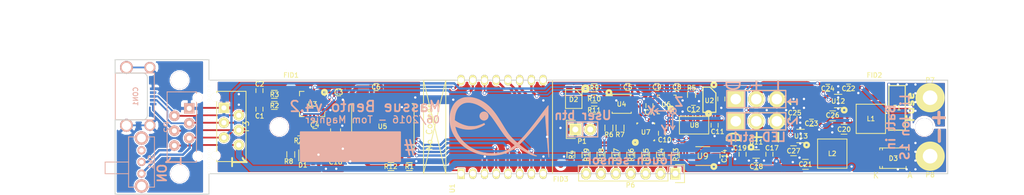
<source format=kicad_pcb>
(kicad_pcb (version 4) (host pcbnew 4.0.0-rc2-1-stable)
  (title_block (title "Massue lumineuse Bento") (date 2016-06-02) (rev 4.2) (company Bento) (comment 1 "Tom Magnier"))
  (layers (0 F.Cu signal) (31 B.Cu signal) (34 B.Paste user) (35 F.Paste user) (36 B.SilkS user) (37 F.SilkS user) (38 B.Mask user) (39 F.Mask user) (44 Edge.Cuts user))
  (net 0 "")
  (net 1 "Net-(C1-Pad1)")
  (net 2 GND)
  (net 3 "Net-(C2-Pad1)")
  (net 4 /+3.3V_FTDI)
  (net 5 +5V_USB)
  (net 6 +3V3)
  (net 7 "Net-(C9-Pad1)")
  (net 8 "Net-(C12-Pad1)")
  (net 9 +BATT)
  (net 10 /Power/ENABLE)
  (net 11 +5V_1)
  (net 12 +5V_2)
  (net 13 "Net-(CON1-Pad4)")
  (net 14 "Net-(D1-Pad2)")
  (net 15 /Power/CHRG_STAT)
  (net 16 "Net-(D2-Pad3)")
  (net 17 "Net-(D2-Pad4)")
  (net 18 "Net-(F1-Pad1)")
  (net 19 "Net-(L1-Pad2)")
  (net 20 "Net-(L2-Pad2)")
  (net 21 /BTN/BOOTL)
  (net 22 /LED1_5V)
  (net 23 /LED2_5V)
  (net 24 "Net-(P6-Pad1)")
  (net 25 "Net-(P6-Pad2)")
  (net 26 "Net-(P6-Pad3)")
  (net 27 "Net-(P6-Pad4)")
  (net 28 "Net-(P6-Pad5)")
  (net 29 "Net-(P6-Pad6)")
  (net 30 "Net-(P6-Pad7)")
  (net 31 "Net-(R1-Pad2)")
  (net 32 "Net-(R2-Pad1)")
  (net 33 "Net-(R3-Pad1)")
  (net 34 /Sensors/SCL)
  (net 35 /LED2_3.3V)
  (net 36 /Sensors/SDA)
  (net 37 "Net-(R9-Pad2)")
  (net 38 "Net-(R10-Pad2)")
  (net 39 "Net-(R11-Pad2)")
  (net 40 /FLASH_CS)
  (net 41 "Net-(R13-Pad2)")
  (net 42 "Net-(R14-Pad2)")
  (net 43 "Net-(R15-Pad2)")
  (net 44 "Net-(R16-Pad2)")
  (net 45 "Net-(R17-Pad2)")
  (net 46 "Net-(R18-Pad2)")
  (net 47 "Net-(R19-Pad2)")
  (net 48 "Net-(R21-Pad1)")
  (net 49 "Net-(SW1-Pad3)")
  (net 50 "Net-(U1-Pad2)")
  (net 51 /SCK)
  (net 52 /MISO)
  (net 53 /MOSI)
  (net 54 /LED1_3.3V)
  (net 55 /FTDI_TX)
  (net 56 /FTDI_RX)
  (net 57 "Net-(U3-Pad4)")
  (net 58 "Net-(U3-Pad5)")
  (net 59 "Net-(U3-Pad11)")
  (net 60 "Net-(U3-Pad12)")
  (net 61 "Net-(U3-Pad14)")
  (net 62 "Net-(U3-Pad16)")
  (net 63 "Net-(U4-Pad4)")
  (net 64 "Net-(U5-Pad1)")
  (net 65 "Net-(U5-Pad3)")
  (net 66 "Net-(U5-Pad9)")
  (net 67 "Net-(U6-Pad7)")
  (net 68 /Sensors/IMU_IRQ)
  (net 69 "Net-(U6-Pad19)")
  (net 70 "Net-(U6-Pad21)")
  (net 71 "Net-(U7-Pad13)")
  (net 72 /Sensors/TOUCH_IRQ)
  (net 73 "Net-(U8-Pad5)")
  (net 74 /Sensors/ALTIMETER_IRQ)
  (net 75 /Sensors/BATTERY_STATE_IRQ)
  (net 76 "Net-(U11-Pad5)")
  (net 77 "Net-(D2-Pad1)")
  (net 78 "Net-(U9-Pad5)")
  (net 79 "Net-(U9-Pad6)")
  (module Tom:Hole_0.4mm (layer F.Cu) (at 104 105.8)
    (fp_text reference REF**1111120 hide)
    (fp_text value Hole_0.4mm hide)
    (pad "" np_thru_hole circle (at 0 0) (size 0.4 0.4) (drill 0.4) (layers *.Cu *.Mask F.SilkS))
  )
  (module Tom:Hole_0.4mm (layer F.Cu) (at 104 105)
    (fp_text reference REF**1111119 hide)
    (fp_text value Hole_0.4mm hide)
    (pad "" np_thru_hole circle (at 0 0) (size 0.4 0.4) (drill 0.4) (layers *.Cu *.Mask F.SilkS))
  )
  (module Tom:Hole_0.4mm (layer F.Cu) (at 104 104.2)
    (fp_text reference REF**1111118 hide)
    (fp_text value Hole_0.4mm hide)
    (pad "" np_thru_hole circle (at 0 0) (size 0.4 0.4) (drill 0.4) (layers *.Cu *.Mask F.SilkS))
  )
  (module Tom:Hole_0.4mm (layer F.Cu) (at 104 103.4)
    (fp_text reference REF**1111117 hide)
    (fp_text value Hole_0.4mm hide)
    (pad "" np_thru_hole circle (at 0 0) (size 0.4 0.4) (drill 0.4) (layers *.Cu *.Mask F.SilkS))
  )
  (module Tom:Hole_0.4mm (layer F.Cu) (at 104 102.6)
    (fp_text reference REF**1111116 hide)
    (fp_text value Hole_0.4mm hide)
    (pad "" np_thru_hole circle (at 0 0) (size 0.4 0.4) (drill 0.4) (layers *.Cu *.Mask F.SilkS))
  )
  (module Tom:Hole_0.4mm (layer F.Cu) (at 104 101.8)
    (fp_text reference REF**1111115 hide)
    (fp_text value Hole_0.4mm hide)
    (pad "" np_thru_hole circle (at 0 0) (size 0.4 0.4) (drill 0.4) (layers *.Cu *.Mask F.SilkS))
  )
  (module Tom:Hole_0.4mm (layer F.Cu) (at 104 100.5)
    (fp_text reference REF**1111114 hide)
    (fp_text value Hole_0.4mm hide)
    (pad "" np_thru_hole circle (at 0 0) (size 0.4 0.4) (drill 0.4) (layers *.Cu *.Mask F.SilkS))
  )
  (module Tom:Hole_0.4mm (layer F.Cu) (at 104 99.1)
    (fp_text reference REF**1111112 hide)
    (fp_text value Hole_0.4mm hide)
    (pad "" np_thru_hole circle (at 0 0) (size 0.4 0.4) (drill 0.4) (layers *.Cu *.Mask F.SilkS))
  )
  (module Tom:Hole_0.4mm (layer F.Cu) (at 104 97.9)
    (fp_text reference REF**1111111 hide)
    (fp_text value Hole_0.4mm hide)
    (pad "" np_thru_hole circle (at 0 0) (size 0.4 0.4) (drill 0.4) (layers *.Cu *.Mask F.SilkS))
  )
  (module Tom:Hole_0.4mm (layer F.Cu) (at 104 96.6)
    (fp_text reference REF**111119 hide)
    (fp_text value Hole_0.4mm hide)
    (pad "" np_thru_hole circle (at 0 0) (size 0.4 0.4) (drill 0.4) (layers *.Cu *.Mask F.SilkS))
  )
  (module Tom:Hole_0.4mm (layer F.Cu) (at 104 95.4)
    (fp_text reference REF**111118 hide)
    (fp_text value Hole_0.4mm hide)
    (pad "" np_thru_hole circle (at 0 0) (size 0.4 0.4) (drill 0.4) (layers *.Cu *.Mask F.SilkS))
  )
  (module Tom:Hole_0.4mm (layer F.Cu) (at 104 94.2)
    (fp_text reference REF**111116 hide)
    (fp_text value Hole_0.4mm hide)
    (pad "" np_thru_hole circle (at 0 0) (size 0.4 0.4) (drill 0.4) (layers *.Cu *.Mask F.SilkS))
  )
  (module Tom:Hole_0.4mm (layer F.Cu) (at 104 93.4)
    (fp_text reference REF**111115 hide)
    (fp_text value Hole_0.4mm hide)
    (pad "" np_thru_hole circle (at 0 0) (size 0.4 0.4) (drill 0.4) (layers *.Cu *.Mask F.SilkS))
  )
  (module Tom:Hole_0.4mm (layer F.Cu) (at 104 92.6)
    (fp_text reference REF**111114 hide)
    (fp_text value Hole_0.4mm hide)
    (pad "" np_thru_hole circle (at 0 0) (size 0.4 0.4) (drill 0.4) (layers *.Cu *.Mask F.SilkS))
  )
  (module Tom:Hole_0.4mm (layer F.Cu) (at 104 91.8)
    (fp_text reference REF**111113 hide)
    (fp_text value Hole_0.4mm hide)
    (pad "" np_thru_hole circle (at 0 0) (size 0.4 0.4) (drill 0.4) (layers *.Cu *.Mask F.SilkS))
  )
  (module Tom:Hole_0.4mm (layer F.Cu) (at 104 91)
    (fp_text reference REF**111112 hide)
    (fp_text value Hole_0.4mm hide)
    (pad "" np_thru_hole circle (at 0 0) (size 0.4 0.4) (drill 0.4) (layers *.Cu *.Mask F.SilkS))
  )
  (module Tom:LGA8 (layer F.Cu) (at 186.740049 97.707983 270)
    (fp_text reference U8 (at 0 -0.059951 360) (layer F.SilkS) (effects (font (size 0.8 0.8))))
    (fp_text value MPL3115A2 hide)
    (pad 1 smd rect (at -1.1 -1.9 270) (size 1.1 0.6) (layers F.Cu F.Paste F.Mask) (net 6 +3V3))
    (pad 2 smd rect (at -1.1 -0.65 270) (size 1.1 0.6) (layers F.Cu F.Paste F.Mask) (net 8 "Net-(C12-Pad1)"))
    (pad 3 smd rect (at -1.1 0.6 270) (size 1.1 0.6) (layers F.Cu F.Paste F.Mask) (net 2 GND))
    (pad 4 smd rect (at -1.1 1.85 270) (size 1.1 0.6) (layers F.Cu F.Paste F.Mask) (net 6 +3V3))
    (pad 5 smd rect (at 1.1 1.85 270) (size 1.1 0.6) (layers F.Cu F.Paste F.Mask) (net 73 "Net-(U8-Pad5)"))
    (pad 6 smd rect (at 1.1 0.6 270) (size 1.1 0.6) (layers F.Cu F.Paste F.Mask) (net 74 /Sensors/ALTIMETER_IRQ))
    (pad 7 smd rect (at 1.1 -0.65 270) (size 1.1 0.6) (layers F.Cu F.Paste F.Mask) (net 36 /Sensors/SDA))
    (pad 8 smd rect (at 1.1 -1.9 270) (size 1.1 0.6) (layers F.Cu F.Paste F.Mask) (net 34 /Sensors/SCL))
  )
  (module tom_kicad_lib:Logo_Bento (layer B.Cu) (at 153.543 98.044 180)
    (fp_text reference G*** hide)
    (fp_text value LOGO hide)
  )
  (module tom_kicad_lib:Fiducial_very_small_modern (layer F.Cu) (at 164 104.5)
    (fp_text reference FID3 (at 0 2.434) (layer F.SilkS) (effects (font (size 0.8 0.8))))
    (fp_text value Fiducial_very_small_modern hide)
    (pad ~ connect circle (at 0 0) (size 1 1) (layers F.Cu F.Mask) (clearance 0.5))
  )
  (module tom_kicad_lib:Fiducial_very_small_modern (layer F.Cu) (at 217.5 91.5)
    (fp_text reference FID2 (at 0 -2.346) (layer F.SilkS) (effects (font (size 0.8 0.8))))
    (fp_text value Fiducial_very_small_modern hide)
    (pad ~ connect circle (at 0 0) (size 1 1) (layers F.Cu F.Mask) (clearance 0.5))
  )
  (module tom_kicad_lib:Fiducial_very_small_modern (layer F.Cu) (at 118 91.5)
    (fp_text reference FID1 (at 0 -2.346) (layer F.SilkS) (effects (font (size 0.8 0.8))))
    (fp_text value Fiducial_very_small_modern hide)
    (pad ~ connect circle (at 0 0) (size 1 1) (layers F.Cu F.Mask) (clearance 0.5))
  )
  (module Mounting_Holes:MountingHole_3mm (layer F.Cu) (at 99 90)
    (fp_text reference REF** hide)
    (fp_text value MountingHole_3mm hide)
    (pad 1 thru_hole circle (at 0 0) (size 3 3) (drill 3) (layers))
  )
  (module Mounting_Holes:MountingHole_3mm (layer F.Cu) (at 99 106)
    (fp_text reference REF** hide)
    (fp_text value MountingHole_3mm hide)
    (pad 1 thru_hole circle (at 0 0) (size 3 3) (drill 3) (layers))
  )
  (module Mounting_Holes:MountingHole_3mm (layer F.Cu) (at 116 98)
    (fp_text reference REF** hide)
    (fp_text value MountingHole_3mm hide)
    (pad 1 thru_hole circle (at 0 0) (size 3 3) (drill 3) (layers))
  )
  (module Housings_SOIC:SOIC-16_7.5x10.3mm_Pitch1.27mm (layer F.Cu) (at 133.665 97.884 90)
    (fp_text reference U5 (at -0.033 -0.061 180) (layer F.SilkS) (effects (font (size 0.8 0.8))))
    (fp_text value S25FL***)
    (pad 1 smd rect (at -4.65 -4.445 90) (size 1.5 0.6) (layers F.Cu F.Paste F.Mask) (net 64 "Net-(U5-Pad1)"))
    (pad 2 smd rect (at -4.65 -3.175 90) (size 1.5 0.6) (layers F.Cu F.Paste F.Mask) (net 6 +3V3))
    (pad 3 smd rect (at -4.65 -1.905 90) (size 1.5 0.6) (layers F.Cu F.Paste F.Mask) (net 65 "Net-(U5-Pad3)"))
    (pad 4 smd rect (at -4.65 -0.635 90) (size 1.5 0.6) (layers F.Cu F.Paste F.Mask))
    (pad 5 smd rect (at -4.65 0.635 90) (size 1.5 0.6) (layers F.Cu F.Paste F.Mask))
    (pad 6 smd rect (at -4.65 1.905 90) (size 1.5 0.6) (layers F.Cu F.Paste F.Mask))
    (pad 7 smd rect (at -4.65 3.175 90) (size 1.5 0.6) (layers F.Cu F.Paste F.Mask) (net 40 /FLASH_CS))
    (pad 8 smd rect (at -4.65 4.445 90) (size 1.5 0.6) (layers F.Cu F.Paste F.Mask) (net 52 /MISO))
    (pad 9 smd rect (at 4.65 4.445 90) (size 1.5 0.6) (layers F.Cu F.Paste F.Mask) (net 66 "Net-(U5-Pad9)"))
    (pad 10 smd rect (at 4.65 3.175 90) (size 1.5 0.6) (layers F.Cu F.Paste F.Mask) (net 2 GND))
    (pad 11 smd rect (at 4.65 1.905 90) (size 1.5 0.6) (layers F.Cu F.Paste F.Mask))
    (pad 12 smd rect (at 4.65 0.635 90) (size 1.5 0.6) (layers F.Cu F.Paste F.Mask))
    (pad 13 smd rect (at 4.65 -0.635 90) (size 1.5 0.6) (layers F.Cu F.Paste F.Mask))
    (pad 14 smd rect (at 4.65 -1.905 90) (size 1.5 0.6) (layers F.Cu F.Paste F.Mask) (net 6 +3V3))
    (pad 15 smd rect (at 4.65 -3.175 90) (size 1.5 0.6) (layers F.Cu F.Paste F.Mask) (net 53 /MOSI))
    (pad 16 smd rect (at 4.65 -4.445 90) (size 1.5 0.6) (layers F.Cu F.Paste F.Mask) (net 51 /SCK))
  )
  (module Housings_SSOP:TSSOP-8_3x3mm_Pitch0.65mm (layer F.Cu) (at 174.400032 94.051886)
    (fp_text reference U4 (at -0.029032 0.055114) (layer F.SilkS) (effects (font (size 0.8 0.8))))
    (fp_text value PCA9632)
    (pad 1 smd rect (at -2.15 -0.975) (size 1.1 0.4) (layers F.Cu F.Paste F.Mask) (net 37 "Net-(R9-Pad2)"))
    (pad 2 smd rect (at -2.15 -0.325) (size 1.1 0.4) (layers F.Cu F.Paste F.Mask) (net 38 "Net-(R10-Pad2)"))
    (pad 3 smd rect (at -2.15 0.325) (size 1.1 0.4) (layers F.Cu F.Paste F.Mask) (net 39 "Net-(R11-Pad2)"))
    (pad 4 smd rect (at -2.15 0.975) (size 1.1 0.4) (layers F.Cu F.Paste F.Mask) (net 63 "Net-(U4-Pad4)"))
    (pad 5 smd rect (at 2.15 0.975) (size 1.1 0.4) (layers F.Cu F.Paste F.Mask) (net 2 GND))
    (pad 6 smd rect (at 2.15 0.325) (size 1.1 0.4) (layers F.Cu F.Paste F.Mask) (net 34 /Sensors/SCL))
    (pad 7 smd rect (at 2.15 -0.325) (size 1.1 0.4) (layers F.Cu F.Paste F.Mask) (net 36 /Sensors/SDA))
    (pad 8 smd rect (at 2.15 -0.975) (size 1.1 0.4) (layers F.Cu F.Paste F.Mask) (net 6 +3V3))
  )
  (module Housings_DFN_QFN:QFN-16-1EP_4x4mm_Pitch0.65mm (layer F.Cu) (at 121.6 94.074 270)
    (fp_text reference U3 (at 0.033 -0.066 360) (layer F.SilkS) (effects (font (size 0.8 0.8))))
    (fp_text value FT230XQ)
    (pad 1 smd rect (at -2 -0.975 270) (size 0.8 0.35) (layers F.Cu F.Paste F.Mask) (net 4 /+3.3V_FTDI))
    (pad 2 smd rect (at -2 -0.325 270) (size 0.8 0.35) (layers F.Cu F.Paste F.Mask) (net 56 /FTDI_RX))
    (pad 3 smd rect (at -2 0.325 270) (size 0.8 0.35) (layers F.Cu F.Paste F.Mask) (net 2 GND))
    (pad 4 smd rect (at -2 0.975 270) (size 0.8 0.35) (layers F.Cu F.Paste F.Mask) (net 57 "Net-(U3-Pad4)"))
    (pad 5 smd rect (at -0.975 2) (size 0.8 0.35) (layers F.Cu F.Paste F.Mask) (net 58 "Net-(U3-Pad5)"))
    (pad 6 smd rect (at -0.325 2) (size 0.8 0.35) (layers F.Cu F.Paste F.Mask) (net 33 "Net-(R3-Pad1)"))
    (pad 7 smd rect (at 0.325 2) (size 0.8 0.35) (layers F.Cu F.Paste F.Mask) (net 32 "Net-(R2-Pad1)"))
    (pad 8 smd rect (at 0.975 2) (size 0.8 0.35) (layers F.Cu F.Paste F.Mask) (net 4 /+3.3V_FTDI))
    (pad 9 smd rect (at 2 0.975 270) (size 0.8 0.35) (layers F.Cu F.Paste F.Mask) (net 4 /+3.3V_FTDI))
    (pad 10 smd rect (at 2 0.325 270) (size 0.8 0.35) (layers F.Cu F.Paste F.Mask) (net 5 +5V_USB))
    (pad 11 smd rect (at 2 -0.325 270) (size 0.8 0.35) (layers F.Cu F.Paste F.Mask) (net 59 "Net-(U3-Pad11)"))
    (pad 12 smd rect (at 2 -0.975 270) (size 0.8 0.35) (layers F.Cu F.Paste F.Mask) (net 60 "Net-(U3-Pad12)"))
    (pad 13 smd rect (at 0.975 -2) (size 0.8 0.35) (layers F.Cu F.Paste F.Mask) (net 2 GND))
    (pad 14 smd rect (at 0.325 -2) (size 0.8 0.35) (layers F.Cu F.Paste F.Mask) (net 61 "Net-(U3-Pad14)"))
    (pad 15 smd rect (at -0.325 -2) (size 0.8 0.35) (layers F.Cu F.Paste F.Mask) (net 55 /FTDI_TX))
    (pad 16 smd rect (at -0.975 -2) (size 0.8 0.35) (layers F.Cu F.Paste F.Mask) (net 62 "Net-(U3-Pad16)"))
    (pad 17 smd rect (at 0.625 0.625 270) (size 1.25 1.25) (layers F.Cu F.Paste F.Mask) (net 2 GND))
    (pad 17 smd rect (at 0.625 -0.625 270) (size 1.25 1.25) (layers F.Cu F.Paste F.Mask) (net 2 GND))
    (pad 17 smd rect (at -0.625 0.625 270) (size 1.25 1.25) (layers F.Cu F.Paste F.Mask) (net 2 GND))
    (pad 17 smd rect (at -0.625 -0.625 270) (size 1.25 1.25) (layers F.Cu F.Paste F.Mask) (net 2 GND))
  )
  (module Resistors_SMD:R_0603 (layer F.Cu) (at 119.634 100.203 180)
    (fp_text reference R21 (at 0 -0.127 180) (layer F.SilkS) (effects (font (size 0.8 0.8))))
    (fp_text value 2k)
    (pad 1 smd rect (at -0.75 0 180) (size 0.5 0.9) (layers F.Cu F.Paste F.Mask) (net 48 "Net-(R21-Pad1)"))
    (pad 2 smd rect (at 0.75 0 180) (size 0.5 0.9) (layers F.Cu F.Paste F.Mask) (net 2 GND))
  )
  (module Resistors_SMD:R_0603 (layer F.Cu) (at 168.319785 102.776225 90)
    (fp_text reference R19 (at 0 0.082215 90) (layer F.SilkS) (effects (font (size 0.8 0.8))))
    (fp_text value 10k)
    (pad 1 smd rect (at -0.75 0 90) (size 0.5 0.9) (layers F.Cu F.Paste F.Mask) (net 30 "Net-(P6-Pad7)"))
    (pad 2 smd rect (at 0.75 0 90) (size 0.5 0.9) (layers F.Cu F.Paste F.Mask) (net 47 "Net-(R19-Pad2)"))
  )
  (module Resistors_SMD:R_0603 (layer F.Cu) (at 170.859785 102.776225 90)
    (fp_text reference R18 (at 0 0.082215 90) (layer F.SilkS) (effects (font (size 0.8 0.8))))
    (fp_text value 10k)
    (pad 1 smd rect (at -0.75 0 90) (size 0.5 0.9) (layers F.Cu F.Paste F.Mask) (net 29 "Net-(P6-Pad6)"))
    (pad 2 smd rect (at 0.75 0 90) (size 0.5 0.9) (layers F.Cu F.Paste F.Mask) (net 46 "Net-(R18-Pad2)"))
  )
  (module Resistors_SMD:R_0603 (layer F.Cu) (at 173.399785 102.776225 90)
    (fp_text reference R17 (at 0 0.082215 90) (layer F.SilkS) (effects (font (size 0.8 0.8))))
    (fp_text value 10k)
    (pad 1 smd rect (at -0.75 0 90) (size 0.5 0.9) (layers F.Cu F.Paste F.Mask) (net 28 "Net-(P6-Pad5)"))
    (pad 2 smd rect (at 0.75 0 90) (size 0.5 0.9) (layers F.Cu F.Paste F.Mask) (net 45 "Net-(R17-Pad2)"))
  )
  (module Resistors_SMD:R_0603 (layer F.Cu) (at 175.939785 102.776225 90)
    (fp_text reference R16 (at 0 0.082215 90) (layer F.SilkS) (effects (font (size 0.8 0.8))))
    (fp_text value 10k)
    (pad 1 smd rect (at -0.75 0 90) (size 0.5 0.9) (layers F.Cu F.Paste F.Mask) (net 27 "Net-(P6-Pad4)"))
    (pad 2 smd rect (at 0.75 0 90) (size 0.5 0.9) (layers F.Cu F.Paste F.Mask) (net 44 "Net-(R16-Pad2)"))
  )
  (module Resistors_SMD:R_0603 (layer F.Cu) (at 178.479785 102.776225 90)
    (fp_text reference R15 (at 0 0.082215 90) (layer F.SilkS) (effects (font (size 0.8 0.8))))
    (fp_text value 10k)
    (pad 1 smd rect (at -0.75 0 90) (size 0.5 0.9) (layers F.Cu F.Paste F.Mask) (net 26 "Net-(P6-Pad3)"))
    (pad 2 smd rect (at 0.75 0 90) (size 0.5 0.9) (layers F.Cu F.Paste F.Mask) (net 43 "Net-(R15-Pad2)"))
  )
  (module Resistors_SMD:R_0603 (layer F.Cu) (at 181.019785 102.776225 90)
    (fp_text reference R14 (at 0 0.082215 90) (layer F.SilkS) (effects (font (size 0.8 0.8))))
    (fp_text value 10k)
    (pad 1 smd rect (at -0.75 0 90) (size 0.5 0.9) (layers F.Cu F.Paste F.Mask) (net 25 "Net-(P6-Pad2)"))
    (pad 2 smd rect (at 0.75 0 90) (size 0.5 0.9) (layers F.Cu F.Paste F.Mask) (net 42 "Net-(R14-Pad2)"))
  )
  (module Resistors_SMD:R_0603 (layer F.Cu) (at 183.559785 102.776225 90)
    (fp_text reference R13 (at 0.033225 0.082215 90) (layer F.SilkS) (effects (font (size 0.8 0.8))))
    (fp_text value 10k)
    (pad 1 smd rect (at -0.75 0 90) (size 0.5 0.9) (layers F.Cu F.Paste F.Mask) (net 24 "Net-(P6-Pad1)"))
    (pad 2 smd rect (at 0.75 0 90) (size 0.5 0.9) (layers F.Cu F.Paste F.Mask) (net 41 "Net-(R13-Pad2)"))
  )
  (module Resistors_SMD:R_0603 (layer F.Cu) (at 135.05 104.775)
    (fp_text reference R12 (at -0.049 0) (layer F.SilkS) (effects (font (size 0.8 0.8))))
    (fp_text value 100k)
    (pad 1 smd rect (at -0.75 0) (size 0.5 0.9) (layers F.Cu F.Paste F.Mask) (net 6 +3V3))
    (pad 2 smd rect (at 0.75 0) (size 0.5 0.9) (layers F.Cu F.Paste F.Mask) (net 40 /FLASH_CS))
  )
  (module Resistors_SMD:R_0603 (layer F.Cu) (at 169.710032 95.108886)
    (fp_text reference R11 (at 0 0.014114) (layer F.SilkS) (effects (font (size 0.8 0.8))))
    (fp_text value 100R)
    (pad 1 smd rect (at -0.75 0) (size 0.5 0.9) (layers F.Cu F.Paste F.Mask) (net 16 "Net-(D2-Pad3)"))
    (pad 2 smd rect (at 0.75 0) (size 0.5 0.9) (layers F.Cu F.Paste F.Mask) (net 39 "Net-(R11-Pad2)"))
  )
  (module Resistors_SMD:R_0603 (layer F.Cu) (at 169.710032 93.203886)
    (fp_text reference R10 (at 0 0.014114) (layer F.SilkS) (effects (font (size 0.8 0.8))))
    (fp_text value 100R)
    (pad 1 smd rect (at -0.75 0) (size 0.5 0.9) (layers F.Cu F.Paste F.Mask) (net 17 "Net-(D2-Pad4)"))
    (pad 2 smd rect (at 0.75 0) (size 0.5 0.9) (layers F.Cu F.Paste F.Mask) (net 38 "Net-(R10-Pad2)"))
  )
  (module Resistors_SMD:R_0603 (layer F.Cu) (at 169.710032 91.298886)
    (fp_text reference R9 (at 0 0.014114) (layer F.SilkS) (effects (font (size 0.8 0.8))))
    (fp_text value 220R)
    (pad 1 smd rect (at -0.75 0) (size 0.5 0.9) (layers F.Cu F.Paste F.Mask) (net 77 "Net-(D2-Pad1)"))
    (pad 2 smd rect (at 0.75 0) (size 0.5 0.9) (layers F.Cu F.Paste F.Mask) (net 37 "Net-(R9-Pad2)"))
  )
  (module Resistors_SMD:R_0603 (layer F.Cu) (at 117.956082 102.717804 270)
    (fp_text reference R8 (at 1.168196 0.354082 360) (layer F.SilkS) (effects (font (size 0.8 0.8))))
    (fp_text value 1k)
    (pad 1 smd rect (at -0.75 0 270) (size 0.5 0.9) (layers F.Cu F.Paste F.Mask) (net 14 "Net-(D1-Pad2)"))
    (pad 2 smd rect (at 0.75 0 270) (size 0.5 0.9) (layers F.Cu F.Paste F.Mask) (net 5 +5V_USB))
  )
  (module Resistors_SMD:R_0603 (layer F.Cu) (at 174.117 98.171 90)
    (fp_text reference R7 (at -1.143 0 180) (layer F.SilkS) (effects (font (size 0.8 0.8))))
    (fp_text value 10k)
    (pad 1 smd rect (at -0.75 0 90) (size 0.5 0.9) (layers F.Cu F.Paste F.Mask) (net 6 +3V3))
    (pad 2 smd rect (at 0.75 0 90) (size 0.5 0.9) (layers F.Cu F.Paste F.Mask) (net 36 /Sensors/SDA))
  )
  (module Resistors_SMD:R_0603 (layer F.Cu) (at 172.212 98.171 90)
    (fp_text reference R6 (at -1.143 0 180) (layer F.SilkS) (effects (font (size 0.8 0.8))))
    (fp_text value 10k)
    (pad 1 smd rect (at -0.75 0 90) (size 0.5 0.9) (layers F.Cu F.Paste F.Mask) (net 6 +3V3))
    (pad 2 smd rect (at 0.75 0 90) (size 0.5 0.9) (layers F.Cu F.Paste F.Mask) (net 21 /BTN/BOOTL))
  )
  (module Resistors_SMD:R_0603 (layer F.Cu) (at 186.309 92.468 270)
    (fp_text reference R5 (at -1.143 0 360) (layer F.SilkS) (effects (font (size 0.8 0.8))))
    (fp_text value 10k)
    (pad 1 smd rect (at -0.75 0 270) (size 0.5 0.9) (layers F.Cu F.Paste F.Mask) (net 35 /LED2_3.3V))
    (pad 2 smd rect (at 0.75 0 270) (size 0.5 0.9) (layers F.Cu F.Paste F.Mask) (net 2 GND))
  )
  (module Resistors_SMD:R_0603 (layer F.Cu) (at 165.735 102.755 90)
    (fp_text reference R4 (at 0.012 0.127 90) (layer F.SilkS) (effects (font (size 0.8 0.8))))
    (fp_text value 10k)
    (pad 1 smd rect (at -0.75 0 90) (size 0.5 0.9) (layers F.Cu F.Paste F.Mask) (net 6 +3V3))
    (pad 2 smd rect (at 0.75 0 90) (size 0.5 0.9) (layers F.Cu F.Paste F.Mask) (net 34 /Sensors/SCL))
  )
  (module Resistors_SMD:R_0603 (layer F.Cu) (at 115.152 92.423 180)
    (fp_text reference R3 (at -0.037 -0.033 180) (layer F.SilkS) (effects (font (size 0.8 0.8))))
    (fp_text value 27R)
    (pad 1 smd rect (at -0.75 0 180) (size 0.5 0.9) (layers F.Cu F.Paste F.Mask) (net 33 "Net-(R3-Pad1)"))
    (pad 2 smd rect (at 0.75 0 180) (size 0.5 0.9) (layers F.Cu F.Paste F.Mask) (net 3 "Net-(C2-Pad1)"))
  )
  (module Resistors_SMD:R_0603 (layer F.Cu) (at 115.152 94.328 180)
    (fp_text reference R2 (at -0.037 -0.033 180) (layer F.SilkS) (effects (font (size 0.8 0.8))))
    (fp_text value 27R)
    (pad 1 smd rect (at -0.75 0 180) (size 0.5 0.9) (layers F.Cu F.Paste F.Mask) (net 32 "Net-(R2-Pad1)"))
    (pad 2 smd rect (at 0.75 0 180) (size 0.5 0.9) (layers F.Cu F.Paste F.Mask) (net 1 "Net-(C1-Pad1)"))
  )
  (module Resistors_SMD:R_0603 (layer F.Cu) (at 138.188 104.775)
    (fp_text reference R1 (at 0 0) (layer F.SilkS) (effects (font (size 0.8 0.8))))
    (fp_text value 10k)
    (pad 1 smd rect (at -0.75 0) (size 0.5 0.9) (layers F.Cu F.Paste F.Mask) (net 6 +3V3))
    (pad 2 smd rect (at 0.75 0) (size 0.5 0.9) (layers F.Cu F.Paste F.Mask) (net 31 "Net-(R1-Pad2)"))
  )
  (module Socket_Strips:Socket_Strip_Straight_1x07 (layer F.Cu) (at 183.559785 105.976225 180)
    (fp_text reference P6 (at 7.664785 -1.973775 180) (layer F.SilkS) (effects (font (size 0.8 0.8))))
    (fp_text value CONN_01X07)
    (pad 1 thru_hole rect (at 0 0 180) (size 1.7272 2.032) (drill 1.016) (layers *.Cu *.Mask F.SilkS) (net 24 "Net-(P6-Pad1)"))
    (pad 2 thru_hole oval (at 2.54 0 180) (size 1.7272 2.032) (drill 1.016) (layers *.Cu *.Mask F.SilkS) (net 25 "Net-(P6-Pad2)"))
    (pad 3 thru_hole oval (at 5.08 0 180) (size 1.7272 2.032) (drill 1.016) (layers *.Cu *.Mask F.SilkS) (net 26 "Net-(P6-Pad3)"))
    (pad 4 thru_hole oval (at 7.62 0 180) (size 1.7272 2.032) (drill 1.016) (layers *.Cu *.Mask F.SilkS) (net 27 "Net-(P6-Pad4)"))
    (pad 5 thru_hole oval (at 10.16 0 180) (size 1.7272 2.032) (drill 1.016) (layers *.Cu *.Mask F.SilkS) (net 28 "Net-(P6-Pad5)"))
    (pad 6 thru_hole oval (at 12.7 0 180) (size 1.7272 2.032) (drill 1.016) (layers *.Cu *.Mask F.SilkS) (net 29 "Net-(P6-Pad6)"))
    (pad 7 thru_hole oval (at 15.24 0 180) (size 1.7272 2.032) (drill 1.016) (layers *.Cu *.Mask F.SilkS) (net 30 "Net-(P6-Pad7)"))
  )
  (module Socket_Strips:Socket_Strip_Straight_1x02 (layer F.Cu) (at 166.497 98.425)
    (fp_text reference P1 (at 1.143 2.032) (layer F.SilkS) (effects (font (size 0.8 0.8))))
    (fp_text value CONN_01X02)
    (pad 1 thru_hole rect (at 0 0) (size 2.032 2.032) (drill 1.016) (layers *.Cu *.Mask F.SilkS) (net 2 GND))
    (pad 2 thru_hole oval (at 2.54 0) (size 2.032 2.032) (drill 1.016) (layers *.Cu *.Mask F.SilkS) (net 21 /BTN/BOOTL))
  )
  (module Fuse_Holders_and_Fuses:Fuse_SMD1206_HandSoldering (layer F.Cu) (at 221.361 94.742 270)
    (fp_text reference F1 (at 0 0 360) (layer F.SilkS) (effects (font (size 0.8 0.8))))
    (fp_text value "SMD FUSE, 8A")
    (pad 1 smd rect (at -2.08534 0) (size 2.02946 2.65176) (layers F.Cu F.Paste F.Mask) (net 18 "Net-(F1-Pad1)"))
    (pad 2 smd rect (at 2.08534 0) (size 2.02946 2.65176) (layers F.Cu F.Paste F.Mask) (net 9 +BATT))
  )
  (module Diodes_SMD:SMA_Standard (layer F.Cu) (at 220.66 103.345)
    (fp_text reference D3 (at 0.066 0.033) (layer F.SilkS) (effects (font (size 0.8 0.8))))
    (fp_text value PMEG4050EP)
    (fp_text user K (at -2.9 2.95) (layer F.SilkS))
    (fp_text user A (at 2.9 2.9) (layer F.SilkS))
    (pad 1 smd rect (at -1.99898 0) (size 2.49936 1.80086) (layers F.Cu F.Paste F.Mask) (net 9 +BATT))
    (pad 2 smd rect (at 1.99898 0) (size 2.49936 1.80086) (layers F.Cu F.Paste F.Mask) (net 2 GND))
  )
  (module LEDs:LED-0603 (layer F.Cu) (at 119.861082 102.717804 90)
    (fp_text reference D1 (at -1.803196 0.153918 180) (layer F.SilkS) (effects (font (size 0.8 0.8))))
    (fp_text value Red)
    (pad 2 smd rect (at 0.7493 0 270) (size 0.79756 0.79756) (layers F.Cu F.Paste F.Mask) (net 14 "Net-(D1-Pad2)"))
    (pad 1 smd rect (at -0.7493 0 270) (size 0.79756 0.79756) (layers F.Cu F.Paste F.Mask) (net 15 /Power/CHRG_STAT))
  )
  (module Capacitors_SMD:C_0805 (layer F.Cu) (at 203.708 102.075)
    (fp_text reference C27 (at 0 0.033) (layer F.SilkS) (effects (font (size 0.8 0.8))))
    (fp_text value "22uF, 10V, ESR < 10mR, X5R/X7R")
    (pad 1 smd rect (at -1 0) (size 1 1.25) (layers F.Cu F.Paste F.Mask) (net 12 +5V_2))
    (pad 2 smd rect (at 1 0) (size 1 1.25) (layers F.Cu F.Paste F.Mask) (net 2 GND))
  )
  (module Capacitors_SMD:C_0805 (layer F.Cu) (at 210.365195 96.105487)
    (fp_text reference C26 (at 0 -0.093487) (layer F.SilkS) (effects (font (size 0.8 0.8))))
    (fp_text value "22uF, 10V, ESR < 10mR, X5R/X7R")
    (pad 1 smd rect (at -1 0) (size 1 1.25) (layers F.Cu F.Paste F.Mask) (net 11 +5V_1))
    (pad 2 smd rect (at 1 0) (size 1 1.25) (layers F.Cu F.Paste F.Mask) (net 2 GND))
  )
  (module Capacitors_SMD:C_0603 (layer F.Cu) (at 203.708 96.52 90)
    (fp_text reference C25 (at 0.92 0.192 180) (layer F.SilkS) (effects (font (size 0.8 0.8))))
    (fp_text value 0.1uF)
    (pad 1 smd rect (at -0.75 0 90) (size 0.8 0.75) (layers F.Cu F.Paste F.Mask) (net 10 /Power/ENABLE))
    (pad 2 smd rect (at 0.75 0 90) (size 0.8 0.75) (layers F.Cu F.Paste F.Mask) (net 2 GND))
  )
  (module Capacitors_SMD:C_0603 (layer F.Cu) (at 209.55 91.313)
    (fp_text reference C24 (at 0 0.127) (layer F.SilkS) (effects (font (size 0.8 0.8))))
    (fp_text value 0.1uF)
    (pad 1 smd rect (at -0.75 0) (size 0.8 0.75) (layers F.Cu F.Paste F.Mask) (net 10 /Power/ENABLE))
    (pad 2 smd rect (at 0.75 0) (size 0.8 0.75) (layers F.Cu F.Paste F.Mask) (net 2 GND))
  )
  (module Capacitors_SMD:C_0603 (layer F.Cu) (at 206.768 97.282 180)
    (fp_text reference C23 (at 0.012 -0.127 180) (layer F.SilkS) (effects (font (size 0.8 0.8))))
    (fp_text value "2.2uF, 10V, X5R/X7R")
    (pad 1 smd rect (at -0.75 0 180) (size 0.8 0.75) (layers F.Cu F.Paste F.Mask) (net 9 +BATT))
    (pad 2 smd rect (at 0.75 0 180) (size 0.8 0.75) (layers F.Cu F.Paste F.Mask) (net 2 GND))
  )
  (module Capacitors_SMD:C_0603 (layer F.Cu) (at 213.085195 91.279487 180)
    (fp_text reference C22 (at 0 -0.160513 180) (layer F.SilkS) (effects (font (size 0.8 0.8))))
    (fp_text value "2.2uF, 10V, X5R/X7R")
    (pad 1 smd rect (at -0.75 0 180) (size 0.8 0.75) (layers F.Cu F.Paste F.Mask) (net 9 +BATT))
    (pad 2 smd rect (at 0.75 0 180) (size 0.8 0.75) (layers F.Cu F.Paste F.Mask) (net 2 GND))
  )
  (module Capacitors_SMD:C_0805 (layer F.Cu) (at 205.74 104.394 180)
    (fp_text reference C21 (at 0 0 180) (layer F.SilkS) (effects (font (size 0.8 0.8))))
    (fp_text value "4.7uF, 10V, X5R/X7R")
    (pad 1 smd rect (at -1 0 180) (size 1 1.25) (layers F.Cu F.Paste F.Mask) (net 9 +BATT))
    (pad 2 smd rect (at 1 0 180) (size 1 1.25) (layers F.Cu F.Paste F.Mask) (net 2 GND))
  )
  (module Capacitors_SMD:C_0805 (layer F.Cu) (at 212.323195 98.391487 180)
    (fp_text reference C20 (at 0 -0.033513 180) (layer F.SilkS) (effects (font (size 0.8 0.8))))
    (fp_text value "4.7uF, 10V, X5R/X7R")
    (pad 1 smd rect (at -1 0 180) (size 1 1.25) (layers F.Cu F.Paste F.Mask) (net 9 +BATT))
    (pad 2 smd rect (at 1 0 180) (size 1 1.25) (layers F.Cu F.Paste F.Mask) (net 2 GND))
  )
  (module Capacitors_SMD:C_0603 (layer F.Cu) (at 195.019345 102.674413 270)
    (fp_text reference C19 (at -1.074413 0.455345 360) (layer F.SilkS) (effects (font (size 0.8 0.8))))
    (fp_text value 2.2uF)
    (pad 1 smd rect (at -0.75 0 270) (size 0.8 0.75) (layers F.Cu F.Paste F.Mask) (net 6 +3V3))
    (pad 2 smd rect (at 0.75 0 270) (size 0.8 0.75) (layers F.Cu F.Paste F.Mask) (net 2 GND))
  )
  (module Capacitors_SMD:C_0603 (layer F.Cu) (at 197.317345 104.718413 180)
    (fp_text reference C18 (at -0.040655 -0.056587 180) (layer F.SilkS) (effects (font (size 0.8 0.8))))
    (fp_text value 0.1uF)
    (pad 1 smd rect (at -0.75 0 180) (size 0.8 0.75) (layers F.Cu F.Paste F.Mask) (net 10 /Power/ENABLE))
    (pad 2 smd rect (at 0.75 0 180) (size 0.8 0.75) (layers F.Cu F.Paste F.Mask) (net 2 GND))
  )
  (module Capacitors_SMD:C_0603 (layer F.Cu) (at 199.591345 102.674413 270)
    (fp_text reference C17 (at -1.074413 -0.433655 360) (layer F.SilkS) (effects (font (size 0.8 0.8))))
    (fp_text value 2.2uF)
    (pad 1 smd rect (at -0.75 0 270) (size 0.8 0.75) (layers F.Cu F.Paste F.Mask) (net 9 +BATT))
    (pad 2 smd rect (at 0.75 0 270) (size 0.8 0.75) (layers F.Cu F.Paste F.Mask) (net 2 GND))
  )
  (module Capacitors_SMD:C_0805 (layer F.Cu) (at 125.576082 102.717804 90)
    (fp_text reference C16 (at -1.295196 0.026918 180) (layer F.SilkS) (effects (font (size 0.8 0.8))))
    (fp_text value 10uF)
    (pad 1 smd rect (at -1 0 90) (size 1 1.25) (layers F.Cu F.Paste F.Mask) (net 9 +BATT))
    (pad 2 smd rect (at 1 0 90) (size 1 1.25) (layers F.Cu F.Paste F.Mask) (net 2 GND))
  )
  (module Capacitors_SMD:C_0805 (layer F.Cu) (at 125.603 98.806 90)
    (fp_text reference C15 (at -1.27 0 180) (layer F.SilkS) (effects (font (size 0.8 0.8))))
    (fp_text value 10uF)
    (pad 1 smd rect (at -1 0 90) (size 1 1.25) (layers F.Cu F.Paste F.Mask) (net 5 +5V_USB))
    (pad 2 smd rect (at 1 0 90) (size 1 1.25) (layers F.Cu F.Paste F.Mask) (net 2 GND))
  )
  (module Capacitors_SMD:C_0603 (layer F.Cu) (at 191.77 102.9716 270)
    (fp_text reference C14 (at 0 -0.127 270) (layer F.SilkS) (effects (font (size 0.8 0.8))))
    (fp_text value 2.2uF)
    (pad 1 smd rect (at -0.75 0 270) (size 0.8 0.75) (layers F.Cu F.Paste F.Mask) (net 9 +BATT))
    (pad 2 smd rect (at 0.75 0 270) (size 0.8 0.75) (layers F.Cu F.Paste F.Mask) (net 2 GND))
  )
  (module Capacitors_SMD:C_0603 (layer F.Cu) (at 186.640049 94.913983 180)
    (fp_text reference C12 (at 0 -0.082017 180) (layer F.SilkS) (effects (font (size 0.8 0.8))))
    (fp_text value 0.1uF)
    (pad 1 smd rect (at -0.75 0 180) (size 0.8 0.75) (layers F.Cu F.Paste F.Mask) (net 8 "Net-(C12-Pad1)"))
    (pad 2 smd rect (at 0.75 0 180) (size 0.8 0.75) (layers F.Cu F.Paste F.Mask) (net 2 GND))
  )
  (module Capacitors_SMD:C_0603 (layer F.Cu) (at 190.250049 97.707983 270)
    (fp_text reference C11 (at 1.098017 -0.503951 360) (layer F.SilkS) (effects (font (size 0.8 0.8))))
    (fp_text value 0.1uF)
    (pad 1 smd rect (at -0.75 0 270) (size 0.8 0.75) (layers F.Cu F.Paste F.Mask) (net 6 +3V3))
    (pad 2 smd rect (at 0.75 0 270) (size 0.8 0.75) (layers F.Cu F.Paste F.Mask) (net 2 GND))
  )
  (module Capacitors_SMD:C_0603 (layer F.Cu) (at 181.273785 99.081225 270)
    (fp_text reference C10 (at 1.121775 -0.463215 360) (layer F.SilkS) (effects (font (size 0.8 0.8))))
    (fp_text value 0.1uF)
    (pad 1 smd rect (at -0.75 0 270) (size 0.8 0.75) (layers F.Cu F.Paste F.Mask) (net 6 +3V3))
    (pad 2 smd rect (at 0.75 0 270) (size 0.8 0.75) (layers F.Cu F.Paste F.Mask) (net 2 GND))
  )
  (module Capacitors_SMD:C_0603 (layer F.Cu) (at 180.397244 91.181836 180)
    (fp_text reference C9 (at 0 -0.004164 180) (layer F.SilkS) (effects (font (size 0.8 0.8))))
    (fp_text value 0.1uF)
    (pad 1 smd rect (at -0.75 0 180) (size 0.8 0.75) (layers F.Cu F.Paste F.Mask) (net 7 "Net-(C9-Pad1)"))
    (pad 2 smd rect (at 0.75 0 180) (size 0.8 0.75) (layers F.Cu F.Paste F.Mask) (net 2 GND))
  )
  (module Capacitors_SMD:C_0603 (layer F.Cu) (at 183.802244 91.181836)
    (fp_text reference C8 (at 0 0.004164) (layer F.SilkS) (effects (font (size 0.8 0.8))))
    (fp_text value 10nF)
    (pad 1 smd rect (at -0.75 0) (size 0.8 0.75) (layers F.Cu F.Paste F.Mask) (net 6 +3V3))
    (pad 2 smd rect (at 0.75 0) (size 0.8 0.75) (layers F.Cu F.Paste F.Mask) (net 2 GND))
  )
  (module Capacitors_SMD:C_0603 (layer F.Cu) (at 179.128622 94.356836 270)
    (fp_text reference C7 (at 1.147164 0.058622 360) (layer F.SilkS) (effects (font (size 0.8 0.8))))
    (fp_text value 0.1uF)
    (pad 1 smd rect (at -0.75 0 270) (size 0.8 0.75) (layers F.Cu F.Paste F.Mask) (net 6 +3V3))
    (pad 2 smd rect (at 0.75 0 270) (size 0.8 0.75) (layers F.Cu F.Paste F.Mask) (net 2 GND))
  )
  (module Capacitors_SMD:C_0603 (layer F.Cu) (at 132.51 91.186)
    (fp_text reference C6 (at 0 0) (layer F.SilkS) (effects (font (size 0.8 0.8))))
    (fp_text value 0.1uF)
    (pad 1 smd rect (at -0.75 0) (size 0.8 0.75) (layers F.Cu F.Paste F.Mask) (net 6 +3V3))
    (pad 2 smd rect (at 0.75 0) (size 0.8 0.75) (layers F.Cu F.Paste F.Mask) (net 2 GND))
  )
  (module Capacitors_SMD:C_0603 (layer F.Cu) (at 175.425032 91.171886 180)
    (fp_text reference C5 (at 0 -0.014114 180) (layer F.SilkS) (effects (font (size 0.8 0.8))))
    (fp_text value 0.1uF)
    (pad 1 smd rect (at -0.75 0 180) (size 0.8 0.75) (layers F.Cu F.Paste F.Mask) (net 6 +3V3))
    (pad 2 smd rect (at 0.75 0 180) (size 0.8 0.75) (layers F.Cu F.Paste F.Mask) (net 2 GND))
  )
  (module Capacitors_SMD:C_0603 (layer F.Cu) (at 122.047 97.663 180)
    (fp_text reference C4 (at 0 0 180) (layer F.SilkS) (effects (font (size 0.8 0.8))))
    (fp_text value 0.1uF)
    (pad 1 smd rect (at -0.75 0 180) (size 0.8 0.75) (layers F.Cu F.Paste F.Mask) (net 2 GND))
    (pad 2 smd rect (at 0.75 0 180) (size 0.8 0.75) (layers F.Cu F.Paste F.Mask) (net 5 +5V_USB))
  )
  (module Capacitors_SMD:C_0603 (layer F.Cu) (at 126.111 92.075)
    (fp_text reference C3 (at 0 0) (layer F.SilkS) (effects (font (size 0.8 0.8))))
    (fp_text value 0.1uF)
    (pad 1 smd rect (at -0.75 0) (size 0.8 0.75) (layers F.Cu F.Paste F.Mask) (net 4 /+3.3V_FTDI))
    (pad 2 smd rect (at 0.75 0) (size 0.8 0.75) (layers F.Cu F.Paste F.Mask) (net 2 GND))
  )
  (module Capacitors_SMD:C_0603 (layer F.Cu) (at 112.612 91.788 90)
    (fp_text reference C2 (at 1.11 0.037 360) (layer F.SilkS) (effects (font (size 0.8 0.8))))
    (fp_text value 47pF)
    (pad 1 smd rect (at -0.75 0 90) (size 0.8 0.75) (layers F.Cu F.Paste F.Mask) (net 3 "Net-(C2-Pad1)"))
    (pad 2 smd rect (at 0.75 0 90) (size 0.8 0.75) (layers F.Cu F.Paste F.Mask) (net 2 GND))
  )
  (module Capacitors_SMD:C_0603 (layer F.Cu) (at 112.612 94.963 270)
    (fp_text reference C1 (at 1.176 -0.037 540) (layer F.SilkS) (effects (font (size 0.8 0.8))))
    (fp_text value 47pF)
    (pad 1 smd rect (at -0.75 0 270) (size 0.8 0.75) (layers F.Cu F.Paste F.Mask) (net 1 "Net-(C1-Pad1)"))
    (pad 2 smd rect (at 0.75 0 270) (size 0.8 0.75) (layers F.Cu F.Paste F.Mask) (net 2 GND))
  )
  (module Mounting_Holes:MountingHole_3mm (layer F.Cu) (at 226 98)
    (fp_text reference REF** hide)
    (fp_text value MountingHole_3mm hide)
    (pad 1 thru_hole circle (at 0 0) (size 3 3) (drill 3) (layers))
  )
  (module Tom:DFN-8-1EP_2x2mm_Pitch0.5mm (layer F.Cu) (at 211.317504 93.5741 180)
    (fp_text reference U12 (at 0 -0.0249 180) (layer F.SilkS) (effects (font (size 0.8 0.8))))
    (fp_text value MIC2876-5.0YMT)
    (pad 1 smd rect (at -0.9 -0.75 180) (size 0.5 0.3) (layers F.Cu F.Paste F.Mask) (net 19 "Net-(L1-Pad2)"))
    (pad 2 smd rect (at -0.9 -0.25 180) (size 0.5 0.3) (layers F.Cu F.Paste F.Mask) (net 2 GND))
    (pad 3 smd rect (at -0.9 0.25 180) (size 0.5 0.3) (layers F.Cu F.Paste F.Mask) (net 9 +BATT))
    (pad 4 smd rect (at -0.9 0.75 180) (size 0.5 0.3) (layers F.Cu F.Paste F.Mask) (net 2 GND))
    (pad 5 smd rect (at 0.9 0.75 180) (size 0.5 0.3) (layers F.Cu F.Paste F.Mask) (net 11 +5V_1))
    (pad 6 smd rect (at 0.9 0.25 180) (size 0.5 0.3) (layers F.Cu F.Paste F.Mask) (net 10 /Power/ENABLE))
    (pad 7 smd rect (at 0.9 -0.25 180) (size 0.5 0.3) (layers F.Cu F.Paste F.Mask) (net 2 GND))
    (pad 8 smd rect (at 0.9 -0.75 180) (size 0.5 0.3) (layers F.Cu F.Paste F.Mask) (net 11 +5V_1))
    (pad 9 smd rect (at 0 0.3 180) (size 0.6 0.6) (layers F.Cu F.Paste F.Mask) (net 2 GND))
    (pad 9 smd rect (at 0 -0.3 180) (size 0.6 0.6) (layers F.Cu F.Paste F.Mask) (net 2 GND))
  )
  (module Tom:DFN-8-1EP_2x2mm_Pitch0.5mm (layer F.Cu) (at 204.901 99.555 180)
    (fp_text reference U13 (at -0.077 -0.013 180) (layer F.SilkS) (effects (font (size 0.8 0.8))))
    (fp_text value MIC2876-5.0YMT)
    (pad 1 smd rect (at -0.9 -0.75 180) (size 0.5 0.3) (layers F.Cu F.Paste F.Mask) (net 20 "Net-(L2-Pad2)"))
    (pad 2 smd rect (at -0.9 -0.25 180) (size 0.5 0.3) (layers F.Cu F.Paste F.Mask) (net 2 GND))
    (pad 3 smd rect (at -0.9 0.25 180) (size 0.5 0.3) (layers F.Cu F.Paste F.Mask) (net 9 +BATT))
    (pad 4 smd rect (at -0.9 0.75 180) (size 0.5 0.3) (layers F.Cu F.Paste F.Mask) (net 2 GND))
    (pad 5 smd rect (at 0.9 0.75 180) (size 0.5 0.3) (layers F.Cu F.Paste F.Mask) (net 12 +5V_2))
    (pad 6 smd rect (at 0.9 0.25 180) (size 0.5 0.3) (layers F.Cu F.Paste F.Mask) (net 10 /Power/ENABLE))
    (pad 7 smd rect (at 0.9 -0.25 180) (size 0.5 0.3) (layers F.Cu F.Paste F.Mask) (net 2 GND))
    (pad 8 smd rect (at 0.9 -0.75 180) (size 0.5 0.3) (layers F.Cu F.Paste F.Mask) (net 12 +5V_2))
    (pad 9 smd rect (at 0 0.3 180) (size 0.6 0.6) (layers F.Cu F.Paste F.Mask) (net 2 GND))
    (pad 9 smd rect (at 0 -0.3 180) (size 0.6 0.6) (layers F.Cu F.Paste F.Mask) (net 2 GND))
  )
  (module Tom:MICRO_USB_B_MIDMOUNT_TH (layer B.Cu) (at 91.53 92.781 90)
    (fp_text reference CON1 (at 0 -0.03 90) (layer B.SilkS) (effects (font (size 0.8 0.8)) (justify mirror)))
    (fp_text value USB-MICRO-B hide)
    (pad 1 smd rect (at -1.3 2.95 90) (size 0.45 1.1) (layers B.Cu B.Paste B.Mask) (net 5 +5V_USB))
    (pad 2 smd rect (at -0.65 2.95 90) (size 0.45 1.1) (layers B.Cu B.Paste B.Mask) (net 1 "Net-(C1-Pad1)"))
    (pad 3 smd rect (at 0 2.95 90) (size 0.45 1.1) (layers B.Cu B.Paste B.Mask) (net 3 "Net-(C2-Pad1)"))
    (pad 4 smd rect (at 0.65 2.95 90) (size 0.45 1.1) (layers B.Cu B.Paste B.Mask) (net 13 "Net-(CON1-Pad4)"))
    (pad 5 smd rect (at 1.3 2.95 90) (size 0.45 1.1) (layers B.Cu B.Paste B.Mask) (net 2 GND))
    (pad 6 thru_hole circle (at 4.95 2.4 90) (size 1.9 1.9) (drill 1.3) (layers *.Cu *.Mask B.SilkS) (net 2 GND))
    (pad 7 thru_hole circle (at -4.95 2.4 90) (size 1.9 1.9) (drill 1.3) (layers *.Cu *.Mask B.SilkS) (net 2 GND))
    (pad 8 thru_hole circle (at 4.95 -1.6 90) (size 2.2 2.2) (drill 1.6) (layers *.Cu *.Mask B.SilkS) (net 2 GND))
    (pad 9 thru_hole circle (at -4.95 -1.6 90) (size 2.2 2.2) (drill 1.6) (layers *.Cu *.Mask B.SilkS) (net 2 GND))
  )
  (module Tom:PLCC-4 (layer F.Cu) (at 166.220032 93.242 270)
    (fp_text reference D2 (at 0.058 0.020032 360) (layer F.SilkS) (effects (font (size 0.8 0.8))))
    (fp_text value "Cree CLV1A" hide)
    (pad 1 smd rect (at -1.5 -0.75 270) (size 1.5 1.1) (layers F.Cu F.Paste F.Mask) (net 77 "Net-(D2-Pad1)"))
    (pad 2 smd rect (at -1.5 0.75 270) (size 1.5 1.1) (layers F.Cu F.Paste F.Mask) (net 6 +3V3))
    (pad 3 smd rect (at 1.5 0.75 270) (size 1.5 1.1) (layers F.Cu F.Paste F.Mask) (net 16 "Net-(D2-Pad3)"))
    (pad 4 smd rect (at 1.5 -0.75 270) (size 1.5 1.1) (layers F.Cu F.Paste F.Mask) (net 17 "Net-(D2-Pad4)"))
  )
  (module Tom:LQH5BP_Murata_ind (layer F.Cu) (at 216.895195 96.613487 90)
    (fp_text reference L1 (at 0.013487 0.004805 180) (layer F.SilkS) (effects (font (size 0.8 0.8))))
    (fp_text value "1uH, 4.5A (LQH5BPN1R0NT0L)")
    (pad 1 smd rect (at -1.83 0 90) (size 1.85 4.1) (layers F.Cu F.Paste F.Mask) (net 9 +BATT))
    (pad 2 smd rect (at 1.83 0 90) (size 1.85 4.1) (layers F.Cu F.Paste F.Mask) (net 19 "Net-(L1-Pad2)"))
  )
  (module Tom:LQH5BP_Murata_ind (layer F.Cu) (at 210.312 102.564 90)
    (fp_text reference L2 (at 0 -0.012 180) (layer F.SilkS) (effects (font (size 0.8 0.8))))
    (fp_text value "1uH, 4.5A (LQH5BPN1R0NT0L)")
    (pad 1 smd rect (at -1.83 0 90) (size 1.85 4.1) (layers F.Cu F.Paste F.Mask) (net 9 +BATT))
    (pad 2 smd rect (at 1.83 0 90) (size 1.85 4.1) (layers F.Cu F.Paste F.Mask) (net 20 "Net-(L2-Pad2)"))
  )
  (module Tom:SPDT_MINI_SLIDE_SWITCH (layer B.Cu) (at 92.5 104 90)
    (fp_text reference SW1 (at 0 1.6 90) (layer B.SilkS) (effects (font (size 0.8 0.8)) (justify mirror)))
    (fp_text value SWITCH_INV hide)
    (pad 1 thru_hole circle (at -2 0 90) (size 1.4 1.4) (drill 0.8) (layers *.Cu *.Mask B.SilkS) (net 10 /Power/ENABLE))
    (pad 2 thru_hole circle (at 0 0 90) (size 1.4 1.4) (drill 0.8) (layers *.Cu *.Mask B.SilkS) (net 9 +BATT))
    (pad 3 thru_hole circle (at 2 0 90) (size 1.4 1.4) (drill 0.8) (layers *.Cu *.Mask B.SilkS) (net 49 "Net-(SW1-Pad3)"))
    (pad "" thru_hole circle (at -4.1 0 90) (size 2.3 2.3) (drill 1.5) (layers *.Cu *.Mask B.SilkS))
    (pad "" thru_hole circle (at 4.1 0 90) (size 2.3 2.3) (drill 1.5) (layers *.Cu *.Mask B.SilkS))
  )
  (module Tom:ESP-07v2 (layer F.Cu) (at 147 105 90)
    (fp_text reference U1 (at -3.5 -1.5 90) (layer F.SilkS) (effects (font (size 0.8 0.8))))
    (fp_text value ESP-07v2)
    (fp_text user "No Copper" (at 6.892 -5.4 90) (layer F.SilkS))
    (pad 1 thru_hole rect (at -1 0 90) (size 1.8 1.2) (drill 1) (layers *.Cu *.Mask F.SilkS) (net 31 "Net-(R1-Pad2)"))
    (pad 2 thru_hole oval (at -1 2 90) (size 1.8 1.2) (drill 1) (layers *.Cu *.Mask F.SilkS) (net 50 "Net-(U1-Pad2)"))
    (pad 3 thru_hole oval (at -1 4 90) (size 1.8 1.2) (drill 1) (layers *.Cu *.Mask F.SilkS) (net 6 +3V3))
    (pad 4 thru_hole oval (at -1 6 90) (size 1.8 1.2) (drill 1) (layers *.Cu *.Mask F.SilkS) (net 40 /FLASH_CS))
    (pad 5 thru_hole oval (at -1 8 90) (size 1.8 1.2) (drill 1) (layers *.Cu *.Mask F.SilkS) (net 51 /SCK))
    (pad 6 thru_hole oval (at -1 10 90) (size 1.8 1.2) (drill 1) (layers *.Cu *.Mask F.SilkS) (net 52 /MISO))
    (pad 7 thru_hole oval (at -1 12 90) (size 1.8 1.2) (drill 1) (layers *.Cu *.Mask F.SilkS) (net 53 /MOSI))
    (pad 8 thru_hole oval (at -1 14 90) (size 1.8 1.2) (drill 1) (layers *.Cu *.Mask F.SilkS) (net 6 +3V3))
    (pad 9 thru_hole oval (at 15 14 90) (size 1.8 1.2) (drill 1) (layers *.Cu *.Mask F.SilkS) (net 2 GND))
    (pad 10 thru_hole oval (at 15 12 90) (size 1.8 1.2) (drill 1) (layers *.Cu *.Mask F.SilkS) (net 35 /LED2_3.3V))
    (pad 11 thru_hole oval (at 15 10 90) (size 1.8 1.2) (drill 1) (layers *.Cu *.Mask F.SilkS) (net 36 /Sensors/SDA))
    (pad 12 thru_hole oval (at 15 8 90) (size 1.8 1.2) (drill 1) (layers *.Cu *.Mask F.SilkS) (net 21 /BTN/BOOTL))
    (pad 13 thru_hole oval (at 15 6 90) (size 1.8 1.2) (drill 1) (layers *.Cu *.Mask F.SilkS) (net 34 /Sensors/SCL))
    (pad 14 thru_hole oval (at 15 4 90) (size 1.8 1.2) (drill 1) (layers *.Cu *.Mask F.SilkS) (net 54 /LED1_3.3V))
    (pad 15 thru_hole oval (at 15 2 90) (size 1.8 1.2) (drill 1) (layers *.Cu *.Mask F.SilkS) (net 55 /FTDI_TX))
    (pad 16 thru_hole oval (at 15 0 90) (size 1.8 1.2) (drill 1) (layers *.Cu *.Mask F.SilkS) (net 56 /FTDI_RX))
  )
  (module Tom:VSSOP-8 (layer F.Cu) (at 189.357 93.345 270)
    (fp_text reference U2 (at 0.155 0 360) (layer F.SilkS) (effects (font (size 0.8 0.8))))
    (fp_text value SN74LVC2T45DCU hide)
    (pad 1 smd rect (at -1.55 -0.75 270) (size 0.8 0.3) (layers F.Cu F.Paste F.Mask) (net 11 +5V_1))
    (pad 2 smd rect (at -1.55 -0.25 270) (size 0.8 0.3) (layers F.Cu F.Paste F.Mask) (net 22 /LED1_5V))
    (pad 3 smd rect (at -1.55 0.25 270) (size 0.8 0.3) (layers F.Cu F.Paste F.Mask) (net 23 /LED2_5V))
    (pad 4 smd rect (at -1.55 0.75 270) (size 0.8 0.3) (layers F.Cu F.Paste F.Mask) (net 2 GND))
    (pad 8 smd rect (at 1.55 -0.75 270) (size 0.8 0.3) (layers F.Cu F.Paste F.Mask) (net 6 +3V3))
    (pad 7 smd rect (at 1.55 -0.25 270) (size 0.8 0.3) (layers F.Cu F.Paste F.Mask) (net 54 /LED1_3.3V))
    (pad 6 smd rect (at 1.55 0.25 270) (size 0.8 0.3) (layers F.Cu F.Paste F.Mask) (net 35 /LED2_3.3V))
    (pad 5 smd rect (at 1.55 0.75 270) (size 0.8 0.3) (layers F.Cu F.Paste F.Mask) (net 2 GND))
  )
  (module Tom:QFN-24-3x3mm_Pitch0.4mm (layer F.Cu) (at 182.073622 94.156836 180)
    (fp_text reference U6 (at 0.1 0 180) (layer F.SilkS) (effects (font (size 0.8 0.8))))
    (fp_text value MPU9250)
    (pad 1 smd oval (at -1.5 -1 180) (size 0.55 0.2) (layers F.Cu F.Paste F.Mask) (net 6 +3V3))
    (pad 12 smd oval (at 1 1.5 270) (size 0.55 0.2) (layers F.Cu F.Paste F.Mask) (net 68 /Sensors/IMU_IRQ))
    (pad 24 smd oval (at -1 -1.5 270) (size 0.55 0.2) (layers F.Cu F.Paste F.Mask) (net 36 /Sensors/SDA))
    (pad 2 smd oval (at -1.5 -0.6) (size 0.55 0.2) (layers F.Cu F.Paste F.Mask))
    (pad 3 smd oval (at -1.5 -0.2) (size 0.55 0.2) (layers F.Cu F.Paste F.Mask))
    (pad 4 smd oval (at -1.5 0.2) (size 0.55 0.2) (layers F.Cu F.Paste F.Mask))
    (pad 5 smd oval (at -1.5 0.6) (size 0.55 0.2) (layers F.Cu F.Paste F.Mask))
    (pad 6 smd oval (at -1.5 1) (size 0.55 0.2) (layers F.Cu F.Paste F.Mask))
    (pad 7 smd oval (at -1 1.5 270) (size 0.55 0.2) (layers F.Cu F.Paste F.Mask) (net 67 "Net-(U6-Pad7)"))
    (pad 8 smd oval (at -0.6 1.5 270) (size 0.55 0.2) (layers F.Cu F.Paste F.Mask) (net 6 +3V3))
    (pad 9 smd oval (at -0.2 1.5 270) (size 0.55 0.2) (layers F.Cu F.Paste F.Mask) (net 2 GND))
    (pad 10 smd oval (at 0.2 1.5 270) (size 0.55 0.2) (layers F.Cu F.Paste F.Mask) (net 7 "Net-(C9-Pad1)"))
    (pad 11 smd oval (at 0.6 1.5 270) (size 0.55 0.2) (layers F.Cu F.Paste F.Mask) (net 2 GND))
    (pad 13 smd oval (at 1.5 1) (size 0.55 0.2) (layers F.Cu F.Paste F.Mask) (net 6 +3V3))
    (pad 14 smd oval (at 1.5 0.6) (size 0.55 0.2) (layers F.Cu F.Paste F.Mask))
    (pad 15 smd oval (at 1.5 0.2) (size 0.55 0.2) (layers F.Cu F.Paste F.Mask))
    (pad 16 smd oval (at 1.5 -0.2) (size 0.55 0.2) (layers F.Cu F.Paste F.Mask))
    (pad 17 smd oval (at 1.5 -0.6) (size 0.55 0.2) (layers F.Cu F.Paste F.Mask))
    (pad 18 smd oval (at 1.5 -1) (size 0.55 0.2) (layers F.Cu F.Paste F.Mask) (net 2 GND))
    (pad 19 smd oval (at 1 -1.5 270) (size 0.55 0.2) (layers F.Cu F.Paste F.Mask) (net 69 "Net-(U6-Pad19)"))
    (pad 20 smd oval (at 0.6 -1.5 270) (size 0.55 0.2) (layers F.Cu F.Paste F.Mask) (net 2 GND))
    (pad 21 smd oval (at 0.2 -1.5 270) (size 0.55 0.2) (layers F.Cu F.Paste F.Mask) (net 70 "Net-(U6-Pad21)"))
    (pad 22 smd oval (at -0.2 -1.5 270) (size 0.55 0.2) (layers F.Cu F.Paste F.Mask) (net 6 +3V3))
    (pad 23 smd oval (at -0.6 -1.5 270) (size 0.55 0.2) (layers F.Cu F.Paste F.Mask) (net 34 /Sensors/SCL))
  )
  (module Tom:QFP_20_3x3mm_0.45mm_pitch (layer F.Cu) (at 178.498785 98.846225 90)
    (fp_text reference U7 (at -0.053775 0.001215 180) (layer F.SilkS) (effects (font (size 0.8 0.8))))
    (fp_text value AT42QT1070-MMH hide)
    (pad 1 smd oval (at -1.4 -0.9 90) (size 0.6 0.2) (layers F.Cu F.Paste F.Mask) (net 45 "Net-(R17-Pad2)"))
    (pad 2 smd oval (at -1.4 -0.45 90) (size 0.6 0.2) (layers F.Cu F.Paste F.Mask) (net 44 "Net-(R16-Pad2)"))
    (pad 3 smd oval (at -1.4 0 90) (size 0.6 0.2) (layers F.Cu F.Paste F.Mask) (net 43 "Net-(R15-Pad2)"))
    (pad 4 smd oval (at -1.4 0.45 90) (size 0.6 0.2) (layers F.Cu F.Paste F.Mask) (net 42 "Net-(R14-Pad2)"))
    (pad 5 smd oval (at -1.4 0.9 90) (size 0.6 0.2) (layers F.Cu F.Paste F.Mask) (net 41 "Net-(R13-Pad2)"))
    (pad 6 smd oval (at -0.9 1.4 90) (size 0.2 0.6) (layers F.Cu F.Paste F.Mask))
    (pad 7 smd oval (at -0.45 1.4 90) (size 0.2 0.6) (layers F.Cu F.Paste F.Mask))
    (pad 8 smd oval (at 0 1.4 90) (size 0.2 0.6) (layers F.Cu F.Paste F.Mask) (net 2 GND))
    (pad 9 smd oval (at 0.45 1.4 90) (size 0.2 0.6) (layers F.Cu F.Paste F.Mask) (net 6 +3V3))
    (pad 10 smd oval (at 0.9 1.4 90) (size 0.2 0.6) (layers F.Cu F.Paste F.Mask))
    (pad 11 smd oval (at 1.4 0.9 90) (size 0.6 0.2) (layers F.Cu F.Paste F.Mask) (net 2 GND))
    (pad 12 smd oval (at 1.4 0.45 90) (size 0.6 0.2) (layers F.Cu F.Paste F.Mask) (net 36 /Sensors/SDA))
    (pad 13 smd oval (at 1.4 0 90) (size 0.6 0.2) (layers F.Cu F.Paste F.Mask) (net 71 "Net-(U7-Pad13)"))
    (pad 14 smd oval (at 1.4 -0.45 90) (size 0.6 0.2) (layers F.Cu F.Paste F.Mask) (net 72 /Sensors/TOUCH_IRQ))
    (pad 15 smd oval (at 1.4 -0.9 90) (size 0.6 0.2) (layers F.Cu F.Paste F.Mask) (net 34 /Sensors/SCL))
    (pad 16 smd oval (at 0.9 -1.4 90) (size 0.2 0.6) (layers F.Cu F.Paste F.Mask) (net 47 "Net-(R19-Pad2)"))
    (pad 17 smd oval (at 0.45 -1.4 90) (size 0.2 0.6) (layers F.Cu F.Paste F.Mask) (net 46 "Net-(R18-Pad2)"))
    (pad 18 smd oval (at 0 -1.4 90) (size 0.2 0.6) (layers F.Cu F.Paste F.Mask))
    (pad 19 smd oval (at -0.45 -1.4 90) (size 0.2 0.6) (layers F.Cu F.Paste F.Mask))
    (pad 20 smd oval (at -0.9 -1.4 90) (size 0.2 0.6) (layers F.Cu F.Paste F.Mask))
    (pad 21 smd rect (at 0 0 90) (size 1.6 1.6) (layers F.Cu F.Mask))
  )
  (module Tom:SOT-23-5 (layer F.Cu) (at 122.716082 102.587804)
    (fp_text reference U10 (at -0.016082 0.012196 180) (layer F.SilkS) (effects (font (size 0.8 0.8))))
    (fp_text value MCP73832 hide)
    (pad 1 smd rect (at -0.95 1.4) (size 0.6 1.1) (layers F.Cu F.Paste F.Mask) (net 15 /Power/CHRG_STAT))
    (pad 3 smd rect (at 0.95 1.4) (size 0.6 1.1) (layers F.Cu F.Paste F.Mask) (net 9 +BATT))
    (pad 5 smd rect (at -0.95 -1.4) (size 0.6 1.1) (layers F.Cu F.Paste F.Mask) (net 48 "Net-(R21-Pad1)"))
    (pad 2 smd rect (at 0 1.4) (size 0.6 1.1) (layers F.Cu F.Paste F.Mask) (net 2 GND))
    (pad 4 smd rect (at 0.95 -1.4) (size 0.6 1.1) (layers F.Cu F.Paste F.Mask) (net 5 +5V_USB))
  )
  (module Tom:DFN-6-1EP_1.2x1.2mm_Pitch0.4mm (layer F.Cu) (at 197.331345 102.634413)
    (fp_text reference U11 (at 0 -2.05) (layer F.SilkS) (effects (font (size 0.8 0.8))))
    (fp_text value MIC5528-3.3YMT)
    (pad 1 smd rect (at -0.6 -0.4) (size 0.5 0.18) (layers F.Cu F.Paste F.Mask) (net 6 +3V3))
    (pad 2 smd rect (at -0.6 0) (size 0.5 0.18) (layers F.Cu F.Paste F.Mask) (net 6 +3V3))
    (pad 3 smd rect (at -0.6 0.4) (size 0.5 0.18) (layers F.Cu F.Paste F.Mask) (net 2 GND))
    (pad 4 smd rect (at 0.6 0.4) (size 0.5 0.18) (layers F.Cu F.Paste F.Mask) (net 10 /Power/ENABLE))
    (pad 5 smd rect (at 0.6 0) (size 0.5 0.18) (layers F.Cu F.Paste F.Mask) (net 76 "Net-(U11-Pad5)"))
    (pad 6 smd rect (at 0.6 -0.4) (size 0.5 0.18) (layers F.Cu F.Paste F.Mask) (net 9 +BATT))
    (pad 7 smd rect (at 0 0) (size 0.3 0.94) (layers F.Cu F.Paste F.Mask) (net 2 GND))
  )
  (module Tom:Conn_1x03_1-8mmDrill (layer F.Cu) (at 197.358 93.25)
    (fp_text reference P4 (at 0 0.4) (layer F.SilkS) (effects (font (size 0.8 0.8))))
    (fp_text value CONN_01X03)
    (pad 1 thru_hole rect (at -3.5 0) (size 2.8 2.8) (drill 1.8) (layers *.Cu *.Mask F.SilkS) (net 22 /LED1_5V))
    (pad 2 thru_hole circle (at 0 0) (size 2.8 2.8) (drill 1.8) (layers *.Cu *.Mask F.SilkS) (net 11 +5V_1))
    (pad 3 thru_hole circle (at 3.5 0) (size 2.8 2.8) (drill 1.8) (layers *.Cu *.Mask F.SilkS) (net 2 GND))
  )
  (module Tom:Conn_1x03_1-8mmDrill (layer F.Cu) (at 197.358 97.028)
    (fp_text reference P5 (at 0 0.4) (layer F.SilkS) (effects (font (size 0.8 0.8))))
    (fp_text value CONN_01X03)
    (pad 1 thru_hole rect (at -3.5 0) (size 2.8 2.8) (drill 1.8) (layers *.Cu *.Mask F.SilkS) (net 23 /LED2_5V))
    (pad 2 thru_hole circle (at 0 0) (size 2.8 2.8) (drill 1.8) (layers *.Cu *.Mask F.SilkS) (net 12 +5V_2))
    (pad 3 thru_hole circle (at 3.5 0) (size 2.8 2.8) (drill 1.8) (layers *.Cu *.Mask F.SilkS) (net 2 GND))
  )
  (module Tom:SolderWirePad_single_2-5mmDrill (layer F.Cu) (at 227 93 180)
    (fp_text reference P7 (at 0 3 180) (layer F.SilkS) (effects (font (size 0.8 0.8))))
    (fp_text value CONN_01X01)
    (pad 1 thru_hole circle (at 0 0 180) (size 5 5) (drill 2.5) (layers *.Cu *.Mask F.SilkS) (net 18 "Net-(F1-Pad1)"))
  )
  (module Tom:SolderWirePad_single_2-5mmDrill (layer F.Cu) (at 227 103 180)
    (fp_text reference P8 (at 0 -3.2 180) (layer F.SilkS) (effects (font (size 0.8 0.8))))
    (fp_text value CONN_01X01)
    (pad 1 thru_hole circle (at 0 0 180) (size 5 5) (drill 2.5) (layers *.Cu *.Mask F.SilkS) (net 2 GND))
  )
  (module Capacitors_SMD:C_0603 (layer F.Cu) (at 191.389 93.218 270)
    (fp_text reference C13 (at 0 -1.9 270) (layer F.SilkS))
    (fp_text value 0.1uF)
    (pad 1 smd rect (at -0.75 0 270) (size 0.8 0.75) (layers F.Cu F.Paste F.Mask) (net 11 +5V_1))
    (pad 2 smd rect (at 0.75 0 270) (size 0.8 0.75) (layers F.Cu F.Paste F.Mask) (net 2 GND))
  )
  (module Tom:MOLEX_90325-0006 (layer B.Cu) (at 99.375 98.011 270)
    (fp_text reference P2 (at 0 2.5 270) (layer B.SilkS) (effects (justify mirror)))
    (fp_text value CONN_01X06)
    (pad 1 thru_hole rect (at -3.175 -1.27 270) (size 1.8 1.8) (drill 0.85) (layers *.Cu *.Mask B.SilkS) (net 2 GND))
    (pad 2 thru_hole circle (at -1.905 1.27 270) (size 1.8 1.8) (drill 0.85) (layers *.Cu *.Mask B.SilkS) (net 3 "Net-(C2-Pad1)"))
    (pad 3 thru_hole circle (at -0.635 -1.27 270) (size 1.8 1.8) (drill 0.85) (layers *.Cu *.Mask B.SilkS) (net 1 "Net-(C1-Pad1)"))
    (pad 4 thru_hole circle (at 0.635 1.27 270) (size 1.8 1.8) (drill 0.85) (layers *.Cu *.Mask B.SilkS) (net 5 +5V_USB))
    (pad 5 thru_hole circle (at 1.905 -1.27 270) (size 1.8 1.8) (drill 0.85) (layers *.Cu *.Mask B.SilkS) (net 10 /Power/ENABLE))
    (pad 6 thru_hole circle (at 3.175 1.27 270) (size 1.8 1.8) (drill 0.85) (layers *.Cu *.Mask B.SilkS) (net 9 +BATT))
    (pad "" np_thru_hole circle (at -5 -2.75 270) (size 1.5 1.5) (drill 1.5) (layers *.Cu *.Mask B.SilkS))
    (pad "" np_thru_hole circle (at 5 -2.75 270) (size 1.5 1.5) (drill 1.5) (layers *.Cu *.Mask B.SilkS))
  )
  (module Tom:MOLEX_90325-0006 (layer F.Cu) (at 107.823 97.917 270)
    (fp_text reference P3 (at 0 -2.5 270) (layer F.SilkS))
    (fp_text value CONN_01X06)
    (pad 1 thru_hole rect (at -3.175 1.27 270) (size 1.8 1.8) (drill 0.85) (layers *.Cu *.Mask F.SilkS) (net 2 GND))
    (pad 2 thru_hole circle (at -1.905 -1.27 270) (size 1.8 1.8) (drill 0.85) (layers *.Cu *.Mask F.SilkS) (net 3 "Net-(C2-Pad1)"))
    (pad 3 thru_hole circle (at -0.635 1.27 270) (size 1.8 1.8) (drill 0.85) (layers *.Cu *.Mask F.SilkS) (net 1 "Net-(C1-Pad1)"))
    (pad 4 thru_hole circle (at 0.635 -1.27 270) (size 1.8 1.8) (drill 0.85) (layers *.Cu *.Mask F.SilkS) (net 5 +5V_USB))
    (pad 5 thru_hole circle (at 1.905 1.27 270) (size 1.8 1.8) (drill 0.85) (layers *.Cu *.Mask F.SilkS) (net 10 /Power/ENABLE))
    (pad 6 thru_hole circle (at 3.175 -1.27 270) (size 1.8 1.8) (drill 0.85) (layers *.Cu *.Mask F.SilkS) (net 9 +BATT))
    (pad "" np_thru_hole circle (at -5 2.75 270) (size 1.5 1.5) (drill 1.5) (layers *.Cu *.Mask F.SilkS))
    (pad "" np_thru_hole circle (at 5 2.75 270) (size 1.5 1.5) (drill 1.5) (layers *.Cu *.Mask F.SilkS))
  )
  (module Tom:Hole_0.4mm (layer F.Cu) (at 104 90.2)
    (fp_text reference REF**111111 hide)
    (fp_text value Hole_0.4mm hide)
    (pad "" np_thru_hole circle (at 0 0) (size 0.4 0.4) (drill 0.4) (layers *.Cu *.Mask F.SilkS))
  )
  (module tom_kicad_lib:WDFN-8-1EP_3x4mm_Pitch0.65mm (layer F.Cu) (at 188.219 102.979 180)
    (fp_text reference U9 (at 0 -0.018 180) (layer F.SilkS))
    (fp_text value LC709203F)
    (pad 1 smd rect (at -1.8 -0.975 180) (size 0.7 0.35) (layers F.Cu F.Paste F.Mask) (net 2 GND))
    (pad 2 smd rect (at -1.8 -0.325 180) (size 0.7 0.35) (layers F.Cu F.Paste F.Mask) (net 2 GND))
    (pad 3 smd rect (at -1.8 0.325 180) (size 0.7 0.35) (layers F.Cu F.Paste F.Mask) (net 9 +BATT))
    (pad 4 smd rect (at -1.8 0.975 180) (size 0.7 0.35) (layers F.Cu F.Paste F.Mask) (net 75 /Sensors/BATTERY_STATE_IRQ))
    (pad 5 smd rect (at 1.8 0.975 180) (size 0.7 0.35) (layers F.Cu F.Paste F.Mask) (net 78 "Net-(U9-Pad5)"))
    (pad 6 smd rect (at 1.8 0.325 180) (size 0.7 0.35) (layers F.Cu F.Paste F.Mask) (net 79 "Net-(U9-Pad6)"))
    (pad 7 smd rect (at 1.8 -0.325 180) (size 0.7 0.35) (layers F.Cu F.Paste F.Mask) (net 36 /Sensors/SDA))
    (pad 8 smd rect (at 1.8 -0.975 180) (size 0.7 0.35) (layers F.Cu F.Paste F.Mask) (net 34 /Sensors/SCL))
    (pad 9 smd rect (at 0.64 0.49 180) (size 1.28 0.98) (layers F.Cu F.Paste F.Mask) (net 2 GND))
    (pad 9 smd rect (at 0.64 -0.49 180) (size 1.28 0.98) (layers F.Cu F.Paste F.Mask) (net 2 GND))
    (pad 9 smd rect (at -0.64 0.49 180) (size 1.28 0.98) (layers F.Cu F.Paste F.Mask) (net 2 GND))
    (pad 9 smd rect (at -0.64 -0.49 180) (size 1.28 0.98) (layers F.Cu F.Paste F.Mask) (net 2 GND))
  )
  (gr_text "#" (at 138.25 101.5) (layer B.SilkS) (effects (font (size 2 2) (thickness 0.3)) (justify mirror)))
  (gr_circle (center 212.344 95.123) (end 212.5345 95.123) (layer F.SilkS) (width 0.4))
  (gr_circle (center 205.9305 101.092) (end 206.121 101.092) (layer F.SilkS) (width 0.4))
  (gr_circle (center 196.469 101.473) (end 196.6595 101.473) (layer F.SilkS) (width 0.4))
  (gr_circle (center 190.119 104.775) (end 190.3095 104.775) (layer F.SilkS) (width 0.4))
  (gr_circle (center 190.119 90.805) (end 190.3095 90.805) (layer F.SilkS) (width 0.4))
  (gr_circle (center 189.2 95.7) (end 189.3905 95.7) (layer F.SilkS) (width 0.4))
  (gr_circle (center 182.8 94.9) (end 182.9905 94.9) (layer F.SilkS) (width 0.4))
  (gr_circle (center 176.7205 100.6475) (end 176.911 100.6475) (layer F.SilkS) (width 0.4))
  (gr_circle (center 172.212 92.1385) (end 172.4025 92.1385) (layer F.SilkS) (width 0.4))
  (gr_circle (center 128.143 102.362) (end 128.3335 102.362) (layer F.SilkS) (width 0.4))
  (gr_circle (center 123.698 92.075) (end 123.8885 92.075) (layer F.SilkS) (width 0.4))
  (gr_text ON (at 96.012 105.918 90) (layer B.SilkS) (effects (font (size 1.5 1.5) (thickness 0.3)) (justify mirror)))
  (gr_text Z (at 184.15 93.726) (layer B.SilkS) (effects (font (size 1.5 1.5) (thickness 0.3)) (justify mirror)))
  (gr_line (start 182.753 94.996) (end 183.515 95.631) (layer B.SilkS) (width 0.2))
  (gr_line (start 182.753 95.631) (end 183.515 94.869) (layer B.SilkS) (width 0.2))
  (gr_circle (center 183.134 95.25) (end 183.515 95.631) (layer B.SilkS) (width 0.2))
  (gr_text Y (at 181.737 98.552) (layer B.SilkS) (effects (font (size 1.5 1.5) (thickness 0.3)) (justify mirror)))
  (gr_line (start 183.1 98.45) (end 182.75 97.8) (layer B.SilkS) (width 0.2))
  (gr_line (start 183.1 98.45) (end 183.45 97.8) (layer B.SilkS) (width 0.2))
  (gr_line (start 183.1 95.8) (end 183.1 98.45) (layer B.SilkS) (width 0.2))
  (gr_text X (at 179.451 95.25) (layer B.SilkS) (effects (font (size 1.5 1.5) (thickness 0.3)) (justify mirror)))
  (gr_line (start 179.959 95.25) (end 180.594 95.631) (layer B.SilkS) (width 0.2))
  (gr_line (start 179.959 95.25) (end 180.594 94.869) (layer B.SilkS) (width 0.2))
  (gr_line (start 182.5 95.25) (end 179.959 95.25) (layer B.SilkS) (width 0.2))
  (gr_text "06/2016 - Tom Magnier" (at 143.5 96.75) (layer B.SilkS) (effects (font (size 1.2 1.2) (thickness 0.2)) (justify left mirror)))
  (gr_text "Massue Bento v4.2" (at 143.75 94.5) (layer B.SilkS) (effects (font (size 1.8 1.8) (thickness 0.3)) (justify left mirror)))
  (gr_text "User btn" (at 167.767 96.012) (layer B.SilkS) (effects (font (size 1.5 1.5) (thickness 0.3)) (justify mirror)))
  (gr_line (start 167.767 97.155) (end 167.767 99.695) (layer B.SilkS) (width 0.2))
  (gr_line (start 165.1 99.695) (end 165.1 97.155) (layer B.SilkS) (width 0.2))
  (gr_line (start 170.307 99.695) (end 165.1 99.695) (layer B.SilkS) (width 0.2))
  (gr_line (start 170.307 97.155) (end 170.307 99.695) (layer B.SilkS) (width 0.2))
  (gr_line (start 165.1 97.155) (end 170.307 97.155) (layer B.SilkS) (width 0.2))
  (gr_text "Touch sensor" (at 175.895 103.632) (layer B.SilkS) (effects (font (size 1.5 1.5) (thickness 0.3)) (justify mirror)))
  (gr_line (start 182.245 104.648) (end 182.245 105.918) (layer B.SilkS) (width 0.2))
  (gr_line (start 184.912 104.648) (end 184.912 105.918) (layer B.SilkS) (width 0.2))
  (gr_line (start 167.005 104.648) (end 184.912 104.648) (layer B.SilkS) (width 0.2))
  (gr_line (start 167.005 105.918) (end 167.005 104.648) (layer B.SilkS) (width 0.2))
  (gr_text Fuse (at 223.647 94.615 90) (layer F.SilkS) (effects (font (size 1.2 1.5) (thickness 0.3))))
  (gr_text 1 (at 203.6 93.7 90) (layer F.SilkS) (effects (font (size 1.5 1.5) (thickness 0.3))))
  (gr_text "D\n+\n-" (at 197.25 99.75 90) (layer F.SilkS) (effects (font (size 2.3 2) (thickness 0.3))))
  (gr_text 2 (at 203.6 97 90) (layer B.SilkS) (effects (font (size 1.5 1.5) (thickness 0.3)) (justify mirror)))
  (gr_text 1 (at 203.6 93.7 90) (layer B.SilkS) (effects (font (size 1.5 1.5) (thickness 0.3)) (justify mirror)))
  (gr_text "D\n+\n-" (at 197.2 90.9 90) (layer B.SilkS) (effects (font (size 2.3 2) (thickness 0.3)) (justify mirror)))
  (gr_text "LED strip" (at 197.25 99.75) (layer B.SilkS) (effects (font (size 1.5 1.5) (thickness 0.3)) (justify mirror)))
  (gr_line (start 195.4 95.6) (end 195.4 98.5) (layer B.SilkS) (width 0.2))
  (gr_line (start 202.4 98.5) (end 202.4 95.6) (layer B.SilkS) (width 0.2))
  (gr_line (start 192.3 98.5) (end 202.4 98.5) (layer B.SilkS) (width 0.2))
  (gr_line (start 192.3 95.6) (end 192.3 98.5) (layer B.SilkS) (width 0.2))
  (gr_line (start 202.4 95.6) (end 192.3 95.6) (layer B.SilkS) (width 0.2))
  (gr_line (start 195.4 91.8) (end 195.4 94.7) (layer B.SilkS) (width 0.2))
  (gr_line (start 192.3 94.7) (end 202.4 94.7) (layer B.SilkS) (width 0.2))
  (gr_line (start 192.3 91.8) (end 192.3 94.7) (layer B.SilkS) (width 0.2))
  (gr_line (start 202.4 91.8) (end 192.3 91.8) (layer B.SilkS) (width 0.2))
  (gr_line (start 202.4 94.7) (end 202.4 91.8) (layer B.SilkS) (width 0.2))
  (gr_text "Batt in\nLi-Ion 1S" (at 221.488 98.044 90) (layer B.SilkS) (effects (font (size 1.5 1.5) (thickness 0.3)) (justify mirror)))
  (gr_text + (at 228.5 96.25) (layer F.SilkS) (effects (font (size 2.5 2.5) (thickness 0.5))))
  (gr_text + (at 228.5 96.25) (layer B.SilkS) (effects (font (size 2.5 2.5) (thickness 0.5)) (justify mirror)))
  (gr_text - (at 228.75 99.5 270) (layer F.SilkS) (effects (font (size 2.5 2.5) (thickness 0.5))))
  (gr_text - (at 228.75 99.5 270) (layer B.SilkS) (effects (font (size 2.5 2.5) (thickness 0.5)) (justify mirror)))
  (gr_text 1 (at 98.044 104.013 90) (layer B.SilkS) (effects (font (size 2.5 2.5) (thickness 0.3)) (justify mirror)))
  (gr_text 1 (at 109.093 104.013 270) (layer F.SilkS) (effects (font (size 2.5 2.5) (thickness 0.3))))
  (gr_line (start 222.758 90.932) (end 219.964 90.932) (layer F.SilkS) (width 0.2))
  (gr_line (start 222.758 98.552) (end 222.758 90.932) (layer F.SilkS) (width 0.2))
  (gr_line (start 219.964 98.552) (end 222.758 98.552) (layer F.SilkS) (width 0.2))
  (gr_line (start 219.964 90.932) (end 219.964 98.552) (layer F.SilkS) (width 0.2))
  (gr_line (start 88 88.8) (end 92.8 88.8) (layer Edge.Cuts) (width 0.15))
  (gr_line (start 88 86.5) (end 88 88.8) (layer Edge.Cuts) (width 0.15))
  (gr_arc (start 92.7 89.6) (end 92.8 88.8) (angle 82.87498365) (layer Edge.Cuts) (width 0.15))
  (gr_line (start 93.5 96) (end 93.5 89.6) (layer Edge.Cuts) (width 0.15))
  (gr_arc (start 92.7 96) (end 93.5 96) (angle 90) (layer Edge.Cuts) (width 0.15))
  (gr_line (start 88 96.8) (end 92.7 96.8) (layer Edge.Cuts) (width 0.15))
  (gr_line (start 88 96.8) (end 88 109.5) (layer Edge.Cuts) (width 0.15))
  (gr_line (start 104 109.5) (end 104 106) (layer Edge.Cuts) (width 0.15))
  (gr_line (start 104 86.5) (end 104 90) (layer Edge.Cuts) (width 0.15))
  (gr_line (start 88 109.5) (end 104 109.5) (layer Edge.Cuts) (width 0.15))
  (gr_line (start 88 86.5) (end 88 86.5) (layer Edge.Cuts) (width 0.15))
  (gr_line (start 104 86.5) (end 88 86.5) (layer Edge.Cuts) (width 0.15))
  (gr_line (start 230 90) (end 104 90) (layer Edge.Cuts) (width 0.15))
  (gr_line (start 230 106) (end 104 106) (layer Edge.Cuts) (width 0.15))
  (gr_line (start 230 90) (end 230 106) (layer Edge.Cuts) (width 0.15))
  (segment (start 94.48 93.431) (end 95.082 93.431) (width 0.3) (layer B.Cu) (net 1))
  (segment (start 95.082 93.431) (end 96.904999 95.253999) (width 0.3) (layer B.Cu) (net 1))
  (segment (start 96.904999 95.253999) (end 96.904999 96.682001) (width 0.3) (layer B.Cu) (net 1))
  (segment (start 96.904999 96.682001) (end 97.598998 97.376) (width 0.3) (layer B.Cu) (net 1))
  (segment (start 112.612 94.213) (end 114.287 94.213) (width 0.3) (layer F.Cu) (net 1))
  (segment (start 114.287 94.213) (end 114.402 94.328) (width 0.3) (layer F.Cu) (net 1))
  (segment (start 112.035 94.213) (end 112.612 94.213) (width 0.3) (layer F.Cu) (net 1))
  (segment (start 100.645 97.376) (end 100.739 97.282) (width 0.3) (layer F.Cu) (net 1))
  (segment (start 100.739 97.282) (end 106.553 97.282) (width 0.3) (layer F.Cu) (net 1))
  (segment (start 99.372208 97.376) (end 100.645 97.376) (width 0.3) (layer B.Cu) (net 1))
  (segment (start 97.598998 97.376) (end 99.372208 97.376) (width 0.3) (layer B.Cu) (net 1))
  (segment (start 106.553 97.282) (end 109.982 97.282) (width 0.3) (layer F.Cu) (net 1))
  (segment (start 109.982 97.282) (end 111.125 96.139) (width 0.3) (layer F.Cu) (net 1))
  (segment (start 111.125 96.139) (end 111.125 95.123) (width 0.3) (layer F.Cu) (net 1))
  (segment (start 111.125 95.123) (end 112.035 94.213) (width 0.3) (layer F.Cu) (net 1))
  (segment (start 191.77 103.7216) (end 191.4264 103.7216) (width 0.4) (layer F.Cu) (net 2))
  (segment (start 191.4264 103.7216) (end 191.008 104.14) (width 0.4) (layer F.Cu) (net 2))
  (via (at 191.008 104.14) (size 0.6) (drill 0.4) (layers F.Cu B.Cu) (net 2))
  (segment (start 190.019 103.304) (end 190.019 103.505) (width 0.4) (layer F.Cu) (net 2))
  (segment (start 190.019 103.505) (end 190.019 103.954) (width 0.4) (layer F.Cu) (net 2))
  (segment (start 191.77 103.7216) (end 190.2356 103.7216) (width 0.4) (layer F.Cu) (net 2))
  (segment (start 190.2356 103.7216) (end 190.019 103.505) (width 0.4) (layer F.Cu) (net 2))
  (segment (start 188.607 91.795) (end 188.607 91.095) (width 0.3) (layer F.Cu) (net 2))
  (segment (start 188.607 91.095) (end 188.063 90.551) (width 0.3) (layer F.Cu) (net 2))
  (segment (start 188.063 90.551) (end 185.18308 90.551) (width 0.3) (layer F.Cu) (net 2))
  (segment (start 186.309 93.218) (end 187.19518 93.218) (width 0.3) (layer F.Cu) (net 2))
  (segment (start 187.19518 93.218) (end 187.57759 93.60041) (width 0.3) (layer F.Cu) (net 2))
  (segment (start 188.607 94.895) (end 188.607 94.62982) (width 0.3) (layer F.Cu) (net 2))
  (segment (start 188.607 94.62982) (end 187.57759 93.60041) (width 0.3) (layer F.Cu) (net 2))
  (via (at 187.57759 93.60041) (size 0.6) (drill 0.4) (layers F.Cu B.Cu) (net 2))
  (segment (start 191.389 93.968) (end 191.389 94.742) (width 0.3) (layer F.Cu) (net 2))
  (via (at 191.389 94.742) (size 0.6) (drill 0.4) (layers F.Cu B.Cu) (net 2))
  (segment (start 109.1 94.2) (end 109.1 92.4) (width 0.4) (layer B.Cu) (net 2))
  (via (at 109.1 92.4) (size 0.6) (drill 0.4) (layers F.Cu B.Cu) (net 2))
  (segment (start 106.553 94.742) (end 108.558 94.742) (width 0.4) (layer F.Cu) (net 2))
  (segment (start 108.558 94.742) (end 109.1 94.2) (width 0.4) (layer F.Cu) (net 2))
  (via (at 109.1 94.2) (size 0.6) (drill 0.4) (layers F.Cu B.Cu) (net 2))
  (segment (start 202.438 95.123) (end 199.136 95.123) (width 0.3) (layer F.Cu) (net 2))
  (via (at 199.136 95.123) (size 0.6) (drill 0.4) (layers F.Cu B.Cu) (net 2))
  (segment (start 224.5 102.25) (end 224.5 100.75) (width 0.3) (layer B.Cu) (net 2))
  (via (at 224.5 100.75) (size 0.6) (drill 0.4) (layers F.Cu B.Cu) (net 2))
  (segment (start 224.5 103.75) (end 224.5 102.25) (width 0.3) (layer F.Cu) (net 2))
  (via (at 224.5 102.25) (size 0.6) (drill 0.4) (layers F.Cu B.Cu) (net 2))
  (segment (start 224.5 105.25) (end 224.5 103.75) (width 0.3) (layer B.Cu) (net 2))
  (via (at 224.5 103.75) (size 0.6) (drill 0.4) (layers F.Cu B.Cu) (net 2))
  (segment (start 223 105.25) (end 224.5 105.25) (width 0.3) (layer F.Cu) (net 2))
  (via (at 224.5 105.25) (size 0.6) (drill 0.4) (layers F.Cu B.Cu) (net 2))
  (segment (start 221.5 105.25) (end 223 105.25) (width 0.3) (layer B.Cu) (net 2))
  (via (at 223 105.25) (size 0.6) (drill 0.4) (layers F.Cu B.Cu) (net 2))
  (segment (start 222.65898 103.345) (end 222.65898 104.09102) (width 0.3) (layer F.Cu) (net 2))
  (segment (start 222.65898 104.09102) (end 221.5 105.25) (width 0.3) (layer F.Cu) (net 2))
  (via (at 221.5 105.25) (size 0.6) (drill 0.4) (layers F.Cu B.Cu) (net 2))
  (segment (start 200.858 93.25) (end 200.858 93.543) (width 0.3) (layer F.Cu) (net 2))
  (segment (start 200.858 93.543) (end 202.438 95.123) (width 0.3) (layer F.Cu) (net 2))
  (segment (start 203.708 93.218) (end 205.486 93.218) (width 0.3) (layer B.Cu) (net 2))
  (segment (start 205.486 93.218) (end 205.486 94.742) (width 0.3) (layer F.Cu) (net 2))
  (segment (start 205.486 94.742) (end 203.708 94.742) (width 0.3) (layer B.Cu) (net 2))
  (segment (start 203.708 94.742) (end 202.819 94.742) (width 0.3) (layer F.Cu) (net 2))
  (segment (start 202.819 94.742) (end 202.438 95.123) (width 0.3) (layer F.Cu) (net 2))
  (via (at 202.438 95.123) (size 0.6) (drill 0.4) (layers F.Cu B.Cu) (net 2))
  (via (at 203.708 94.742) (size 0.6) (drill 0.4) (layers F.Cu B.Cu) (net 2))
  (via (at 205.486 94.742) (size 0.6) (drill 0.4) (layers F.Cu B.Cu) (net 2))
  (via (at 205.486 93.218) (size 0.6) (drill 0.4) (layers F.Cu B.Cu) (net 2))
  (segment (start 203.676 93.25) (end 203.708 93.218) (width 0.3) (layer F.Cu) (net 2))
  (via (at 203.708 93.218) (size 0.6) (drill 0.4) (layers F.Cu B.Cu) (net 2))
  (via (at 197.358 101.473) (size 0.6) (drill 0.4) (layers F.Cu B.Cu) (net 2))
  (segment (start 197.331345 102.634413) (end 197.331345 101.499655) (width 0.2) (layer F.Cu) (net 2))
  (segment (start 197.331345 101.499655) (end 197.358 101.473) (width 0.2) (layer F.Cu) (net 2))
  (segment (start 190.250049 99.563959) (end 190.246 99.568008) (width 0.6) (layer F.Cu) (net 2))
  (segment (start 190.250049 98.457983) (end 190.250049 99.563959) (width 0.6) (layer F.Cu) (net 2))
  (via (at 190.246 99.568008) (size 0.6) (drill 0.4) (layers F.Cu B.Cu) (net 2))
  (segment (start 195.019345 103.424413) (end 193.825587 103.424413) (width 0.4) (layer F.Cu) (net 2))
  (segment (start 193.825587 103.424413) (end 193.75 103.5) (width 0.4) (layer F.Cu) (net 2))
  (via (at 193.75 103.5) (size 0.6) (drill 0.4) (layers F.Cu B.Cu) (net 2))
  (segment (start 222.65898 103.345) (end 223.405 103.345) (width 0.4) (layer F.Cu) (net 2))
  (segment (start 89.93 97.731) (end 93.93 97.731) (width 0.3) (layer B.Cu) (net 2))
  (segment (start 93.93 87.831) (end 89.93 87.831) (width 0.3) (layer B.Cu) (net 2))
  (segment (start 94.48 91.481) (end 95.291 91.481) (width 0.4) (layer B.Cu) (net 2))
  (segment (start 95.291 91.481) (end 98.646 94.836) (width 0.4) (layer B.Cu) (net 2))
  (segment (start 212.217504 93.8241) (end 211.4839 93.8241) (width 0.3) (layer F.Cu) (net 2))
  (segment (start 211.4839 93.8241) (end 211.328 93.98) (width 0.3) (layer F.Cu) (net 2))
  (segment (start 210.417504 93.8241) (end 211.1721 93.8241) (width 0.3) (layer F.Cu) (net 2))
  (segment (start 211.1721 93.8241) (end 211.328 93.98) (width 0.3) (layer F.Cu) (net 2))
  (segment (start 211.328 92.075) (end 211.328 91.059) (width 0.8) (layer F.Cu) (net 2))
  (via (at 211.328 91.059) (size 0.6) (drill 0.4) (layers F.Cu B.Cu) (net 2))
  (segment (start 211.328 92.964) (end 211.328 92.075) (width 0.8) (layer F.Cu) (net 2))
  (via (at 211.328 92.075) (size 0.6) (drill 0.4) (layers F.Cu B.Cu) (net 2))
  (segment (start 211.328 92.964) (end 211.328 93.98) (width 0.8) (layer F.Cu) (net 2))
  (via (at 211.328 93.98) (size 0.6) (drill 0.4) (layers F.Cu B.Cu) (net 2))
  (segment (start 211.328 94.869) (end 211.328 93.98) (width 0.8) (layer F.Cu) (net 2))
  (segment (start 211.328 94.869) (end 211.328 96.068292) (width 0.8) (layer F.Cu) (net 2))
  (segment (start 211.328 96.068292) (end 211.365195 96.105487) (width 0.8) (layer F.Cu) (net 2))
  (via (at 211.328 94.869) (size 0.6) (drill 0.4) (layers F.Cu B.Cu) (net 2))
  (via (at 211.328 92.964) (size 0.6) (drill 0.4) (layers F.Cu B.Cu) (net 2))
  (segment (start 205.801 98.805) (end 205.233004 98.805) (width 0.3) (layer F.Cu) (net 2))
  (segment (start 205.233004 98.805) (end 204.9145 99.123504) (width 0.3) (layer F.Cu) (net 2))
  (segment (start 205.801 99.805) (end 205.122002 99.805) (width 0.3) (layer F.Cu) (net 2))
  (segment (start 205.122002 99.805) (end 204.9145 100.012502) (width 0.3) (layer F.Cu) (net 2))
  (segment (start 204.001 99.805) (end 204.706998 99.805) (width 0.3) (layer F.Cu) (net 2))
  (segment (start 204.706998 99.805) (end 204.9145 100.012502) (width 0.3) (layer F.Cu) (net 2))
  (segment (start 204.851 97.282) (end 204.851 96.393) (width 0.8) (layer F.Cu) (net 2))
  (via (at 204.851 96.393) (size 0.6) (drill 0.4) (layers F.Cu B.Cu) (net 2))
  (segment (start 204.851 98.171) (end 204.851 97.282) (width 0.8) (layer F.Cu) (net 2))
  (via (at 204.851 97.282) (size 0.6) (drill 0.4) (layers F.Cu B.Cu) (net 2))
  (segment (start 204.9145 99.123504) (end 204.9145 98.2345) (width 0.8) (layer F.Cu) (net 2))
  (segment (start 204.9145 98.2345) (end 204.851 98.171) (width 0.8) (layer F.Cu) (net 2))
  (via (at 204.851 98.171) (size 0.6) (drill 0.4) (layers F.Cu B.Cu) (net 2))
  (segment (start 204.9145 100.012502) (end 204.9145 99.123504) (width 0.8) (layer F.Cu) (net 2))
  (via (at 204.9145 99.123504) (size 0.6) (drill 0.4) (layers F.Cu B.Cu) (net 2))
  (segment (start 204.851 100.076002) (end 204.9145 100.012502) (width 0.8) (layer F.Cu) (net 2))
  (segment (start 204.851 100.838) (end 204.851 100.076002) (width 0.8) (layer F.Cu) (net 2))
  (via (at 204.9145 100.012502) (size 0.6) (drill 0.4) (layers F.Cu B.Cu) (net 2))
  (segment (start 204.708 102.075) (end 204.708 100.981) (width 0.8) (layer F.Cu) (net 2))
  (segment (start 204.708 100.981) (end 204.851 100.838) (width 0.8) (layer F.Cu) (net 2))
  (via (at 204.851 100.838) (size 0.6) (drill 0.4) (layers F.Cu B.Cu) (net 2))
  (segment (start 145.244736 93.345) (end 145.669 93.345) (width 1.5) (layer B.Cu) (net 2))
  (segment (start 139.573 93.345) (end 145.244736 93.345) (width 1.5) (layer B.Cu) (net 2))
  (segment (start 139.192 92.964) (end 139.573 93.345) (width 1.5) (layer B.Cu) (net 2))
  (via (at 145.669 93.345) (size 0.6) (drill 0.4) (layers F.Cu B.Cu) (net 2))
  (segment (start 136.906 94.615) (end 137.541 94.615) (width 1.5) (layer B.Cu) (net 2))
  (segment (start 137.541 94.615) (end 139.192 92.964) (width 1.5) (layer B.Cu) (net 2))
  (via (at 139.192 92.964) (size 0.6) (drill 0.4) (layers F.Cu B.Cu) (net 2))
  (segment (start 125.603 97.806) (end 126.73 97.806) (width 0.4) (layer F.Cu) (net 2))
  (segment (start 126.73 97.806) (end 126.746 97.79) (width 0.4) (layer F.Cu) (net 2))
  (via (at 126.746 97.79) (size 0.6) (drill 0.4) (layers F.Cu B.Cu) (net 2))
  (segment (start 121.275 92.074) (end 121.275 91.26101) (width 0.3) (layer F.Cu) (net 2))
  (segment (start 121.275 91.26101) (end 121.285 91.25101) (width 0.3) (layer F.Cu) (net 2))
  (via (at 121.285 91.25101) (size 0.6) (drill 0.4) (layers F.Cu B.Cu) (net 2))
  (segment (start 126.861 92.075) (end 126.861 93.31899) (width 0.3) (layer F.Cu) (net 2))
  (segment (start 126.861 93.31899) (end 126.83499 93.345) (width 0.3) (layer F.Cu) (net 2))
  (via (at 126.83499 93.345) (size 0.6) (drill 0.4) (layers F.Cu B.Cu) (net 2))
  (segment (start 123.6 95.049) (end 124.64 95.049) (width 0.3) (layer F.Cu) (net 2))
  (segment (start 124.64 95.049) (end 124.714 95.123) (width 0.3) (layer F.Cu) (net 2))
  (via (at 124.714 95.123) (size 0.6) (drill 0.4) (layers F.Cu B.Cu) (net 2))
  (segment (start 123.6 95.049) (end 122.575 95.049) (width 0.4) (layer F.Cu) (net 2))
  (segment (start 122.575 95.049) (end 122.225 94.699) (width 0.4) (layer F.Cu) (net 2))
  (segment (start 121.275 92.074) (end 121.275 93.149) (width 0.4) (layer F.Cu) (net 2))
  (segment (start 121.275 93.149) (end 120.975 93.449) (width 0.4) (layer F.Cu) (net 2))
  (segment (start 122.716082 103.987804) (end 122.716082 102.777082) (width 0.25) (layer F.Cu) (net 2))
  (segment (start 122.716082 102.777082) (end 122.682 102.743) (width 0.25) (layer F.Cu) (net 2))
  (via (at 122.682 102.743) (size 0.6) (drill 0.4) (layers F.Cu B.Cu) (net 2))
  (segment (start 125.576082 101.717804) (end 126.825794 101.717804) (width 0.25) (layer F.Cu) (net 2))
  (via (at 126.83499 101.727) (size 0.6) (drill 0.4) (layers F.Cu B.Cu) (net 2))
  (segment (start 126.825794 101.717804) (end 126.83499 101.727) (width 0.25) (layer F.Cu) (net 2))
  (segment (start 163.957 98.171) (end 163.195 98.171) (width 1.5) (layer B.Cu) (net 2))
  (segment (start 163.195 98.171) (end 161.671 99.695) (width 1.5) (layer B.Cu) (net 2))
  (via (at 161.671 99.695) (size 0.6) (drill 0.4) (layers F.Cu B.Cu) (net 2))
  (segment (start 166.497 98.425) (end 164.211 98.425) (width 1.5) (layer F.Cu) (net 2))
  (segment (start 164.211 98.425) (end 163.957 98.171) (width 1.5) (layer F.Cu) (net 2))
  (via (at 163.957 98.171) (size 0.6) (drill 0.4) (layers F.Cu B.Cu) (net 2))
  (segment (start 136.84 93.234) (end 136.84 94.549) (width 0.6) (layer F.Cu) (net 2))
  (segment (start 136.84 94.549) (end 136.906 94.615) (width 0.6) (layer F.Cu) (net 2))
  (via (at 136.906 94.615) (size 0.6) (drill 0.4) (layers F.Cu B.Cu) (net 2))
  (segment (start 161 90) (end 161 93.436) (width 0.3) (layer F.Cu) (net 2))
  (segment (start 161 93.436) (end 161.036 93.472) (width 0.3) (layer F.Cu) (net 2))
  (via (at 161.036 93.472) (size 0.6) (drill 0.4) (layers F.Cu B.Cu) (net 2))
  (segment (start 184.552244 91.181836) (end 185.18308 90.551) (width 0.25) (layer F.Cu) (net 2))
  (segment (start 178.181 93.218) (end 178.181 93.324998) (width 0.4) (layer B.Cu) (net 2))
  (segment (start 178.435 91.59408) (end 178.435 92.806835) (width 0.4) (layer F.Cu) (net 2))
  (segment (start 178.435 92.806835) (end 178.181 93.060835) (width 0.4) (layer F.Cu) (net 2))
  (segment (start 178.181 93.060835) (end 178.181 93.218) (width 0.4) (layer F.Cu) (net 2))
  (via (at 178.181 93.218) (size 0.6) (drill 0.4) (layers F.Cu B.Cu) (net 2))
  (segment (start 179.647244 91.181836) (end 178.847244 91.181836) (width 0.4) (layer F.Cu) (net 2))
  (segment (start 178.847244 91.181836) (end 178.435 91.59408) (width 0.4) (layer F.Cu) (net 2))
  (segment (start 174.675032 91.171886) (end 174.675032 92.278968) (width 0.6) (layer F.Cu) (net 2))
  (segment (start 174.675032 92.278968) (end 173.482 93.472) (width 0.6) (layer F.Cu) (net 2))
  (via (at 173.482 93.472) (size 0.6) (drill 0.4) (layers F.Cu B.Cu) (net 2))
  (segment (start 184.785 91.414592) (end 184.785 93.472) (width 0.6) (layer F.Cu) (net 2))
  (via (at 184.785 93.472) (size 0.6) (drill 0.4) (layers F.Cu B.Cu) (net 2))
  (segment (start 181.273785 99.831225) (end 181.619225 99.831225) (width 0.2) (layer F.Cu) (net 2))
  (segment (start 181.619225 99.831225) (end 182.372 100.584) (width 0.2) (layer F.Cu) (net 2))
  (via (at 182.372 100.584) (size 0.6) (drill 0.4) (layers F.Cu B.Cu) (net 2))
  (segment (start 196.731345 103.034413) (end 197.181345 103.034413) (width 0.2) (layer F.Cu) (net 2))
  (segment (start 197.181345 103.034413) (end 197.331345 102.884413) (width 0.2) (layer F.Cu) (net 2))
  (segment (start 197.331345 102.884413) (end 197.331345 102.634413) (width 0.2) (layer F.Cu) (net 2))
  (via (at 178.356214 95.103234) (size 0.6) (drill 0.4) (layers F.Cu B.Cu) (net 2))
  (segment (start 178.359816 95.106836) (end 178.356214 95.103234) (width 0.25) (layer F.Cu) (net 2))
  (segment (start 179.128622 95.106836) (end 178.359816 95.106836) (width 0.25) (layer F.Cu) (net 2))
  (segment (start 180.848 96.266) (end 180.573622 95.991622) (width 0.2) (layer F.Cu) (net 2))
  (segment (start 180.573622 95.991622) (end 180.573622 95.156836) (width 0.2) (layer F.Cu) (net 2))
  (segment (start 181.339458 96.266) (end 180.848 96.266) (width 0.2) (layer F.Cu) (net 2))
  (segment (start 181.473622 95.656836) (end 181.473622 96.131836) (width 0.2) (layer F.Cu) (net 2))
  (segment (start 181.473622 96.131836) (end 181.339458 96.266) (width 0.2) (layer F.Cu) (net 2))
  (segment (start 180.573622 95.156836) (end 180.573622 95.863212) (width 0.2) (layer F.Cu) (net 2))
  (segment (start 179.398785 97.446225) (end 179.60499 97.446225) (width 0.2) (layer F.Cu) (net 2))
  (segment (start 179.60499 97.446225) (end 179.705 97.346215) (width 0.2) (layer F.Cu) (net 2))
  (via (at 179.705 97.346215) (size 0.6) (drill 0.4) (layers F.Cu B.Cu) (net 2))
  (segment (start 184.552244 91.181836) (end 184.785 91.414592) (width 0.3) (layer F.Cu) (net 2))
  (segment (start 184.785 91.414592) (end 184.785 92.456) (width 0.3) (layer F.Cu) (net 2))
  (segment (start 199.591345 103.424413) (end 199.001942 103.424413) (width 0.3) (layer F.Cu) (net 2))
  (segment (start 199.001942 103.424413) (end 198.667355 103.759) (width 0.3) (layer F.Cu) (net 2))
  (via (at 198.667355 103.759) (size 0.6) (drill 0.4) (layers F.Cu B.Cu) (net 2))
  (segment (start 182.273622 92.656836) (end 182.273622 90.960622) (width 0.2) (layer F.Cu) (net 2))
  (segment (start 182.273622 90.960622) (end 181.737 90.424) (width 0.2) (layer F.Cu) (net 2))
  (segment (start 181.737 90.424) (end 180.213 90.424) (width 0.2) (layer F.Cu) (net 2))
  (segment (start 180.213 90.424) (end 179.647244 90.989756) (width 0.2) (layer F.Cu) (net 2))
  (segment (start 179.647244 90.989756) (end 179.647244 91.181836) (width 0.2) (layer F.Cu) (net 2))
  (segment (start 185.890049 94.913983) (end 185.248017 94.913983) (width 0.3) (layer F.Cu) (net 2))
  (segment (start 185.248017 94.913983) (end 184.785 95.377) (width 0.3) (layer F.Cu) (net 2))
  (via (at 184.785 95.377) (size 0.6) (drill 0.4) (layers F.Cu B.Cu) (net 2))
  (segment (start 181.190214 91.898428) (end 180.390214 91.898428) (width 0.2) (layer F.Cu) (net 2))
  (segment (start 179.673622 91.181836) (end 179.648622 91.181836) (width 0.2) (layer F.Cu) (net 2))
  (segment (start 180.390214 91.898428) (end 179.673622 91.181836) (width 0.2) (layer F.Cu) (net 2))
  (segment (start 181.473622 92.656836) (end 181.473622 92.181836) (width 0.2) (layer F.Cu) (net 2))
  (segment (start 181.473622 92.181836) (end 181.190214 91.898428) (width 0.2) (layer F.Cu) (net 2))
  (segment (start 180.573622 95.156836) (end 179.178622 95.156836) (width 0.2) (layer F.Cu) (net 2))
  (segment (start 179.178622 95.156836) (end 179.128622 95.106836) (width 0.2) (layer F.Cu) (net 2))
  (segment (start 186.140049 96.607983) (end 186.140049 95.163983) (width 0.4) (layer F.Cu) (net 2))
  (segment (start 186.140049 95.163983) (end 185.890049 94.913983) (width 0.4) (layer F.Cu) (net 2))
  (segment (start 181.273785 99.831225) (end 181.166929 99.831225) (width 0.25) (layer F.Cu) (net 2))
  (segment (start 179.898785 98.846225) (end 180.288785 98.846225) (width 0.25) (layer F.Cu) (net 2))
  (segment (start 195.019345 103.424413) (end 195.753413 103.424413) (width 0.6) (layer F.Cu) (net 2))
  (segment (start 195.753413 103.424413) (end 196.088 103.759) (width 0.6) (layer F.Cu) (net 2))
  (segment (start 196.567345 104.718413) (end 196.567345 104.238345) (width 0.6) (layer F.Cu) (net 2))
  (segment (start 196.567345 104.238345) (end 196.088 103.759) (width 0.6) (layer F.Cu) (net 2))
  (via (at 196.088 103.759) (size 0.6) (drill 0.4) (layers F.Cu B.Cu) (net 2))
  (segment (start 197.331345 102.634413) (end 197.331345 103.732345) (width 0.2) (layer F.Cu) (net 2))
  (segment (start 197.331345 103.732345) (end 197.358 103.759) (width 0.2) (layer F.Cu) (net 2))
  (via (at 197.358 103.759) (size 0.6) (drill 0.4) (layers F.Cu B.Cu) (net 2))
  (segment (start 204.724 103.251) (end 204.343 103.251) (width 0.6) (layer B.Cu) (net 2))
  (segment (start 204.343 103.251) (end 203.581 104.013) (width 0.6) (layer B.Cu) (net 2))
  (via (at 203.581 104.013) (size 0.6) (drill 0.4) (layers F.Cu B.Cu) (net 2))
  (segment (start 204.74 104.394) (end 204.74 103.267) (width 0.6) (layer F.Cu) (net 2))
  (segment (start 204.74 103.267) (end 204.724 103.251) (width 0.6) (layer F.Cu) (net 2))
  (via (at 204.724 103.251) (size 0.6) (drill 0.4) (layers F.Cu B.Cu) (net 2))
  (segment (start 211.323195 98.391487) (end 210.853513 98.391487) (width 0.6) (layer F.Cu) (net 2))
  (segment (start 210.853513 98.391487) (end 210.312 98.933) (width 0.6) (layer F.Cu) (net 2))
  (via (at 210.312 98.933) (size 0.6) (drill 0.4) (layers F.Cu B.Cu) (net 2))
  (segment (start 211.323195 98.391487) (end 210.786487 98.391487) (width 0.6) (layer F.Cu) (net 2))
  (segment (start 210.786487 98.391487) (end 210.312 97.917) (width 0.6) (layer F.Cu) (net 2))
  (via (at 210.312 97.917) (size 0.6) (drill 0.4) (layers F.Cu B.Cu) (net 2))
  (segment (start 205.801 99.805) (end 206.734646 99.805) (width 0.3) (layer F.Cu) (net 2))
  (segment (start 206.734646 99.805) (end 208.086507 98.453139) (width 0.3) (layer F.Cu) (net 2))
  (via (at 208.086507 98.453139) (size 0.6) (drill 0.4) (layers F.Cu B.Cu) (net 2))
  (segment (start 214.456997 92.501999) (end 214.756996 92.202) (width 0.3) (layer F.Cu) (net 2))
  (segment (start 213.134896 93.8241) (end 214.456997 92.501999) (width 0.3) (layer F.Cu) (net 2))
  (segment (start 212.217504 93.8241) (end 213.134896 93.8241) (width 0.3) (layer F.Cu) (net 2))
  (via (at 214.756996 92.202) (size 0.6) (drill 0.4) (layers F.Cu B.Cu) (net 2))
  (segment (start 190.250049 98.457983) (end 190.278983 98.457983) (width 0.3) (layer F.Cu) (net 2))
  (segment (start 98.646 94.836) (end 100.645 94.836) (width 0.4) (layer B.Cu) (net 2))
  (segment (start 106.553 94.742) (end 100.739 94.742) (width 0.3) (layer F.Cu) (net 2))
  (segment (start 100.739 94.742) (end 100.645 94.836) (width 0.3) (layer F.Cu) (net 2))
  (segment (start 109.093 96.012) (end 102.012 96.012) (width 0.3) (layer F.Cu) (net 3))
  (segment (start 102.012 96.012) (end 102 96) (width 0.3) (layer F.Cu) (net 3))
  (segment (start 102 96) (end 101.894 96.106) (width 0.3) (layer F.Cu) (net 3))
  (segment (start 101.894 96.106) (end 99.377792 96.106) (width 0.3) (layer F.Cu) (net 3))
  (segment (start 99.377792 96.106) (end 98.105 96.106) (width 0.3) (layer F.Cu) (net 3))
  (segment (start 94.48 92.781) (end 95.281 92.781) (width 0.3) (layer B.Cu) (net 3))
  (segment (start 112.612 92.538) (end 114.287 92.538) (width 0.3) (layer F.Cu) (net 3))
  (segment (start 114.287 92.538) (end 114.402 92.423) (width 0.3) (layer F.Cu) (net 3))
  (segment (start 112.567 92.538) (end 112.612 92.538) (width 0.3) (layer F.Cu) (net 3))
  (segment (start 95.281 92.781) (end 98.105 95.605) (width 0.3) (layer B.Cu) (net 3))
  (segment (start 98.105 95.605) (end 98.105 96.106) (width 0.3) (layer B.Cu) (net 3))
  (segment (start 109.093 96.012) (end 112.567 92.538) (width 0.3) (layer F.Cu) (net 3))
  (segment (start 119.865372 95.789372) (end 123.031628 95.789372) (width 0.3) (layer B.Cu) (net 4))
  (segment (start 123.031628 95.789372) (end 125.349 93.472) (width 0.3) (layer B.Cu) (net 4))
  (segment (start 125.349 93.472) (end 125.349 93.091) (width 0.3) (layer B.Cu) (net 4))
  (segment (start 125.349 93.091) (end 125.349 92.087) (width 0.3) (layer F.Cu) (net 4))
  (segment (start 125.349 92.087) (end 125.361 92.075) (width 0.3) (layer F.Cu) (net 4))
  (via (at 125.349 93.091) (size 0.6) (drill 0.4) (layers F.Cu B.Cu) (net 4))
  (segment (start 119.865372 95.789372) (end 120.15 96.074) (width 0.3) (layer F.Cu) (net 4))
  (segment (start 119.6 95.049) (end 119.6 95.524) (width 0.3) (layer F.Cu) (net 4))
  (segment (start 119.6 95.524) (end 119.865372 95.789372) (width 0.3) (layer F.Cu) (net 4))
  (via (at 119.865372 95.789372) (size 0.6) (drill 0.4) (layers F.Cu B.Cu) (net 4))
  (segment (start 120.15 96.074) (end 120.625 96.074) (width 0.3) (layer F.Cu) (net 4))
  (segment (start 122.575 92.074) (end 125.36 92.074) (width 0.3) (layer F.Cu) (net 4))
  (segment (start 125.36 92.074) (end 125.361 92.075) (width 0.3) (layer F.Cu) (net 4))
  (segment (start 94.48 95.115) (end 98.011 98.646) (width 0.4) (layer B.Cu) (net 5))
  (segment (start 98.011 98.646) (end 98.105 98.646) (width 0.4) (layer B.Cu) (net 5))
  (segment (start 109.093 98.552) (end 101.319002 98.552) (width 0.3) (layer F.Cu) (net 5))
  (segment (start 101.319002 98.552) (end 101.225002 98.646) (width 0.3) (layer F.Cu) (net 5))
  (segment (start 101.225002 98.646) (end 99.377792 98.646) (width 0.3) (layer F.Cu) (net 5))
  (segment (start 99.377792 98.646) (end 98.105 98.646) (width 0.3) (layer F.Cu) (net 5))
  (segment (start 109.093 98.552) (end 110.365792 98.552) (width 1) (layer F.Cu) (net 5))
  (segment (start 110.365792 98.552) (end 112.524792 100.711) (width 1) (layer F.Cu) (net 5))
  (segment (start 94.48 94.081) (end 94.48 95.115) (width 0.4) (layer B.Cu) (net 5))
  (segment (start 94.48 94.081) (end 94.805 94.081) (width 0.4) (layer B.Cu) (net 5))
  (segment (start 94.48 94.081) (end 94.716 94.081) (width 0.3) (layer B.Cu) (net 5))
  (segment (start 117.956082 103.467804) (end 116.906082 103.467804) (width 0.6) (layer F.Cu) (net 5))
  (segment (start 116.906082 103.467804) (end 116.415998 102.97772) (width 0.6) (layer F.Cu) (net 5))
  (segment (start 116.415998 102.97772) (end 116.415998 100.711) (width 0.6) (layer F.Cu) (net 5))
  (segment (start 121.297 97.663) (end 121.297 98.568722) (width 1) (layer F.Cu) (net 5))
  (segment (start 121.297 98.568722) (end 121.661278 98.933) (width 1) (layer F.Cu) (net 5))
  (segment (start 125.603 99.806) (end 125.047886 99.806) (width 1) (layer F.Cu) (net 5))
  (segment (start 125.047886 99.806) (end 123.666082 101.187804) (width 1) (layer F.Cu) (net 5))
  (segment (start 118.193998 98.933) (end 121.661278 98.933) (width 1) (layer F.Cu) (net 5))
  (segment (start 122.534278 99.806) (end 125.603 99.806) (width 1) (layer F.Cu) (net 5))
  (segment (start 112.524792 100.711) (end 116.415998 100.711) (width 1) (layer F.Cu) (net 5))
  (segment (start 121.661278 98.933) (end 122.534278 99.806) (width 1) (layer F.Cu) (net 5))
  (segment (start 116.415998 100.711) (end 118.193998 98.933) (width 1) (layer F.Cu) (net 5))
  (segment (start 121.297 97.663) (end 121.297 96.096) (width 0.3) (layer F.Cu) (net 5))
  (segment (start 121.297 96.096) (end 121.275 96.074) (width 0.3) (layer F.Cu) (net 5))
  (segment (start 187.832937 97.517971) (end 188.640049 96.710859) (width 0.4) (layer F.Cu) (net 6))
  (segment (start 185.550037 97.517971) (end 187.832937 97.517971) (width 0.4) (layer F.Cu) (net 6))
  (segment (start 184.890049 96.857983) (end 185.550037 97.517971) (width 0.4) (layer F.Cu) (net 6))
  (segment (start 184.890049 96.607983) (end 184.890049 96.857983) (width 0.4) (layer F.Cu) (net 6))
  (segment (start 188.640049 96.710859) (end 188.640049 96.607983) (width 0.4) (layer F.Cu) (net 6))
  (segment (start 191.024716 96.52) (end 191.44898 96.52) (width 0.6) (layer B.Cu) (net 6))
  (segment (start 179.705 92.456) (end 183.769 96.52) (width 0.6) (layer B.Cu) (net 6))
  (segment (start 183.769 96.52) (end 191.024716 96.52) (width 0.6) (layer B.Cu) (net 6))
  (segment (start 190.107 94.895) (end 190.107 96.814934) (width 0.3) (layer F.Cu) (net 6))
  (segment (start 190.107 96.814934) (end 190.250049 96.957983) (width 0.3) (layer F.Cu) (net 6))
  (segment (start 164.25 92.28602) (end 164.25 92.25) (width 0.4) (layer F.Cu) (net 6))
  (segment (start 164.25 92.25) (end 164.75 91.75) (width 0.4) (layer F.Cu) (net 6))
  (segment (start 165.462032 91.75) (end 165.470032 91.742) (width 0.4) (layer F.Cu) (net 6))
  (segment (start 164.75 91.75) (end 165.462032 91.75) (width 0.4) (layer F.Cu) (net 6))
  (segment (start 164.33602 92.33602) (end 164.3 92.33602) (width 0.4) (layer B.Cu) (net 6))
  (segment (start 164.3 92.33602) (end 164.25 92.28602) (width 0.4) (layer B.Cu) (net 6))
  (via (at 164.25 92.28602) (size 0.6) (drill 0.4) (layers F.Cu B.Cu) (net 6))
  (segment (start 164.33602 92.33602) (end 177.55302 92.33602) (width 0.4) (layer B.Cu) (net 6))
  (segment (start 177.55302 92.33602) (end 177.673 92.456) (width 0.4) (layer B.Cu) (net 6))
  (segment (start 191.44898 96.734052) (end 191.44898 96.52) (width 0.6) (layer F.Cu) (net 6))
  (segment (start 191.225049 96.957983) (end 191.44898 96.734052) (width 0.6) (layer F.Cu) (net 6))
  (via (at 191.44898 96.52) (size 0.6) (drill 0.4) (layers F.Cu B.Cu) (net 6))
  (segment (start 190.250049 96.957983) (end 191.225049 96.957983) (width 0.6) (layer F.Cu) (net 6))
  (segment (start 193.294 101.854) (end 193.294 101.6) (width 0.6) (layer F.Cu) (net 6))
  (segment (start 193.294 101.6) (end 191.225049 99.531049) (width 0.6) (layer F.Cu) (net 6))
  (segment (start 191.225049 99.531049) (end 191.225049 97.957983) (width 0.6) (layer F.Cu) (net 6))
  (segment (start 191.225049 97.957983) (end 190.250049 96.982983) (width 0.6) (layer F.Cu) (net 6))
  (segment (start 190.250049 96.982983) (end 190.250049 96.957983) (width 0.6) (layer F.Cu) (net 6))
  (segment (start 144.328974 103.884) (end 139.371962 103.86007) (width 1) (layer B.Cu) (net 6))
  (segment (start 139.371962 103.86007) (end 128.097736 103.884) (width 1) (layer B.Cu) (net 6))
  (segment (start 137.438 104.775) (end 138.35293 103.86007) (width 0.4) (layer F.Cu) (net 6))
  (segment (start 138.35293 103.86007) (end 139.371962 103.86007) (width 0.4) (layer F.Cu) (net 6))
  (via (at 139.371962 103.86007) (size 0.6) (drill 0.4) (layers F.Cu B.Cu) (net 6))
  (segment (start 134.3 104.775) (end 131.381 104.775) (width 0.6) (layer F.Cu) (net 6))
  (segment (start 131.381 104.775) (end 130.49 103.884) (width 0.6) (layer F.Cu) (net 6))
  (segment (start 161.055246 103.060214) (end 151.047094 103.060214) (width 1) (layer B.Cu) (net 6))
  (segment (start 144.400964 103.95599) (end 144.328974 103.884) (width 1) (layer B.Cu) (net 6))
  (segment (start 127.635 92.868998) (end 127.635 103.421264) (width 0.6) (layer F.Cu) (net 6))
  (segment (start 127.635 103.421264) (end 128.097736 103.884) (width 0.6) (layer F.Cu) (net 6))
  (via (at 128.097736 103.884) (size 0.6) (drill 0.4) (layers F.Cu B.Cu) (net 6))
  (segment (start 145.29674 103.060214) (end 144.400964 103.95599) (width 1) (layer B.Cu) (net 6))
  (segment (start 151.047094 103.060214) (end 145.29674 103.060214) (width 1) (layer B.Cu) (net 6))
  (segment (start 128.097736 103.884) (end 130.49 103.884) (width 0.6) (layer F.Cu) (net 6))
  (segment (start 131.76 91.186) (end 129.317998 91.186) (width 0.6) (layer F.Cu) (net 6))
  (segment (start 129.317998 91.186) (end 127.635 92.868998) (width 0.6) (layer F.Cu) (net 6))
  (segment (start 130.49 102.534) (end 130.49 103.884) (width 0.6) (layer F.Cu) (net 6))
  (segment (start 131.76 91.186) (end 131.76 93.234) (width 0.6) (layer F.Cu) (net 6))
  (segment (start 151 106) (end 151 103.107308) (width 0.6) (layer F.Cu) (net 6))
  (segment (start 151 103.107308) (end 151.047094 103.060214) (width 0.6) (layer F.Cu) (net 6))
  (via (at 151.047094 103.060214) (size 0.6) (drill 0.4) (layers F.Cu B.Cu) (net 6))
  (segment (start 164.560071 103.060214) (end 161.055246 103.060214) (width 1) (layer B.Cu) (net 6))
  (segment (start 161 106) (end 161 103.11546) (width 0.6) (layer F.Cu) (net 6))
  (segment (start 161 103.11546) (end 161.055246 103.060214) (width 0.6) (layer F.Cu) (net 6))
  (via (at 161.055246 103.060214) (size 0.6) (drill 0.4) (layers F.Cu B.Cu) (net 6))
  (segment (start 171.283165 103.060214) (end 164.560071 103.060214) (width 1) (layer B.Cu) (net 6))
  (segment (start 165.735 103.505) (end 165.004857 103.505) (width 0.4) (layer F.Cu) (net 6))
  (segment (start 165.004857 103.505) (end 164.560071 103.060214) (width 0.4) (layer F.Cu) (net 6))
  (via (at 164.560071 103.060214) (size 0.6) (drill 0.4) (layers F.Cu B.Cu) (net 6))
  (segment (start 171.45 99.949) (end 171.45 102.893379) (width 0.4) (layer B.Cu) (net 6))
  (segment (start 171.45 102.893379) (end 171.283165 103.060214) (width 0.4) (layer B.Cu) (net 6))
  (segment (start 172.212 98.921) (end 172.212 99.187) (width 0.4) (layer F.Cu) (net 6))
  (segment (start 172.212 99.187) (end 171.45 99.949) (width 0.4) (layer F.Cu) (net 6))
  (via (at 171.45 99.949) (size 0.6) (drill 0.4) (layers F.Cu B.Cu) (net 6))
  (segment (start 185.402284 103.060214) (end 171.283165 103.060214) (width 1) (layer B.Cu) (net 6))
  (segment (start 173.863 98.921) (end 171.958 98.921) (width 0.4) (layer F.Cu) (net 6))
  (segment (start 183.673632 96.437382) (end 182.079791 96.437382) (width 0.3) (layer B.Cu) (net 6))
  (segment (start 182.079791 96.437382) (end 182.073612 96.431203) (width 0.3) (layer B.Cu) (net 6))
  (segment (start 184.890049 96.607983) (end 183.844233 96.607983) (width 0.3) (layer F.Cu) (net 6))
  (segment (start 183.844233 96.607983) (end 183.673632 96.437382) (width 0.3) (layer F.Cu) (net 6))
  (via (at 183.673632 96.437382) (size 0.6) (drill 0.4) (layers F.Cu B.Cu) (net 6))
  (segment (start 179.07 93.091) (end 179.405001 92.755999) (width 0.4) (layer F.Cu) (net 6))
  (segment (start 179.07 93.548214) (end 179.07 93.091) (width 0.4) (layer F.Cu) (net 6))
  (segment (start 179.405001 92.755999) (end 179.705 92.456) (width 0.4) (layer F.Cu) (net 6))
  (segment (start 176.175032 91.171886) (end 176.388886 91.171886) (width 0.4) (layer F.Cu) (net 6))
  (segment (start 176.388886 91.171886) (end 177.673 92.456) (width 0.4) (layer F.Cu) (net 6))
  (segment (start 182.29565 98.86734) (end 182.29565 96.653241) (width 0.3) (layer B.Cu) (net 6))
  (segment (start 182.29565 96.653241) (end 182.073612 96.431203) (width 0.3) (layer B.Cu) (net 6))
  (segment (start 183.573622 95.156836) (end 183.989164 95.156836) (width 0.2) (layer F.Cu) (net 6))
  (segment (start 183.989164 95.156836) (end 184.15 94.996) (width 0.2) (layer F.Cu) (net 6))
  (segment (start 184.15 94.996) (end 184.15 92.329) (width 0.2) (layer F.Cu) (net 6))
  (segment (start 184.15 92.329) (end 183.052244 91.231244) (width 0.2) (layer F.Cu) (net 6))
  (segment (start 183.052244 91.231244) (end 183.052244 91.181836) (width 0.2) (layer F.Cu) (net 6))
  (segment (start 184.890049 96.607983) (end 183.983983 96.607983) (width 0.3) (layer F.Cu) (net 6))
  (segment (start 183.983983 96.607983) (end 183.573622 96.197622) (width 0.3) (layer F.Cu) (net 6))
  (segment (start 183.573622 96.197622) (end 183.573622 95.206837) (width 0.3) (layer F.Cu) (net 6))
  (segment (start 182.273622 95.656836) (end 182.273622 96.231193) (width 0.2) (layer F.Cu) (net 6))
  (segment (start 182.273622 96.231193) (end 182.073612 96.431203) (width 0.2) (layer F.Cu) (net 6))
  (via (at 182.073612 96.431203) (size 0.6) (drill 0.4) (layers F.Cu B.Cu) (net 6))
  (segment (start 181.273785 98.331225) (end 181.759535 98.331225) (width 0.4) (layer F.Cu) (net 6))
  (segment (start 181.759535 98.331225) (end 182.29565 98.86734) (width 0.4) (layer F.Cu) (net 6))
  (via (at 182.29565 98.86734) (size 0.6) (drill 0.4) (layers F.Cu B.Cu) (net 6))
  (segment (start 193.294 101.854) (end 188.678002 101.854) (width 1) (layer B.Cu) (net 6))
  (segment (start 188.678002 101.854) (end 187.471788 103.060214) (width 1) (layer B.Cu) (net 6))
  (segment (start 187.471788 103.060214) (end 185.402284 103.060214) (width 1) (layer B.Cu) (net 6))
  (segment (start 195.019345 101.924413) (end 194.948932 101.854) (width 1) (layer F.Cu) (net 6))
  (segment (start 194.948932 101.854) (end 193.294 101.854) (width 1) (layer F.Cu) (net 6))
  (via (at 193.294 101.854) (size 0.6) (drill 0.4) (layers F.Cu B.Cu) (net 6))
  (segment (start 195.019345 101.924413) (end 195.019345 101.899413) (width 1) (layer F.Cu) (net 6))
  (segment (start 176.175032 91.171886) (end 176.175032 92.701886) (width 0.4) (layer F.Cu) (net 6))
  (segment (start 176.175032 92.701886) (end 176.550032 93.076886) (width 0.4) (layer F.Cu) (net 6))
  (segment (start 182.673622 92.656836) (end 182.673622 92.15005) (width 0.2) (layer F.Cu) (net 6))
  (segment (start 182.673622 92.15005) (end 183.064244 91.759428) (width 0.2) (layer F.Cu) (net 6))
  (segment (start 183.064244 91.759428) (end 183.064244 91.181836) (width 0.2) (layer F.Cu) (net 6))
  (segment (start 180.573622 93.156836) (end 179.578622 93.156836) (width 0.2) (layer F.Cu) (net 6))
  (segment (start 179.578622 93.156836) (end 179.128622 93.606836) (width 0.2) (layer F.Cu) (net 6))
  (segment (start 188.990049 96.957983) (end 188.640049 96.607983) (width 0.4) (layer F.Cu) (net 6))
  (segment (start 179.898785 98.396225) (end 181.208785 98.396225) (width 0.25) (layer F.Cu) (net 6))
  (segment (start 181.208785 98.396225) (end 181.273785 98.331225) (width 0.25) (layer F.Cu) (net 6))
  (segment (start 179.705 92.456) (end 179.666999 92.417999) (width 0.6) (layer B.Cu) (net 6))
  (segment (start 179.666999 92.417999) (end 177.711001 92.417999) (width 0.6) (layer B.Cu) (net 6))
  (segment (start 177.711001 92.417999) (end 177.673 92.456) (width 0.6) (layer B.Cu) (net 6))
  (via (at 179.705 92.456) (size 0.6) (drill 0.4) (layers F.Cu B.Cu) (net 6))
  (via (at 177.673 92.456) (size 0.6) (drill 0.4) (layers F.Cu B.Cu) (net 6))
  (segment (start 190.250049 96.957983) (end 188.990049 96.957983) (width 0.4) (layer F.Cu) (net 6))
  (segment (start 181.873622 92.656836) (end 181.873622 91.989806) (width 0.2) (layer F.Cu) (net 7))
  (segment (start 181.873622 91.989806) (end 181.148622 91.264806) (width 0.2) (layer F.Cu) (net 7))
  (segment (start 181.148622 91.264806) (end 181.148622 91.181836) (width 0.2) (layer F.Cu) (net 7))
  (segment (start 187.390049 96.607983) (end 187.390049 94.913983) (width 0.4) (layer F.Cu) (net 8))
  (segment (start 190.019 102.654) (end 191.3376 102.654) (width 0.4) (layer F.Cu) (net 9))
  (segment (start 191.3376 102.654) (end 191.77 102.2216) (width 0.4) (layer F.Cu) (net 9))
  (segment (start 190.028932 105.156) (end 192.913 105.156) (width 1) (layer B.Cu) (net 9))
  (segment (start 192.913 102.87) (end 192.913 105.156) (width 0.6) (layer B.Cu) (net 9))
  (segment (start 192.913 105.156) (end 193.942068 105.156) (width 1) (layer B.Cu) (net 9))
  (segment (start 192.2646 102.2216) (end 192.913 102.87) (width 0.6) (layer F.Cu) (net 9))
  (via (at 192.913 102.87) (size 0.6) (drill 0.4) (layers F.Cu B.Cu) (net 9))
  (segment (start 191.77 102.2216) (end 192.2646 102.2216) (width 0.6) (layer F.Cu) (net 9))
  (segment (start 95.504 101.981) (end 97.31 101.981) (width 0.4) (layer B.Cu) (net 9))
  (segment (start 97.31 101.981) (end 98.105 101.186) (width 0.4) (layer B.Cu) (net 9))
  (segment (start 145.083998 105.156) (end 125.716635 105.156) (width 1) (layer B.Cu) (net 9))
  (segment (start 145.979774 104.260224) (end 145.083998 105.156) (width 1) (layer B.Cu) (net 9))
  (segment (start 109.093 101.092) (end 101.319002 101.092) (width 0.3) (layer F.Cu) (net 9))
  (segment (start 101.319002 101.092) (end 101.225002 101.186) (width 0.3) (layer F.Cu) (net 9))
  (segment (start 101.225002 101.186) (end 99.305 101.186) (width 0.3) (layer F.Cu) (net 9))
  (segment (start 99.305 101.186) (end 98.105 101.186) (width 0.3) (layer F.Cu) (net 9))
  (segment (start 123.952 105.156) (end 111.257 105.156) (width 1) (layer B.Cu) (net 9))
  (segment (start 111.257 105.156) (end 109.093 102.992) (width 1) (layer B.Cu) (net 9))
  (segment (start 109.093 102.992) (end 109.093 101.092) (width 1) (layer B.Cu) (net 9))
  (segment (start 124.397555 105.156) (end 123.952 105.156) (width 1) (layer B.Cu) (net 9))
  (via (at 123.952 105.156) (size 0.6) (drill 0.4) (layers F.Cu B.Cu) (net 9))
  (segment (start 125.716635 105.156) (end 124.397555 105.156) (width 1) (layer B.Cu) (net 9))
  (via (at 125.716635 105.156) (size 0.6) (drill 0.4) (layers F.Cu B.Cu) (net 9))
  (segment (start 193.942068 105.156) (end 192.406 105.156) (width 0.6) (layer B.Cu) (net 9))
  (segment (start 192.406 105.156) (end 192.299999 105.049999) (width 0.6) (layer B.Cu) (net 9))
  (segment (start 223.266 95.674256) (end 223.266 95.249992) (width 0.6) (layer F.Cu) (net 9))
  (segment (start 223.266 96.53707) (end 223.266 95.674256) (width 0.6) (layer F.Cu) (net 9))
  (segment (start 222.97573 96.82734) (end 223.266 96.53707) (width 0.6) (layer F.Cu) (net 9))
  (segment (start 222.841736 95.249992) (end 223.266 95.249992) (width 0.6) (layer B.Cu) (net 9))
  (segment (start 221.361 96.82734) (end 222.97573 96.82734) (width 0.6) (layer F.Cu) (net 9))
  (segment (start 219.328992 95.249992) (end 222.841736 95.249992) (width 0.6) (layer B.Cu) (net 9))
  (segment (start 215.392 91.313) (end 219.328992 95.249992) (width 0.6) (layer B.Cu) (net 9))
  (via (at 223.266 95.249992) (size 0.6) (drill 0.4) (layers F.Cu B.Cu) (net 9))
  (segment (start 213.913999 104.474983) (end 213.614 104.774982) (width 1) (layer F.Cu) (net 9))
  (segment (start 215.043982 103.345) (end 213.913999 104.474983) (width 1) (layer F.Cu) (net 9))
  (segment (start 218.66102 103.345) (end 215.043982 103.345) (width 1) (layer F.Cu) (net 9))
  (segment (start 213.314001 105.074981) (end 213.614 104.774982) (width 1) (layer B.Cu) (net 9))
  (segment (start 213.232982 105.156) (end 213.314001 105.074981) (width 1) (layer B.Cu) (net 9))
  (segment (start 202.260905 105.156) (end 213.232982 105.156) (width 1) (layer B.Cu) (net 9))
  (via (at 213.614 104.774982) (size 0.6) (drill 0.4) (layers F.Cu B.Cu) (net 9))
  (segment (start 92.5 104) (end 93.485 104) (width 0.4) (layer B.Cu) (net 9))
  (segment (start 93.485 104) (end 95.504 101.981) (width 0.4) (layer B.Cu) (net 9))
  (segment (start 185.801 105.156) (end 190.028932 105.156) (width 1) (layer B.Cu) (net 9))
  (segment (start 184.905224 104.260224) (end 185.801 105.156) (width 1) (layer B.Cu) (net 9))
  (segment (start 147.168326 104.260224) (end 184.905224 104.260224) (width 1) (layer B.Cu) (net 9))
  (segment (start 147.168326 104.260224) (end 145.979774 104.260224) (width 1) (layer B.Cu) (net 9))
  (segment (start 123.666082 103.987804) (end 123.666082 104.870082) (width 0.25) (layer F.Cu) (net 9))
  (segment (start 123.666082 104.870082) (end 123.952 105.156) (width 0.25) (layer F.Cu) (net 9))
  (segment (start 125.576082 103.717804) (end 125.576082 105.015447) (width 1) (layer F.Cu) (net 9))
  (segment (start 125.576082 105.015447) (end 125.716635 105.156) (width 1) (layer F.Cu) (net 9))
  (segment (start 125.576082 103.717804) (end 123.936082 103.717804) (width 0.6) (layer F.Cu) (net 9))
  (segment (start 123.936082 103.717804) (end 123.666082 103.987804) (width 0.6) (layer F.Cu) (net 9))
  (segment (start 193.942068 105.156) (end 202.260905 105.156) (width 1) (layer B.Cu) (net 9))
  (segment (start 200.786994 102.615994) (end 200.786994 103.886) (width 0.6) (layer F.Cu) (net 9))
  (segment (start 199.591345 101.924413) (end 200.095413 101.924413) (width 0.6) (layer F.Cu) (net 9))
  (segment (start 200.095413 101.924413) (end 200.786994 102.615994) (width 0.6) (layer F.Cu) (net 9))
  (segment (start 200.786994 104.310264) (end 201.63273 105.156) (width 1) (layer B.Cu) (net 9))
  (segment (start 200.786994 103.886) (end 200.786994 104.310264) (width 1) (layer B.Cu) (net 9))
  (segment (start 201.63273 105.156) (end 202.260905 105.156) (width 1) (layer B.Cu) (net 9))
  (via (at 200.786994 103.886) (size 0.6) (drill 0.4) (layers F.Cu B.Cu) (net 9))
  (segment (start 213.36 96.901) (end 213.36 98.354682) (width 0.6) (layer F.Cu) (net 9))
  (segment (start 213.36 98.354682) (end 213.323195 98.391487) (width 0.6) (layer F.Cu) (net 9))
  (segment (start 210.143998 96.901) (end 213.36 96.901) (width 0.6) (layer B.Cu) (net 9))
  (via (at 213.36 96.901) (size 0.6) (drill 0.4) (layers F.Cu B.Cu) (net 9))
  (segment (start 208.534 97.79) (end 209.254998 97.79) (width 0.6) (layer B.Cu) (net 9))
  (segment (start 209.254998 97.79) (end 210.143998 96.901) (width 0.6) (layer B.Cu) (net 9))
  (segment (start 207.518 97.282) (end 208.026 97.282) (width 0.6) (layer F.Cu) (net 9))
  (segment (start 208.026 97.282) (end 208.534 97.79) (width 0.6) (layer F.Cu) (net 9))
  (via (at 208.534 97.79) (size 0.6) (drill 0.4) (layers F.Cu B.Cu) (net 9))
  (segment (start 205.801 99.305) (end 206.351 99.305) (width 0.3) (layer F.Cu) (net 9))
  (segment (start 206.351 99.305) (end 207.518 98.138) (width 0.3) (layer F.Cu) (net 9))
  (segment (start 207.518 98.138) (end 207.518 97.957) (width 0.3) (layer F.Cu) (net 9))
  (segment (start 207.518 97.957) (end 207.518 97.282) (width 0.3) (layer F.Cu) (net 9))
  (segment (start 213.835195 91.279487) (end 215.358487 91.279487) (width 0.6) (layer F.Cu) (net 9))
  (segment (start 215.358487 91.279487) (end 215.392 91.313) (width 0.6) (layer F.Cu) (net 9))
  (via (at 215.392 91.313) (size 0.6) (drill 0.4) (layers F.Cu B.Cu) (net 9))
  (segment (start 213.835195 91.954487) (end 213.835195 91.279487) (width 0.3) (layer F.Cu) (net 9))
  (segment (start 213.835195 92.256409) (end 213.835195 91.954487) (width 0.3) (layer F.Cu) (net 9))
  (segment (start 212.217504 93.3241) (end 212.767504 93.3241) (width 0.3) (layer F.Cu) (net 9))
  (segment (start 212.767504 93.3241) (end 213.835195 92.256409) (width 0.3) (layer F.Cu) (net 9))
  (segment (start 109.5 90.551) (end 145.836773 90.551) (width 0.4) (layer B.Cu) (net 10))
  (segment (start 106.553 99.822) (end 107.842999 98.532001) (width 0.4) (layer B.Cu) (net 10))
  (segment (start 107.842999 98.532001) (end 107.842999 92.208001) (width 0.4) (layer B.Cu) (net 10))
  (segment (start 107.842999 92.208001) (end 109.5 90.551) (width 0.4) (layer B.Cu) (net 10))
  (segment (start 100.711 101.6) (end 100.711 99.982) (width 0.4) (layer B.Cu) (net 10))
  (segment (start 100.711 99.982) (end 100.645 99.916) (width 0.4) (layer B.Cu) (net 10))
  (segment (start 106.553 99.822) (end 100.739 99.822) (width 0.3) (layer F.Cu) (net 10))
  (segment (start 100.739 99.822) (end 100.645 99.916) (width 0.3) (layer F.Cu) (net 10))
  (segment (start 195.657999 95.123) (end 197.969002 95.123) (width 0.3) (layer F.Cu) (net 10))
  (segment (start 203.212 97.27) (end 203.708 97.27) (width 0.3) (layer F.Cu) (net 10))
  (segment (start 197.969002 95.123) (end 199.157999 96.311997) (width 0.3) (layer F.Cu) (net 10))
  (segment (start 199.157999 97.844001) (end 200.041999 98.728001) (width 0.3) (layer F.Cu) (net 10))
  (segment (start 199.157999 96.311997) (end 199.157999 97.844001) (width 0.3) (layer F.Cu) (net 10))
  (segment (start 200.041999 98.728001) (end 201.753999 98.728001) (width 0.3) (layer F.Cu) (net 10))
  (segment (start 201.753999 98.728001) (end 203.212 97.27) (width 0.3) (layer F.Cu) (net 10))
  (segment (start 203.708 97.27) (end 203.708 97.547124) (width 0.3) (layer F.Cu) (net 10))
  (segment (start 203.708 97.547124) (end 203.191135 98.063989) (width 0.3) (layer F.Cu) (net 10))
  (segment (start 201.487008 102.173008) (end 201.487008 104.034528) (width 0.3) (layer F.Cu) (net 10))
  (segment (start 198.767345 104.718413) (end 198.067345 104.718413) (width 0.3) (layer F.Cu) (net 10))
  (segment (start 201.487008 104.034528) (end 200.803123 104.718413) (width 0.3) (layer F.Cu) (net 10))
  (segment (start 200.803123 104.718413) (end 198.767345 104.718413) (width 0.3) (layer F.Cu) (net 10))
  (segment (start 200.236011 100.922011) (end 201.487008 102.173008) (width 0.3) (layer F.Cu) (net 10))
  (segment (start 195.657999 95.123) (end 195.657999 97.867999) (width 0.3) (layer F.Cu) (net 10))
  (segment (start 195.657999 97.867999) (end 198.712011 100.922011) (width 0.3) (layer F.Cu) (net 10))
  (segment (start 198.712011 100.922011) (end 200.236011 100.922011) (width 0.3) (layer F.Cu) (net 10))
  (segment (start 195.657999 91.743001) (end 195.657999 95.123) (width 0.3) (layer B.Cu) (net 10))
  (via (at 195.657999 95.123) (size 0.6) (drill 0.4) (layers F.Cu B.Cu) (net 10))
  (segment (start 196.85 90.551) (end 198.078475 90.551) (width 0.4) (layer B.Cu) (net 10))
  (segment (start 174.500007 90.551) (end 196.85 90.551) (width 0.4) (layer B.Cu) (net 10))
  (segment (start 196.85 90.551) (end 195.657999 91.743001) (width 0.3) (layer B.Cu) (net 10))
  (segment (start 203.2 99.314) (end 203.2 98.072854) (width 0.3) (layer B.Cu) (net 10))
  (segment (start 203.2 98.072854) (end 203.191135 98.063989) (width 0.3) (layer B.Cu) (net 10))
  (via (at 203.191135 98.063989) (size 0.6) (drill 0.4) (layers F.Cu B.Cu) (net 10))
  (segment (start 198.078475 90.551) (end 193.126998 90.551) (width 0.4) (layer B.Cu) (net 10))
  (segment (start 162.163227 90.551) (end 174.500007 90.551) (width 0.4) (layer B.Cu) (net 10))
  (segment (start 161.274227 91.44) (end 162.163227 90.551) (width 0.4) (layer B.Cu) (net 10))
  (segment (start 198.078475 90.551) (end 207.347736 90.551) (width 0.4) (layer B.Cu) (net 10))
  (segment (start 207.347736 90.551) (end 207.772 90.551) (width 0.4) (layer B.Cu) (net 10))
  (segment (start 207.772 90.551) (end 208.038 90.551) (width 0.4) (layer F.Cu) (net 10))
  (via (at 207.772 90.551) (size 0.6) (drill 0.4) (layers F.Cu B.Cu) (net 10))
  (segment (start 146.725773 91.44) (end 161.274227 91.44) (width 0.4) (layer B.Cu) (net 10))
  (segment (start 145.836773 90.551) (end 146.725773 91.44) (width 0.4) (layer B.Cu) (net 10))
  (segment (start 92.5 106) (end 95.757 102.743) (width 0.4) (layer B.Cu) (net 10))
  (segment (start 95.757 102.743) (end 99.568 102.743) (width 0.4) (layer B.Cu) (net 10))
  (segment (start 99.568 102.743) (end 100.711 101.6) (width 0.4) (layer B.Cu) (net 10))
  (segment (start 197.931345 103.034413) (end 198.067345 103.170413) (width 0.2) (layer F.Cu) (net 10))
  (segment (start 198.067345 103.170413) (end 198.067345 104.718413) (width 0.2) (layer F.Cu) (net 10))
  (segment (start 208.8 91.313) (end 208.8 92.31701) (width 0.4) (layer F.Cu) (net 10))
  (segment (start 208.8 92.31701) (end 208.78801 92.329) (width 0.4) (layer F.Cu) (net 10))
  (segment (start 208.038 90.551) (end 208.8 91.313) (width 0.4) (layer F.Cu) (net 10))
  (segment (start 203.2 99.314) (end 203.2 99.187) (width 0.3) (layer B.Cu) (net 10))
  (segment (start 204.001 99.305) (end 203.209 99.305) (width 0.3) (layer F.Cu) (net 10))
  (segment (start 203.209 99.305) (end 203.2 99.314) (width 0.3) (layer F.Cu) (net 10))
  (via (at 203.2 99.314) (size 0.6) (drill 0.4) (layers F.Cu B.Cu) (net 10))
  (segment (start 209.677 93.345006) (end 209.677 93.21799) (width 0.3) (layer B.Cu) (net 10))
  (segment (start 209.677 93.21799) (end 208.78801 92.329) (width 0.3) (layer B.Cu) (net 10))
  (segment (start 209.697906 93.3241) (end 209.677 93.345006) (width 0.3) (layer F.Cu) (net 10))
  (segment (start 210.417504 93.3241) (end 209.697906 93.3241) (width 0.3) (layer F.Cu) (net 10))
  (via (at 209.677 93.345006) (size 0.6) (drill 0.4) (layers F.Cu B.Cu) (net 10))
  (segment (start 208.78801 92.329) (end 208.78801 91.32499) (width 0.3) (layer F.Cu) (net 10))
  (segment (start 208.78801 91.32499) (end 208.8 91.313) (width 0.3) (layer F.Cu) (net 10))
  (via (at 208.78801 92.329) (size 0.6) (drill 0.4) (layers F.Cu B.Cu) (net 10))
  (segment (start 190.107 92.19) (end 190.385 92.468) (width 0.3) (layer F.Cu) (net 11))
  (segment (start 190.385 92.468) (end 191.389 92.468) (width 0.3) (layer F.Cu) (net 11))
  (segment (start 190.107 91.795) (end 190.107 92.19) (width 0.3) (layer F.Cu) (net 11))
  (segment (start 191.389 92.468) (end 191.389 91.768) (width 0.3) (layer F.Cu) (net 11))
  (segment (start 191.389 91.768) (end 191.971 91.186) (width 0.3) (layer F.Cu) (net 11))
  (segment (start 191.971 91.186) (end 197.358 91.186) (width 0.3) (layer F.Cu) (net 11))
  (segment (start 197.358 91.186) (end 197.866 91.694) (width 0.25) (layer F.Cu) (net 11))
  (segment (start 197.358 92.202) (end 197.866 91.694) (width 1.5) (layer F.Cu) (net 11))
  (segment (start 197.866 91.694) (end 198.628 90.932) (width 1.5) (layer F.Cu) (net 11))
  (segment (start 197.358 93.25) (end 197.358 92.202) (width 1.5) (layer F.Cu) (net 11))
  (segment (start 207.391 92.202) (end 207.391 94.006292) (width 1.5) (layer F.Cu) (net 11))
  (segment (start 207.391 94.006292) (end 209.365195 95.980487) (width 1.5) (layer F.Cu) (net 11))
  (segment (start 198.628 90.932) (end 205.994 90.932) (width 1.5) (layer F.Cu) (net 11))
  (segment (start 205.994 90.932) (end 206.062 91) (width 1.5) (layer F.Cu) (net 11))
  (segment (start 206.062 91) (end 206.189 91) (width 1.5) (layer F.Cu) (net 11))
  (segment (start 206.189 91) (end 207.391 92.202) (width 1.5) (layer F.Cu) (net 11))
  (segment (start 209.365195 95.980487) (end 209.365195 96.105487) (width 1.5) (layer F.Cu) (net 11))
  (segment (start 210.417504 92.8241) (end 210.118096 92.8241) (width 0.3) (layer F.Cu) (net 11))
  (segment (start 210.118096 92.8241) (end 209.989001 92.695005) (width 0.3) (layer F.Cu) (net 11))
  (segment (start 209.989001 92.695005) (end 209.364999 92.695005) (width 0.3) (layer F.Cu) (net 11))
  (segment (start 209.364999 92.695005) (end 209.026999 93.033005) (width 0.3) (layer F.Cu) (net 11))
  (segment (start 209.026999 93.033005) (end 209.026999 93.657007) (width 0.3) (layer F.Cu) (net 11))
  (segment (start 209.694092 94.3241) (end 209.867504 94.3241) (width 0.3) (layer F.Cu) (net 11))
  (segment (start 209.026999 93.657007) (end 209.694092 94.3241) (width 0.3) (layer F.Cu) (net 11))
  (segment (start 209.867504 94.3241) (end 210.417504 94.3241) (width 0.3) (layer F.Cu) (net 11))
  (segment (start 202.708 102.075) (end 202.708 101.489) (width 1.5) (layer F.Cu) (net 12))
  (segment (start 199.263 99.822) (end 197.358 97.917) (width 1.5) (layer F.Cu) (net 12))
  (segment (start 202.708 101.489) (end 201.041 99.822) (width 1.5) (layer F.Cu) (net 12))
  (segment (start 201.041 99.822) (end 199.263 99.822) (width 1.5) (layer F.Cu) (net 12))
  (segment (start 197.358 97.917) (end 197.358 97.028) (width 1.5) (layer F.Cu) (net 12))
  (segment (start 204.001 98.805) (end 203.653002 98.805) (width 0.3) (layer F.Cu) (net 12))
  (segment (start 203.653002 98.805) (end 203.512001 98.663999) (width 0.3) (layer F.Cu) (net 12))
  (segment (start 203.512001 98.663999) (end 202.887999 98.663999) (width 0.3) (layer F.Cu) (net 12))
  (segment (start 202.887999 98.663999) (end 202.549999 99.001999) (width 0.3) (layer F.Cu) (net 12))
  (segment (start 202.549999 99.001999) (end 202.549999 99.626001) (width 0.3) (layer F.Cu) (net 12))
  (segment (start 202.549999 99.626001) (end 203.228998 100.305) (width 0.3) (layer F.Cu) (net 12))
  (segment (start 203.228998 100.305) (end 203.451 100.305) (width 0.3) (layer F.Cu) (net 12))
  (segment (start 203.451 100.305) (end 204.001 100.305) (width 0.3) (layer F.Cu) (net 12))
  (segment (start 117.956082 101.967804) (end 119.860382 101.967804) (width 0.6) (layer F.Cu) (net 14))
  (segment (start 119.860382 101.967804) (end 119.861082 101.968504) (width 0.6) (layer F.Cu) (net 14))
  (segment (start 121.766082 103.987804) (end 120.381782 103.987804) (width 0.6) (layer F.Cu) (net 15))
  (segment (start 120.381782 103.987804) (end 119.861082 103.467104) (width 0.6) (layer F.Cu) (net 15))
  (segment (start 165.470032 95.366032) (end 165.470032 94.742) (width 0.4) (layer F.Cu) (net 16))
  (segment (start 166.062977 95.958977) (end 165.470032 95.366032) (width 0.4) (layer F.Cu) (net 16))
  (segment (start 168.924114 95.108886) (end 168.074023 95.958977) (width 0.4) (layer F.Cu) (net 16))
  (segment (start 168.960032 95.108886) (end 168.924114 95.108886) (width 0.4) (layer F.Cu) (net 16))
  (segment (start 168.074023 95.958977) (end 166.062977 95.958977) (width 0.4) (layer F.Cu) (net 16))
  (segment (start 168.960032 93.203886) (end 168.508146 93.203886) (width 0.4) (layer F.Cu) (net 17))
  (segment (start 168.508146 93.203886) (end 166.970032 94.742) (width 0.4) (layer F.Cu) (net 17))
  (segment (start 168.924114 93.203886) (end 168.960032 93.203886) (width 0.4) (layer F.Cu) (net 17))
  (segment (start 224.5 93.75) (end 224.5 95.25) (width 0.3) (layer B.Cu) (net 18))
  (via (at 224.5 95.25) (size 0.6) (drill 0.4) (layers F.Cu B.Cu) (net 18))
  (segment (start 224.5 92.25) (end 224.5 93.75) (width 0.3) (layer F.Cu) (net 18))
  (via (at 224.5 93.75) (size 0.6) (drill 0.4) (layers F.Cu B.Cu) (net 18))
  (segment (start 224.5 90.75) (end 224.5 92.25) (width 0.3) (layer B.Cu) (net 18))
  (via (at 224.5 92.25) (size 0.6) (drill 0.4) (layers F.Cu B.Cu) (net 18))
  (segment (start 223 90.75) (end 224.5 90.75) (width 0.3) (layer B.Cu) (net 18))
  (via (at 224.5 90.75) (size 0.6) (drill 0.4) (layers F.Cu B.Cu) (net 18))
  (segment (start 221.5 90.75) (end 223 90.75) (width 0.3) (layer B.Cu) (net 18))
  (via (at 223 90.75) (size 0.6) (drill 0.4) (layers F.Cu B.Cu) (net 18))
  (via (at 221.5 90.75) (size 0.6) (drill 0.4) (layers F.Cu B.Cu) (net 18))
  (segment (start 220 90.75) (end 221.5 90.75) (width 0.3) (layer B.Cu) (net 18))
  (segment (start 221.361 92.65666) (end 221.361 92.111) (width 0.3) (layer F.Cu) (net 18))
  (segment (start 221.361 92.111) (end 220 90.75) (width 0.3) (layer F.Cu) (net 18))
  (via (at 220 90.75) (size 0.6) (drill 0.4) (layers F.Cu B.Cu) (net 18))
  (segment (start 227 93) (end 226.75 93) (width 0.4) (layer F.Cu) (net 18))
  (segment (start 171.958 97.421) (end 171.946001 97.409001) (width 0.4) (layer F.Cu) (net 21))
  (segment (start 171.946001 97.409001) (end 170.052999 97.409001) (width 0.4) (layer F.Cu) (net 21))
  (segment (start 170.052999 97.409001) (end 169.037 98.425) (width 0.4) (layer F.Cu) (net 21))
  (segment (start 168.021001 97.409001) (end 169.037 98.425) (width 0.4) (layer F.Cu) (net 21))
  (segment (start 167.670999 97.058999) (end 168.021001 97.409001) (width 0.4) (layer F.Cu) (net 21))
  (segment (start 155 90) (end 155 90.3) (width 0.4) (layer F.Cu) (net 21))
  (segment (start 161.758999 97.058999) (end 167.670999 97.058999) (width 0.4) (layer F.Cu) (net 21))
  (segment (start 155 90.3) (end 161.758999 97.058999) (width 0.4) (layer F.Cu) (net 21))
  (segment (start 190.530589 93.25) (end 192.158 93.25) (width 0.3) (layer F.Cu) (net 22))
  (segment (start 189.607 92.326411) (end 190.530589 93.25) (width 0.3) (layer F.Cu) (net 22))
  (segment (start 192.158 93.25) (end 193.858 93.25) (width 0.3) (layer F.Cu) (net 22))
  (segment (start 189.607 91.795) (end 189.607 92.326411) (width 0.3) (layer F.Cu) (net 22))
  (segment (start 193.858 93.25) (end 191.555 93.25) (width 0.25) (layer F.Cu) (net 22))
  (segment (start 192.172002 95.342002) (end 193.858 97.028) (width 0.3) (layer F.Cu) (net 23))
  (segment (start 190.627 94.868004) (end 191.100998 95.342002) (width 0.3) (layer F.Cu) (net 23))
  (segment (start 190.627 94.015) (end 190.627 94.868004) (width 0.3) (layer F.Cu) (net 23))
  (segment (start 189.107 92.495) (end 190.627 94.015) (width 0.3) (layer F.Cu) (net 23))
  (segment (start 189.107 91.795) (end 189.107 92.495) (width 0.3) (layer F.Cu) (net 23))
  (segment (start 191.100998 95.342002) (end 192.172002 95.342002) (width 0.3) (layer F.Cu) (net 23))
  (segment (start 193.858 97.028) (end 193.802 97.028) (width 0.25) (layer F.Cu) (net 23))
  (segment (start 183.559785 105.976225) (end 183.559785 103.526225) (width 0.6) (layer F.Cu) (net 24))
  (segment (start 181.019785 103.526225) (end 181.019785 105.976225) (width 0.6) (layer F.Cu) (net 25))
  (segment (start 178.479785 103.526225) (end 178.479785 105.976225) (width 0.6) (layer F.Cu) (net 26))
  (segment (start 175.939785 103.526225) (end 175.939785 105.976225) (width 0.6) (layer F.Cu) (net 27))
  (segment (start 173.399785 103.526225) (end 173.399785 105.976225) (width 0.6) (layer F.Cu) (net 28))
  (segment (start 170.859785 103.526225) (end 170.859785 105.976225) (width 0.6) (layer F.Cu) (net 29))
  (segment (start 168.319785 103.526225) (end 168.319785 105.976225) (width 0.6) (layer F.Cu) (net 30))
  (segment (start 138.938 104.775) (end 139.573 105.41) (width 0.3) (layer F.Cu) (net 31))
  (segment (start 139.573 105.41) (end 146.71 105.41) (width 0.3) (layer F.Cu) (net 31))
  (segment (start 146.71 105.41) (end 147 105.7) (width 0.3) (layer F.Cu) (net 31))
  (segment (start 147 105.7) (end 147 106) (width 0.3) (layer F.Cu) (net 31))
  (segment (start 147 105.852) (end 147 106) (width 0.4) (layer F.Cu) (net 31))
  (segment (start 119.6 94.399) (end 115.973 94.399) (width 0.3) (layer F.Cu) (net 32))
  (segment (start 115.973 94.399) (end 115.902 94.328) (width 0.3) (layer F.Cu) (net 32))
  (segment (start 119.6 93.749) (end 117.028 93.749) (width 0.3) (layer F.Cu) (net 33))
  (segment (start 117.028 93.749) (end 115.902 92.623) (width 0.3) (layer F.Cu) (net 33))
  (segment (start 115.902 92.623) (end 115.902 92.423) (width 0.3) (layer F.Cu) (net 33))
  (segment (start 185.928 100.584) (end 187.325 100.584) (width 0.3) (layer F.Cu) (net 34))
  (segment (start 187.325 100.584) (end 188.640049 99.268951) (width 0.3) (layer F.Cu) (net 34))
  (segment (start 188.640049 99.268951) (end 188.640049 98.807983) (width 0.3) (layer F.Cu) (net 34))
  (segment (start 185.547 100.584) (end 185.928 100.584) (width 0.3) (layer F.Cu) (net 34))
  (segment (start 185.547 100.965) (end 185.928 100.584) (width 0.3) (layer F.Cu) (net 34))
  (segment (start 186.419 103.954) (end 185.769 103.954) (width 0.3) (layer F.Cu) (net 34))
  (segment (start 185.769 103.954) (end 185.039 103.224) (width 0.3) (layer F.Cu) (net 34))
  (segment (start 185.039 103.224) (end 185.039 101.473) (width 0.3) (layer F.Cu) (net 34))
  (segment (start 185.039 101.473) (end 185.547 100.965) (width 0.3) (layer F.Cu) (net 34))
  (segment (start 184.530002 100.584) (end 185.547 100.584) (width 0.3) (layer F.Cu) (net 34))
  (segment (start 182.679213 97.081213) (end 183.515 97.917) (width 0.3) (layer F.Cu) (net 34))
  (segment (start 183.515 97.917) (end 183.515 99.568998) (width 0.3) (layer F.Cu) (net 34))
  (segment (start 183.515 99.568998) (end 184.530002 100.584) (width 0.3) (layer F.Cu) (net 34))
  (segment (start 167.231659 100.682215) (end 164.563215 100.682215) (width 0.4) (layer F.Cu) (net 34))
  (segment (start 164.563215 100.682215) (end 155.321 91.44) (width 0.4) (layer F.Cu) (net 34))
  (segment (start 155.321 91.44) (end 154.44 91.44) (width 0.4) (layer F.Cu) (net 34))
  (segment (start 171.846319 100.682215) (end 167.231659 100.682215) (width 0.4) (layer F.Cu) (net 34))
  (segment (start 166.407785 100.682215) (end 167.231659 100.682215) (width 0.4) (layer F.Cu) (net 34))
  (segment (start 172.296328 100.232206) (end 171.846319 100.682215) (width 0.4) (layer F.Cu) (net 34))
  (segment (start 173.878509 100.232205) (end 172.296328 100.232206) (width 0.4) (layer F.Cu) (net 34))
  (segment (start 154.44 91.44) (end 153 90) (width 0.4) (layer F.Cu) (net 34))
  (segment (start 165.735 102.005) (end 165.735 101.355) (width 0.4) (layer F.Cu) (net 34))
  (segment (start 165.735 101.355) (end 166.407785 100.682215) (width 0.4) (layer F.Cu) (net 34))
  (segment (start 176.550032 94.376886) (end 177.149998 94.376886) (width 0.3) (layer F.Cu) (net 34))
  (segment (start 177.149998 94.376886) (end 177.546 94.772888) (width 0.3) (layer F.Cu) (net 34))
  (segment (start 177.546 94.772888) (end 177.546 95.915494) (width 0.3) (layer F.Cu) (net 34))
  (segment (start 177.546 95.915494) (end 177.667515 96.037009) (width 0.3) (layer F.Cu) (net 34))
  (segment (start 177.667515 96.037009) (end 178.989001 96.037009) (width 0.25) (layer F.Cu) (net 34))
  (segment (start 178.989001 96.037009) (end 179.163992 96.212) (width 0.25) (layer F.Cu) (net 34))
  (segment (start 179.163992 96.212) (end 180.132198 96.212001) (width 0.25) (layer F.Cu) (net 34))
  (segment (start 180.132198 96.212001) (end 181.026413 97.106216) (width 0.25) (layer F.Cu) (net 34))
  (segment (start 181.026413 97.106216) (end 182.65421 97.106216) (width 0.25) (layer F.Cu) (net 34))
  (segment (start 182.65421 97.106216) (end 182.679213 97.081213) (width 0.25) (layer F.Cu) (net 34))
  (segment (start 177.598785 97.446225) (end 177.598785 96.105739) (width 0.2) (layer F.Cu) (net 34))
  (segment (start 177.598785 96.105739) (end 177.667515 96.037009) (width 0.2) (layer F.Cu) (net 34))
  (segment (start 177.667515 96.037009) (end 175.30098 98.403544) (width 0.4) (layer F.Cu) (net 34))
  (segment (start 174.374733 99.735981) (end 173.878509 100.232205) (width 0.4) (layer F.Cu) (net 34))
  (segment (start 175.30098 98.403544) (end 175.30098 99.419544) (width 0.4) (layer F.Cu) (net 34))
  (segment (start 175.30098 99.419544) (end 174.984544 99.73598) (width 0.4) (layer F.Cu) (net 34))
  (segment (start 174.984544 99.73598) (end 174.374733 99.735981) (width 0.4) (layer F.Cu) (net 34))
  (segment (start 182.445787 97.081213) (end 182.679213 97.081213) (width 0.25) (layer F.Cu) (net 34))
  (segment (start 182.673622 95.656836) (end 182.673622 96.853378) (width 0.2) (layer F.Cu) (net 34))
  (segment (start 182.673622 96.853378) (end 182.445787 97.081213) (width 0.2) (layer F.Cu) (net 34))
  (segment (start 182.445787 97.081213) (end 182.135897 97.081213) (width 0.2) (layer F.Cu) (net 34))
  (segment (start 186.309 91.718) (end 186.968 91.718) (width 0.3) (layer F.Cu) (net 35))
  (segment (start 186.968 91.718) (end 187.198 91.948) (width 0.3) (layer F.Cu) (net 35))
  (segment (start 187.198 91.948) (end 187.198 92.112413) (width 0.3) (layer F.Cu) (net 35))
  (segment (start 187.198 92.112413) (end 189.107 94.021413) (width 0.3) (layer F.Cu) (net 35))
  (segment (start 189.107 94.021413) (end 189.107 94.195) (width 0.3) (layer F.Cu) (net 35))
  (segment (start 189.107 94.195) (end 189.107 94.895) (width 0.3) (layer F.Cu) (net 35))
  (segment (start 179.555736 91.68601) (end 186.93601 91.68601) (width 0.3) (layer B.Cu) (net 35))
  (segment (start 186.93601 91.68601) (end 187.198 91.948) (width 0.3) (layer B.Cu) (net 35))
  (via (at 187.198 91.948) (size 0.6) (drill 0.4) (layers F.Cu B.Cu) (net 35))
  (segment (start 161.76398 92.49002) (end 162.56799 91.68601) (width 0.3) (layer B.Cu) (net 35))
  (segment (start 162.56799 91.68601) (end 179.555736 91.68601) (width 0.3) (layer B.Cu) (net 35))
  (segment (start 179.555736 91.68601) (end 179.562756 91.67899) (width 0.3) (layer B.Cu) (net 35))
  (segment (start 159.893 92.71) (end 159.893 92.583) (width 0.3) (layer B.Cu) (net 35))
  (segment (start 159.893 92.583) (end 159.98598 92.49002) (width 0.3) (layer B.Cu) (net 35))
  (segment (start 159.98598 92.49002) (end 161.76398 92.49002) (width 0.3) (layer B.Cu) (net 35))
  (segment (start 159.593001 92.410001) (end 159.893 92.71) (width 0.4) (layer F.Cu) (net 35))
  (segment (start 159 91.817) (end 159.593001 92.410001) (width 0.4) (layer F.Cu) (net 35))
  (segment (start 159 90) (end 159 91.817) (width 0.4) (layer F.Cu) (net 35))
  (via (at 159.893 92.71) (size 0.6) (drill 0.4) (layers F.Cu B.Cu) (net 35))
  (segment (start 187.390049 98.807983) (end 187.390049 99.375951) (width 0.3) (layer F.Cu) (net 36))
  (segment (start 187.390049 99.375951) (end 186.817 99.949) (width 0.3) (layer F.Cu) (net 36))
  (segment (start 186.817 99.949) (end 185.844264 99.949) (width 0.3) (layer F.Cu) (net 36))
  (segment (start 185.844264 99.949) (end 185.42 99.949) (width 0.3) (layer F.Cu) (net 36))
  (segment (start 187.390049 98.807983) (end 187.392032 98.806) (width 0.3) (layer F.Cu) (net 36))
  (segment (start 187.392032 98.806) (end 187.452 98.806) (width 0.3) (layer F.Cu) (net 36))
  (segment (start 187.452 98.806) (end 187.452 98.60603) (width 0.3) (layer F.Cu) (net 36))
  (segment (start 187.452 98.60603) (end 188.100048 97.957982) (width 0.3) (layer F.Cu) (net 36))
  (segment (start 188.100048 97.957982) (end 189.18005 97.957982) (width 0.3) (layer F.Cu) (net 36))
  (segment (start 189.18005 97.957982) (end 189.357 98.134932) (width 0.3) (layer F.Cu) (net 36))
  (segment (start 189.357 98.134932) (end 189.357 99.695) (width 0.3) (layer F.Cu) (net 36))
  (segment (start 189.357 99.695) (end 187.833 101.219) (width 0.3) (layer F.Cu) (net 36))
  (segment (start 187.833 101.219) (end 186.055 101.219) (width 0.3) (layer F.Cu) (net 36))
  (segment (start 186.055 101.219) (end 185.547 101.727) (width 0.3) (layer F.Cu) (net 36))
  (segment (start 185.547 101.727) (end 185.547 102.997) (width 0.3) (layer F.Cu) (net 36))
  (segment (start 185.547 102.997) (end 185.854 103.304) (width 0.3) (layer F.Cu) (net 36))
  (segment (start 185.854 103.304) (end 186.419 103.304) (width 0.3) (layer F.Cu) (net 36))
  (segment (start 183.073622 95.656836) (end 183.073622 96.839211) (width 0.2) (layer F.Cu) (net 36))
  (segment (start 183.073622 96.839211) (end 183.965011 97.7306) (width 0.2) (layer F.Cu) (net 36))
  (segment (start 183.965011 97.7306) (end 183.965011 99.383011) (width 0.2) (layer F.Cu) (net 36))
  (segment (start 183.965011 99.383011) (end 184.531 99.949) (width 0.2) (layer F.Cu) (net 36))
  (segment (start 184.531 99.949) (end 184.995736 99.949) (width 0.2) (layer F.Cu) (net 36))
  (segment (start 184.995736 99.949) (end 185.42 99.949) (width 0.2) (layer F.Cu) (net 36))
  (segment (start 184.912 100.457) (end 185.120001 100.248999) (width 0.3) (layer B.Cu) (net 36))
  (segment (start 185.120001 100.248999) (end 185.42 99.949) (width 0.3) (layer B.Cu) (net 36))
  (segment (start 183.514994 100.457) (end 184.912 100.457) (width 0.3) (layer B.Cu) (net 36))
  (via (at 185.42 99.949) (size 0.6) (drill 0.4) (layers F.Cu B.Cu) (net 36))
  (segment (start 183.214995 100.157001) (end 183.514994 100.457) (width 0.3) (layer F.Cu) (net 36))
  (segment (start 182.960999 99.903005) (end 183.214995 100.157001) (width 0.3) (layer F.Cu) (net 36))
  (segment (start 182.417224 97.581224) (end 182.960999 98.124999) (width 0.3) (layer F.Cu) (net 36))
  (segment (start 182.960999 98.124999) (end 182.960999 99.903005) (width 0.3) (layer F.Cu) (net 36))
  (via (at 183.514994 100.457) (size 0.6) (drill 0.4) (layers F.Cu B.Cu) (net 36))
  (segment (start 157 90) (end 157 91.3) (width 0.4) (layer F.Cu) (net 36))
  (segment (start 157 91.3) (end 162.208988 96.508988) (width 0.4) (layer F.Cu) (net 36))
  (segment (start 162.208988 96.508988) (end 173.004988 96.508988) (width 0.4) (layer F.Cu) (net 36))
  (segment (start 173.004988 96.508988) (end 173.917 97.421) (width 0.4) (layer F.Cu) (net 36))
  (segment (start 174.117 97.421) (end 174.117 94.996) (width 0.4) (layer F.Cu) (net 36))
  (segment (start 174.117 94.996) (end 175.386114 93.726886) (width 0.4) (layer F.Cu) (net 36))
  (segment (start 175.386114 93.726886) (end 175.40149 93.726886) (width 0.4) (layer F.Cu) (net 36))
  (segment (start 175.40149 93.726886) (end 176.550032 93.726886) (width 0.4) (layer F.Cu) (net 36))
  (segment (start 177.546 94.150264) (end 177.546 93.726) (width 0.3) (layer B.Cu) (net 36))
  (segment (start 177.546 95.51901) (end 177.546 94.150264) (width 0.3) (layer B.Cu) (net 36))
  (segment (start 176.550032 93.726886) (end 177.545114 93.726886) (width 0.3) (layer F.Cu) (net 36))
  (segment (start 177.545114 93.726886) (end 177.546 93.726) (width 0.3) (layer F.Cu) (net 36))
  (via (at 177.546 93.726) (size 0.6) (drill 0.4) (layers F.Cu B.Cu) (net 36))
  (segment (start 178.689 96.66201) (end 177.546 95.51901) (width 0.3) (layer B.Cu) (net 36))
  (segment (start 178.689 96.66201) (end 179.945797 96.66201) (width 0.25) (layer F.Cu) (net 36))
  (segment (start 179.945797 96.66201) (end 180.865011 97.581224) (width 0.25) (layer F.Cu) (net 36))
  (segment (start 180.865011 97.581224) (end 182.417224 97.581224) (width 0.25) (layer F.Cu) (net 36))
  (segment (start 178.948785 96.895215) (end 178.922205 96.895215) (width 0.2) (layer F.Cu) (net 36))
  (segment (start 178.922205 96.895215) (end 178.689 96.66201) (width 0.2) (layer F.Cu) (net 36))
  (via (at 178.689 96.66201) (size 0.6) (drill 0.4) (layers F.Cu B.Cu) (net 36))
  (segment (start 178.948785 97.446225) (end 178.948785 96.895215) (width 0.2) (layer F.Cu) (net 36))
  (segment (start 172.250032 93.076886) (end 171.816886 93.076886) (width 0.4) (layer F.Cu) (net 37))
  (segment (start 171.816886 93.076886) (end 170.460032 91.720032) (width 0.4) (layer F.Cu) (net 37))
  (segment (start 170.460032 91.720032) (end 170.460032 91.298886) (width 0.4) (layer F.Cu) (net 37))
  (segment (start 172.250032 93.726886) (end 170.983032 93.726886) (width 0.4) (layer F.Cu) (net 38))
  (segment (start 170.983032 93.726886) (end 170.460032 93.203886) (width 0.4) (layer F.Cu) (net 38))
  (segment (start 172.250032 94.376886) (end 171.192032 94.376886) (width 0.4) (layer F.Cu) (net 39))
  (segment (start 171.192032 94.376886) (end 170.460032 95.108886) (width 0.4) (layer F.Cu) (net 39))
  (segment (start 152.781 101.460194) (end 153 101.679194) (width 0.4) (layer F.Cu) (net 40))
  (segment (start 153 101.679194) (end 153 102.441194) (width 0.4) (layer F.Cu) (net 40))
  (segment (start 153 102.441194) (end 153 106) (width 0.4) (layer F.Cu) (net 40))
  (segment (start 151.919 101.560194) (end 152.681 101.560194) (width 0.4) (layer B.Cu) (net 40))
  (segment (start 152.681 101.560194) (end 152.781 101.460194) (width 0.4) (layer B.Cu) (net 40))
  (via (at 152.781 101.460194) (size 0.6) (drill 0.4) (layers F.Cu B.Cu) (net 40))
  (segment (start 144.675412 101.560194) (end 151.919 101.560194) (width 0.4) (layer B.Cu) (net 40))
  (segment (start 143.951626 102.28398) (end 144.675412 101.560194) (width 0.4) (layer B.Cu) (net 40))
  (segment (start 139.828306 102.28398) (end 143.951626 102.28398) (width 0.4) (layer B.Cu) (net 40))
  (segment (start 139.525759 101.981433) (end 139.828306 102.28398) (width 0.4) (layer B.Cu) (net 40))
  (segment (start 136.84 102.534) (end 136.84 102.084) (width 0.4) (layer F.Cu) (net 40))
  (segment (start 138.928325 101.383999) (end 139.525759 101.981433) (width 0.4) (layer F.Cu) (net 40))
  (segment (start 136.84 102.084) (end 137.540001 101.383999) (width 0.4) (layer F.Cu) (net 40))
  (segment (start 137.540001 101.383999) (end 138.928325 101.383999) (width 0.4) (layer F.Cu) (net 40))
  (via (at 139.525759 101.981433) (size 0.6) (drill 0.4) (layers F.Cu B.Cu) (net 40))
  (segment (start 135.8 104.775) (end 136.84 103.735) (width 0.6) (layer F.Cu) (net 40))
  (segment (start 136.84 103.735) (end 136.84 102.534) (width 0.6) (layer F.Cu) (net 40))
  (segment (start 179.398785 100.246225) (end 179.398785 100.468815) (width 0.25) (layer F.Cu) (net 41))
  (segment (start 182.040785 101.207225) (end 182.859785 102.026225) (width 0.25) (layer F.Cu) (net 41))
  (segment (start 179.398785 100.468815) (end 180.137195 101.207225) (width 0.25) (layer F.Cu) (net 41))
  (segment (start 180.137195 101.207225) (end 182.040785 101.207225) (width 0.25) (layer F.Cu) (net 41))
  (segment (start 182.859785 102.026225) (end 183.559785 102.026225) (width 0.25) (layer F.Cu) (net 41))
  (segment (start 178.948785 100.246225) (end 178.948785 100.655225) (width 0.25) (layer F.Cu) (net 42))
  (segment (start 178.948785 100.655225) (end 180.319785 102.026225) (width 0.25) (layer F.Cu) (net 42))
  (segment (start 180.319785 102.026225) (end 181.019785 102.026225) (width 0.25) (layer F.Cu) (net 42))
  (segment (start 178.498785 100.246225) (end 178.498785 102.007225) (width 0.25) (layer F.Cu) (net 43))
  (segment (start 178.498785 102.007225) (end 178.479785 102.026225) (width 0.25) (layer F.Cu) (net 43))
  (segment (start 178.048785 100.246225) (end 178.048785 100.796225) (width 0.25) (layer F.Cu) (net 44))
  (segment (start 178.048785 100.796225) (end 176.818785 102.026225) (width 0.25) (layer F.Cu) (net 44))
  (segment (start 176.818785 102.026225) (end 176.639785 102.026225) (width 0.25) (layer F.Cu) (net 44))
  (segment (start 176.639785 102.026225) (end 175.939785 102.026225) (width 0.25) (layer F.Cu) (net 44))
  (segment (start 176.837785 101.207225) (end 174.918785 101.207225) (width 0.25) (layer F.Cu) (net 45))
  (segment (start 174.918785 101.207225) (end 174.099785 102.026225) (width 0.25) (layer F.Cu) (net 45))
  (segment (start 174.099785 102.026225) (end 173.399785 102.026225) (width 0.25) (layer F.Cu) (net 45))
  (segment (start 177.598785 100.246225) (end 177.598785 100.446225) (width 0.25) (layer F.Cu) (net 45))
  (segment (start 177.598785 100.446225) (end 176.837785 101.207225) (width 0.25) (layer F.Cu) (net 45))
  (segment (start 170.859785 102.026225) (end 171.881196 102.026225) (width 0.25) (layer F.Cu) (net 46))
  (segment (start 171.881196 102.026225) (end 172.700195 101.207226) (width 0.25) (layer F.Cu) (net 46))
  (segment (start 174.7786 100.711) (end 175.514 100.711) (width 0.25) (layer F.Cu) (net 46))
  (segment (start 176.276 98.867956) (end 176.747731 98.396225) (width 0.25) (layer F.Cu) (net 46))
  (segment (start 172.700195 101.207226) (end 174.282375 101.207225) (width 0.25) (layer F.Cu) (net 46))
  (segment (start 174.282375 101.207225) (end 174.7786 100.711) (width 0.25) (layer F.Cu) (net 46))
  (segment (start 175.514 100.711) (end 176.276 99.949) (width 0.25) (layer F.Cu) (net 46))
  (segment (start 176.276 99.949) (end 176.276 98.867956) (width 0.25) (layer F.Cu) (net 46))
  (segment (start 176.747731 98.396225) (end 177.098785 98.396225) (width 0.25) (layer F.Cu) (net 46))
  (segment (start 168.319785 102.026225) (end 169.339785 102.026225) (width 0.25) (layer F.Cu) (net 47))
  (segment (start 175.20201 100.26099) (end 175.82599 99.63701) (width 0.25) (layer F.Cu) (net 47))
  (segment (start 169.339785 102.026225) (end 170.158785 101.207225) (width 0.25) (layer F.Cu) (net 47))
  (segment (start 170.158785 101.207225) (end 172.063785 101.207225) (width 0.25) (layer F.Cu) (net 47))
  (segment (start 172.063785 101.207225) (end 172.513795 100.757215) (width 0.25) (layer F.Cu) (net 47))
  (segment (start 172.513795 100.757215) (end 174.095975 100.757215) (width 0.25) (layer F.Cu) (net 47))
  (segment (start 174.095975 100.757215) (end 174.5922 100.26099) (width 0.25) (layer F.Cu) (net 47))
  (segment (start 174.5922 100.26099) (end 175.20201 100.26099) (width 0.25) (layer F.Cu) (net 47))
  (segment (start 175.82599 99.63701) (end 175.82599 98.62101) (width 0.25) (layer F.Cu) (net 47))
  (segment (start 175.82599 98.62101) (end 176.500775 97.946225) (width 0.25) (layer F.Cu) (net 47))
  (segment (start 176.500775 97.946225) (end 177.098785 97.946225) (width 0.25) (layer F.Cu) (net 47))
  (segment (start 120.384 100.203) (end 120.781278 100.203) (width 0.6) (layer F.Cu) (net 48))
  (segment (start 120.781278 100.203) (end 121.766082 101.187804) (width 0.6) (layer F.Cu) (net 48))
  (segment (start 129.22 93.234) (end 129.22 97.216) (width 0.4) (layer F.Cu) (net 51))
  (segment (start 129.22 97.216) (end 132.715 100.711) (width 0.4) (layer F.Cu) (net 51))
  (segment (start 132.715 100.711) (end 139.245288 100.711) (width 0.4) (layer F.Cu) (net 51))
  (segment (start 139.245288 100.711) (end 139.581293 101.047005) (width 0.4) (layer F.Cu) (net 51))
  (segment (start 154.94 101.460194) (end 154.94 105.94) (width 0.4) (layer F.Cu) (net 51))
  (segment (start 154.94 105.94) (end 155 106) (width 0.4) (layer F.Cu) (net 51))
  (segment (start 144.42688 100.960184) (end 144.626871 100.760193) (width 0.4) (layer B.Cu) (net 51))
  (segment (start 144.626871 100.760193) (end 154.239999 100.760193) (width 0.4) (layer B.Cu) (net 51))
  (segment (start 154.239999 100.760193) (end 154.94 101.460194) (width 0.4) (layer B.Cu) (net 51))
  (via (at 154.94 101.460194) (size 0.6) (drill 0.4) (layers F.Cu B.Cu) (net 51))
  (segment (start 140.218258 101.68397) (end 143.703094 101.68397) (width 0.4) (layer B.Cu) (net 51))
  (segment (start 143.703094 101.68397) (end 144.42688 100.960184) (width 0.4) (layer B.Cu) (net 51))
  (segment (start 139.581293 101.047005) (end 140.218258 101.68397) (width 0.4) (layer B.Cu) (net 51))
  (via (at 139.581293 101.047005) (size 0.6) (drill 0.4) (layers F.Cu B.Cu) (net 51))
  (segment (start 156.491 102.160204) (end 156.591 102.060204) (width 0.4) (layer B.Cu) (net 52))
  (segment (start 144.923944 102.160204) (end 156.491 102.160204) (width 0.4) (layer B.Cu) (net 52))
  (segment (start 139.446 102.88399) (end 144.200158 102.88399) (width 0.4) (layer B.Cu) (net 52))
  (segment (start 144.200158 102.88399) (end 144.923944 102.160204) (width 0.4) (layer B.Cu) (net 52))
  (segment (start 156.591 102.060204) (end 157 102.469204) (width 0.4) (layer F.Cu) (net 52))
  (segment (start 157 102.469204) (end 157 106) (width 0.4) (layer F.Cu) (net 52))
  (via (at 156.591 102.060204) (size 0.6) (drill 0.4) (layers F.Cu B.Cu) (net 52))
  (segment (start 138.11 102.534) (end 139.09601 102.534) (width 0.4) (layer F.Cu) (net 52))
  (segment (start 139.09601 102.534) (end 139.446 102.88399) (width 0.4) (layer F.Cu) (net 52))
  (via (at 139.446 102.88399) (size 0.6) (drill 0.4) (layers F.Cu B.Cu) (net 52))
  (segment (start 130.49 93.234) (end 130.49 97.47) (width 0.4) (layer F.Cu) (net 53))
  (segment (start 130.49 97.47) (end 133.096 100.076) (width 0.4) (layer F.Cu) (net 53))
  (segment (start 133.096 100.076) (end 139.600251 100.076) (width 0.4) (layer F.Cu) (net 53))
  (segment (start 139.600251 100.076) (end 139.74698 100.222729) (width 0.4) (layer F.Cu) (net 53))
  (segment (start 159.004 102.060204) (end 159.004 105.996) (width 0.4) (layer F.Cu) (net 53))
  (segment (start 159.004 105.996) (end 159 106) (width 0.4) (layer F.Cu) (net 53))
  (segment (start 144.378339 100.160183) (end 157.103979 100.160183) (width 0.4) (layer B.Cu) (net 53))
  (segment (start 157.103979 100.160183) (end 159.004 102.060204) (width 0.4) (layer B.Cu) (net 53))
  (via (at 159.004 102.060204) (size 0.6) (drill 0.4) (layers F.Cu B.Cu) (net 53))
  (segment (start 140.608211 101.08396) (end 143.454562 101.08396) (width 0.4) (layer B.Cu) (net 53))
  (segment (start 143.454562 101.08396) (end 144.378339 100.160183) (width 0.4) (layer B.Cu) (net 53))
  (segment (start 139.74698 100.222729) (end 140.608211 101.08396) (width 0.4) (layer B.Cu) (net 53))
  (via (at 139.74698 100.222729) (size 0.6) (drill 0.4) (layers F.Cu B.Cu) (net 53))
  (segment (start 187.833 91.44) (end 187.833 92.111002) (width 0.3) (layer F.Cu) (net 54))
  (segment (start 187.833 92.111002) (end 189.607 93.885002) (width 0.3) (layer F.Cu) (net 54))
  (segment (start 189.607 93.885002) (end 189.607 94.195) (width 0.3) (layer F.Cu) (net 54))
  (segment (start 189.607 94.195) (end 189.607 94.895) (width 0.3) (layer F.Cu) (net 54))
  (segment (start 187.57198 91.17898) (end 187.833 91.44) (width 0.3) (layer B.Cu) (net 54))
  (via (at 187.833 91.44) (size 0.6) (drill 0.4) (layers F.Cu B.Cu) (net 54))
  (segment (start 174.89331 91.17898) (end 187.57198 91.17898) (width 0.3) (layer B.Cu) (net 54))
  (segment (start 174.89331 91.17898) (end 162.313077 91.17898) (width 0.3) (layer B.Cu) (net 54))
  (segment (start 162.313077 91.17898) (end 161.502048 91.99001) (width 0.3) (layer B.Cu) (net 54))
  (segment (start 174.89331 91.17898) (end 174.88629 91.186) (width 0.3) (layer B.Cu) (net 54))
  (segment (start 151.003 92.202) (end 151.003 90.003) (width 0.3) (layer F.Cu) (net 54))
  (segment (start 151.003 90.003) (end 151 90) (width 0.3) (layer F.Cu) (net 54))
  (segment (start 161.502048 91.99001) (end 151.21499 91.99001) (width 0.3) (layer B.Cu) (net 54))
  (segment (start 151.21499 91.99001) (end 151.003 92.202) (width 0.3) (layer B.Cu) (net 54))
  (via (at 151.003 92.202) (size 0.6) (drill 0.4) (layers F.Cu B.Cu) (net 54))
  (segment (start 148.336 92.14001) (end 147.911736 92.14001) (width 0.4) (layer B.Cu) (net 55))
  (segment (start 125.323357 91.75102) (end 124.564534 92.509843) (width 0.4) (layer B.Cu) (net 55))
  (segment (start 147.911736 92.14001) (end 147.846726 92.075) (width 0.4) (layer B.Cu) (net 55))
  (segment (start 144.83702 91.75102) (end 125.323357 91.75102) (width 0.4) (layer B.Cu) (net 55))
  (segment (start 147.846726 92.075) (end 145.161 92.075) (width 0.4) (layer B.Cu) (net 55))
  (segment (start 145.161 92.075) (end 144.83702 91.75102) (width 0.4) (layer B.Cu) (net 55))
  (segment (start 124.564534 92.509843) (end 124.564534 92.934107) (width 0.4) (layer B.Cu) (net 55))
  (segment (start 149 90) (end 149 91.47601) (width 0.4) (layer F.Cu) (net 55))
  (segment (start 149 91.47601) (end 148.336 92.14001) (width 0.4) (layer F.Cu) (net 55))
  (segment (start 124.564534 92.934107) (end 124.564534 93.484466) (width 0.3) (layer F.Cu) (net 55))
  (segment (start 124.564534 93.484466) (end 124.3 93.749) (width 0.3) (layer F.Cu) (net 55))
  (segment (start 124.3 93.749) (end 123.6 93.749) (width 0.3) (layer F.Cu) (net 55))
  (segment (start 124.564534 92.913464) (end 124.564534 92.934107) (width 0.3) (layer B.Cu) (net 55))
  (via (at 124.564534 92.934107) (size 0.6) (drill 0.4) (layers F.Cu B.Cu) (net 55))
  (via (at 148.336 92.14001) (size 0.6) (drill 0.4) (layers F.Cu B.Cu) (net 55))
  (segment (start 147 90.3) (end 145.932014 91.367986) (width 0.4) (layer F.Cu) (net 56))
  (segment (start 147 90) (end 147 90.3) (width 0.4) (layer F.Cu) (net 56))
  (segment (start 145.446805 91.151009) (end 145.663782 91.367986) (width 0.4) (layer B.Cu) (net 56))
  (segment (start 122.612165 91.151009) (end 145.446805 91.151009) (width 0.4) (layer B.Cu) (net 56))
  (segment (start 122.509261 91.253913) (end 122.612165 91.151009) (width 0.4) (layer B.Cu) (net 56))
  (segment (start 145.932014 91.367986) (end 145.663782 91.367986) (width 0.4) (layer F.Cu) (net 56))
  (segment (start 122.084997 91.253913) (end 122.509261 91.253913) (width 0.4) (layer B.Cu) (net 56))
  (via (at 145.663782 91.367986) (size 0.6) (drill 0.4) (layers F.Cu B.Cu) (net 56))
  (segment (start 121.925 92.074) (end 121.925 91.41391) (width 0.3) (layer F.Cu) (net 56))
  (segment (start 121.925 91.41391) (end 122.084997 91.253913) (width 0.3) (layer F.Cu) (net 56))
  (via (at 122.084997 91.253913) (size 0.6) (drill 0.4) (layers F.Cu B.Cu) (net 56))
  (segment (start 166.970032 91.742) (end 168.516918 91.742) (width 0.4) (layer F.Cu) (net 77))
  (segment (start 168.516918 91.742) (end 168.960032 91.298886) (width 0.4) (layer F.Cu) (net 77))
  (zone (net 2) (net_name GND) (layer F.Cu) (connect_pads (clearance 0.2)) (min_thickness 0.2) (fill yes (arc_segments 16) (thermal_gap 0.2) (thermal_bridge_width 0.5))
    (polygon (pts (xy 105.5 90) (xy 230 90) (xy 230 106) (xy 105.5 106)))
  )
  (zone (net 2) (net_name GND) (layer B.Cu) (connect_pads (clearance 0.2)) (min_thickness 0.2) (fill yes (arc_segments 16) (thermal_gap 0.2) (thermal_bridge_width 0.5))
    (polygon (pts (xy 105.5 90) (xy 230 90) (xy 230 106) (xy 105.5 106)))
  )
  (zone (net 9) (net_name +BATT) (layer F.Cu) (priority 2) (connect_pads yes (clearance 0.4)) (min_thickness 0.2) (fill yes (arc_segments 16) (thermal_gap 0.2) (thermal_bridge_width 0.5))
    (polygon (pts (xy 223.647 94.742) (xy 212.598 94.742) (xy 212.598 102.489) (xy 205.74 102.489) (xy 205.74 105.918) (xy 221 106) (xy 221 101.75) (xy 223.647 101.727)))
  )
  (zone (net 19) (net_name "Net-(L1-Pad2)") (layer F.Cu) (priority 3) (connect_pads yes (clearance 0.2)) (min_thickness 0.2) (fill yes (arc_segments 16) (thermal_gap 0.2) (thermal_bridge_width 0.5))
    (polygon (pts (xy 211.963 94.107) (xy 212.725 94.107) (xy 213.614 94.107) (xy 214.122 93.599) (xy 219.329 93.599) (xy 219.329 96.647) (xy 212.852 96.647) (xy 211.963 95.885) (xy 211.963 94.488)))
  )
  (zone (net 11) (net_name +5V_1) (layer F.Cu) (priority 1) (connect_pads yes (clearance 0.2)) (min_thickness 0.2) (fill yes (arc_segments 16) (thermal_gap 0.2) (thermal_bridge_width 0.5))
    (polygon (pts (xy 210.566 92.583) (xy 208.534 92.583) (xy 208.534 97.155) (xy 210.312 97.155) (xy 210.312 94.742) (xy 210.566 94.488)))
  )
  (zone (net 20) (net_name "Net-(L2-Pad2)") (layer F.Cu) (priority 3) (connect_pads yes (clearance 0.2)) (min_thickness 0.2) (fill yes (arc_segments 16) (thermal_gap 0.2) (thermal_bridge_width 0.5))
    (polygon (pts (xy 205.613 100.076) (xy 207.137 100.076) (xy 207.645 99.568) (xy 212.598 99.568) (xy 212.598 102.489) (xy 206.121 102.489) (xy 205.613 101.854)))
  )
  (zone (net 12) (net_name +5V_2) (layer F.Cu) (priority 2) (connect_pads yes (clearance 0.2)) (min_thickness 0.2) (fill yes (arc_segments 16) (thermal_gap 0.2) (thermal_bridge_width 0.5))
    (polygon (pts (xy 204.216 98.679) (xy 201.803 98.679) (xy 201.803 103.124) (xy 203.708 103.124) (xy 203.708 100.965) (xy 204.216 100.457)))
  )
  (zone (net 9) (net_name +BATT) (layer F.Cu) (priority 2) (connect_pads yes (clearance 0.2)) (min_thickness 0.2) (fill yes (arc_segments 16) (thermal_gap 0.2) (thermal_bridge_width 0.5))
    (polygon (pts (xy 197.739 102.362) (xy 200.025 102.362) (xy 200.025 100.838) (xy 197.739 100.838)))
  )
  (zone (net 6) (net_name +3V3) (layer F.Cu) (priority 2) (connect_pads yes (clearance 0.2)) (min_thickness 0.2) (fill yes (arc_segments 16) (thermal_gap 0.2) (thermal_bridge_width 0.5))
    (polygon (pts (xy 196.977 102.743) (xy 196.977 100.838) (xy 194.564 100.838) (xy 194.564 102.743)))
  )
  (zone (net 0) (net_name "") (layer F.Cu) (connect_pads yes (clearance 0.2)) (min_thickness 0.2)
    (keepout (tracks not_allowed) (vias not_allowed) (copperpour not_allowed))
    (fill yes (arc_segments 16) (thermal_gap 0.2) (thermal_bridge_width 0.5))
    (polygon (pts (xy 140 90) (xy 145 90) (xy 145 106) (xy 140 106)))
  )
  (zone (net 0) (net_name "") (layer B.Cu) (connect_pads yes (clearance 0.2)) (min_thickness 0.2)
    (keepout (tracks allowed) (vias allowed) (copperpour not_allowed))
    (fill yes (arc_segments 16) (thermal_gap 0.2) (thermal_bridge_width 0.5))
    (polygon (pts (xy 140 90) (xy 145 90) (xy 145 106) (xy 140 106)))
  )
  (zone (net 9) (net_name +BATT) (layer F.Cu) (priority 1) (connect_pads yes (clearance 0.2)) (min_thickness 0.2) (fill yes (arc_segments 16) (thermal_gap 0.508) (thermal_bridge_width 0.508))
    (polygon (pts (xy 123.317 102.743) (xy 127 102.743) (xy 127 105.791) (xy 123.317 105.791)))
  )
  (zone (net 2) (net_name GND) (layer B.Cu) (connect_pads (clearance 0.2)) (min_thickness 0.254) (fill yes (arc_segments 16) (thermal_gap 0.508) (thermal_bridge_width 0.508))
    (polygon (pts (xy 88 86.5) (xy 103 86.5) (xy 103 109.5) (xy 88 109.5)))
  )
  (zone (net 18) (net_name "Net-(F1-Pad1)") (layer F.Cu) (priority 1) (connect_pads yes (clearance 0.4)) (min_thickness 0.2) (fill yes (arc_segments 16) (thermal_gap 0.2) (thermal_bridge_width 0.5))
    (polygon (pts (xy 229.87 90.043) (xy 229.87 97.917) (xy 223.647 97.917) (xy 223.647 94.742) (xy 219.71 94.742) (xy 219.71 90.043)))
  )
  (zone (net 18) (net_name "Net-(F1-Pad1)") (layer B.Cu) (priority 2) (connect_pads yes (clearance 0.4)) (min_thickness 0.2) (fill yes (arc_segments 16) (thermal_gap 0.2) (thermal_bridge_width 0.5))
    (polygon (pts (xy 229.87 90.043) (xy 229.87 97.917) (xy 224.028 97.917) (xy 224.028 94.361) (xy 219.71 94.361) (xy 219.71 90.043)))
  )
  (zone (net 0) (net_name "") (layer B.SilkS) (connect_pads (clearance 0.4)) (min_thickness 0.254) (fill yes (arc_segments 16) (thermal_gap 0.508) (thermal_bridge_width 0.508))
    (polygon (pts (xy 136.75 98.75) (xy 136.75 104) (xy 119.5 104) (xy 119.5 98.75)))
  )
)
</source>
